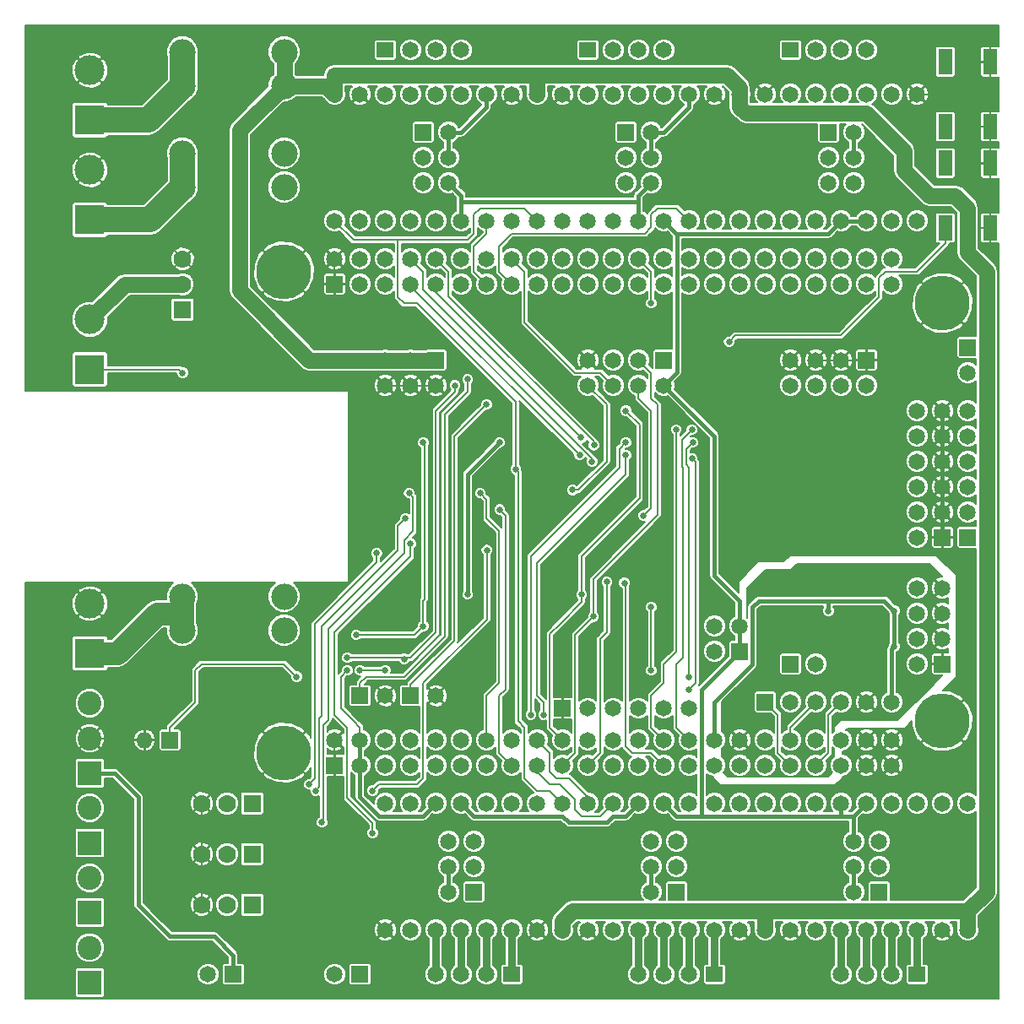
<source format=gbl>
G04 (created by PCBNEW (2013-07-07 BZR 4022)-stable) date 6/5/2014 4:25:55 PM*
%MOIN*%
G04 Gerber Fmt 3.4, Leading zero omitted, Abs format*
%FSLAX34Y34*%
G01*
G70*
G90*
G04 APERTURE LIST*
%ADD10C,0.00590551*%
%ADD11R,0.065X0.065*%
%ADD12O,0.065X0.065*%
%ADD13C,0.104331*%
%ADD14C,0.065*%
%ADD15C,0.07*%
%ADD16R,0.07X0.07*%
%ADD17R,0.065X0.06*%
%ADD18R,0.055X0.0984*%
%ADD19C,0.11811*%
%ADD20R,0.11811X0.11811*%
%ADD21C,0.0944882*%
%ADD22R,0.0944882X0.0944882*%
%ADD23C,0.216535*%
%ADD24C,0.025*%
%ADD25C,0.05*%
%ADD26C,0.063*%
%ADD27C,0.008*%
%ADD28C,0.016*%
%ADD29C,0.1*%
%ADD30C,0.09*%
%ADD31C,0.03*%
G04 APERTURE END LIST*
G54D10*
G54D11*
X11000Y18000D03*
G54D12*
X10000Y18000D03*
G54D13*
X11492Y43830D03*
X11492Y45169D03*
X15507Y43830D03*
X15507Y45169D03*
G54D11*
X18500Y19750D03*
G54D14*
X19500Y19750D03*
G54D11*
X20500Y19750D03*
G54D14*
X21500Y19750D03*
G54D11*
X35500Y21000D03*
G54D14*
X36500Y21000D03*
G54D15*
X11500Y36000D03*
X11500Y37000D03*
G54D16*
X11500Y35000D03*
G54D15*
X13250Y13500D03*
X12250Y13500D03*
G54D16*
X14250Y13500D03*
G54D15*
X13250Y11500D03*
X12250Y11500D03*
G54D16*
X14250Y11500D03*
G54D15*
X13250Y15500D03*
X12250Y15500D03*
G54D16*
X14250Y15500D03*
G54D17*
X19500Y45250D03*
G54D14*
X20500Y45250D03*
X21500Y45250D03*
X22500Y45250D03*
G54D17*
X27500Y45250D03*
G54D14*
X28500Y45250D03*
X29500Y45250D03*
X30500Y45250D03*
G54D17*
X35500Y45250D03*
G54D14*
X36500Y45250D03*
X37500Y45250D03*
X38500Y45250D03*
G54D17*
X40500Y8750D03*
G54D14*
X39500Y8750D03*
X38500Y8750D03*
X37500Y8750D03*
G54D18*
X41614Y40779D03*
X43386Y40779D03*
X41614Y38220D03*
X43386Y38220D03*
G54D17*
X32500Y8750D03*
G54D14*
X31500Y8750D03*
X30500Y8750D03*
X29500Y8750D03*
G54D17*
X24500Y8750D03*
G54D14*
X23500Y8750D03*
X22500Y8750D03*
X21500Y8750D03*
G54D11*
X18500Y8750D03*
G54D14*
X17500Y8750D03*
G54D11*
X13500Y8750D03*
G54D14*
X12500Y8750D03*
G54D11*
X42500Y33500D03*
G54D14*
X42500Y32500D03*
G54D11*
X42500Y26000D03*
G54D14*
X42500Y27000D03*
X42500Y28000D03*
X42500Y29000D03*
X42500Y30000D03*
X42500Y31000D03*
G54D11*
X41500Y26000D03*
G54D14*
X40500Y26000D03*
X41500Y27000D03*
X40500Y27000D03*
X41500Y28000D03*
X40500Y28000D03*
X41500Y29000D03*
X40500Y29000D03*
X41500Y30000D03*
X40500Y30000D03*
X41500Y31000D03*
X40500Y31000D03*
G54D18*
X41614Y44779D03*
X43386Y44779D03*
X41614Y42220D03*
X43386Y42220D03*
G54D11*
X26500Y19250D03*
G54D14*
X27500Y19250D03*
X28500Y19250D03*
X29500Y19250D03*
X30500Y19250D03*
X31500Y19250D03*
G54D11*
X34500Y19500D03*
G54D14*
X35500Y19500D03*
X36500Y19500D03*
X37500Y19500D03*
X38500Y19500D03*
X39500Y19500D03*
G54D11*
X17500Y17000D03*
G54D14*
X17500Y18000D03*
X18500Y17000D03*
X18500Y18000D03*
X19500Y17000D03*
X19500Y18000D03*
X20500Y17000D03*
X20500Y18000D03*
X21500Y17000D03*
X21500Y18000D03*
X22500Y17000D03*
X22500Y18000D03*
X23500Y17000D03*
X23500Y18000D03*
X24500Y17000D03*
X24500Y18000D03*
X25500Y17000D03*
X25500Y18000D03*
X26500Y17000D03*
X26500Y18000D03*
X27500Y17000D03*
X27500Y18000D03*
X28500Y17000D03*
X28500Y18000D03*
X29500Y17000D03*
X29500Y18000D03*
X30500Y17000D03*
X30500Y18000D03*
X31500Y17000D03*
X31500Y18000D03*
X32500Y17000D03*
X32500Y18000D03*
X33500Y17000D03*
X33500Y18000D03*
X34500Y17000D03*
X34500Y18000D03*
X35500Y17000D03*
X35500Y18000D03*
X36500Y17000D03*
X36500Y18000D03*
X37500Y17000D03*
X37500Y18000D03*
X38500Y17000D03*
X38500Y18000D03*
X39500Y17000D03*
X39500Y18000D03*
G54D11*
X17500Y36000D03*
G54D14*
X17500Y37000D03*
X18500Y36000D03*
X18500Y37000D03*
X19500Y36000D03*
X19500Y37000D03*
X20500Y36000D03*
X20500Y37000D03*
X21500Y36000D03*
X21500Y37000D03*
X22500Y36000D03*
X22500Y37000D03*
X23500Y36000D03*
X23500Y37000D03*
X24500Y36000D03*
X24500Y37000D03*
X25500Y36000D03*
X25500Y37000D03*
X26500Y36000D03*
X26500Y37000D03*
X27500Y36000D03*
X27500Y37000D03*
X28500Y36000D03*
X28500Y37000D03*
X29500Y36000D03*
X29500Y37000D03*
X30500Y36000D03*
X30500Y37000D03*
X31500Y36000D03*
X31500Y37000D03*
X32500Y36000D03*
X32500Y37000D03*
X33500Y36000D03*
X33500Y37000D03*
X34500Y36000D03*
X34500Y37000D03*
X35500Y36000D03*
X35500Y37000D03*
X36500Y36000D03*
X36500Y37000D03*
X37500Y36000D03*
X37500Y37000D03*
X38500Y36000D03*
X38500Y37000D03*
X39500Y36000D03*
X39500Y37000D03*
X26500Y15500D03*
X25500Y15500D03*
X24500Y15500D03*
X23500Y15500D03*
X22500Y15500D03*
X21500Y15500D03*
X20500Y15500D03*
X19500Y15500D03*
X19500Y10500D03*
X20500Y10500D03*
X21500Y10500D03*
X22500Y10500D03*
X23500Y10500D03*
X24500Y10500D03*
X25500Y10500D03*
X26500Y10500D03*
X34500Y15500D03*
X33500Y15500D03*
X32500Y15500D03*
X31500Y15500D03*
X30500Y15500D03*
X29500Y15500D03*
X28500Y15500D03*
X27500Y15500D03*
X27500Y10500D03*
X28500Y10500D03*
X29500Y10500D03*
X30500Y10500D03*
X31500Y10500D03*
X32500Y10500D03*
X33500Y10500D03*
X34500Y10500D03*
X42500Y15500D03*
X41500Y15500D03*
X40500Y15500D03*
X39500Y15500D03*
X38500Y15500D03*
X37500Y15500D03*
X36500Y15500D03*
X35500Y15500D03*
X35500Y10500D03*
X36500Y10500D03*
X37500Y10500D03*
X38500Y10500D03*
X39500Y10500D03*
X40500Y10500D03*
X41500Y10500D03*
X42500Y10500D03*
X33500Y38500D03*
X34500Y38500D03*
X35500Y38500D03*
X36500Y38500D03*
X37500Y38500D03*
X38500Y38500D03*
X39500Y38500D03*
X40500Y38500D03*
X40500Y43500D03*
X39500Y43500D03*
X38500Y43500D03*
X37500Y43500D03*
X36500Y43500D03*
X35500Y43500D03*
X34500Y43500D03*
X33500Y43500D03*
X25500Y38500D03*
X26500Y38500D03*
X27500Y38500D03*
X28500Y38500D03*
X29500Y38500D03*
X30500Y38500D03*
X31500Y38500D03*
X32500Y38500D03*
X32500Y43500D03*
X31500Y43500D03*
X30500Y43500D03*
X29500Y43500D03*
X28500Y43500D03*
X27500Y43500D03*
X26500Y43500D03*
X25500Y43500D03*
X17500Y38500D03*
X18500Y38500D03*
X19500Y38500D03*
X20500Y38500D03*
X21500Y38500D03*
X22500Y38500D03*
X23500Y38500D03*
X24500Y38500D03*
X24500Y43500D03*
X23500Y43500D03*
X22500Y43500D03*
X21500Y43500D03*
X20500Y43500D03*
X19500Y43500D03*
X18500Y43500D03*
X17500Y43500D03*
G54D19*
X7834Y34606D03*
G54D20*
X7834Y32637D03*
G54D19*
X7834Y23385D03*
G54D20*
X7834Y21417D03*
G54D19*
X7834Y44448D03*
G54D20*
X7834Y42480D03*
G54D19*
X7834Y40511D03*
G54D20*
X7834Y38543D03*
G54D21*
X7834Y15314D03*
G54D22*
X7834Y13937D03*
G54D21*
X7834Y9803D03*
G54D22*
X7834Y8425D03*
G54D21*
X7834Y12559D03*
G54D22*
X7834Y11181D03*
G54D21*
X7834Y18070D03*
G54D22*
X7834Y16692D03*
G54D21*
X7834Y19448D03*
G54D23*
X41500Y18750D03*
X15500Y17500D03*
X15500Y36500D03*
X41500Y35250D03*
G54D11*
X38500Y33000D03*
G54D14*
X38500Y32000D03*
X37500Y33000D03*
X37500Y32000D03*
X36500Y33000D03*
X36500Y32000D03*
X35500Y33000D03*
X35500Y32000D03*
G54D11*
X30500Y33000D03*
G54D14*
X30500Y32000D03*
X29500Y33000D03*
X29500Y32000D03*
X28500Y33000D03*
X28500Y32000D03*
X27500Y33000D03*
X27500Y32000D03*
G54D11*
X41500Y21000D03*
G54D14*
X40500Y21000D03*
X41500Y22000D03*
X40500Y22000D03*
X41500Y23000D03*
X40500Y23000D03*
X41500Y24000D03*
X40500Y24000D03*
G54D11*
X31000Y12000D03*
G54D14*
X30000Y12000D03*
X31000Y13000D03*
X30000Y13000D03*
X31000Y14000D03*
X30000Y14000D03*
G54D11*
X39000Y12000D03*
G54D14*
X38000Y12000D03*
X39000Y13000D03*
X38000Y13000D03*
X39000Y14000D03*
X38000Y14000D03*
G54D11*
X23000Y12000D03*
G54D14*
X22000Y12000D03*
X23000Y13000D03*
X22000Y13000D03*
X23000Y14000D03*
X22000Y14000D03*
G54D11*
X37000Y42000D03*
G54D14*
X38000Y42000D03*
X37000Y41000D03*
X38000Y41000D03*
X37000Y40000D03*
X38000Y40000D03*
G54D11*
X29000Y42000D03*
G54D14*
X30000Y42000D03*
X29000Y41000D03*
X30000Y41000D03*
X29000Y40000D03*
X30000Y40000D03*
G54D11*
X21000Y42000D03*
G54D14*
X22000Y42000D03*
X21000Y41000D03*
X22000Y41000D03*
X21000Y40000D03*
X22000Y40000D03*
G54D11*
X21500Y33000D03*
G54D14*
X21500Y32000D03*
X20500Y33000D03*
X20500Y32000D03*
X19500Y33000D03*
X19500Y32000D03*
G54D11*
X33500Y21500D03*
G54D14*
X32500Y21500D03*
X33500Y22500D03*
X32500Y22500D03*
G54D13*
X11492Y22330D03*
X11492Y23669D03*
X15507Y22330D03*
X15507Y23669D03*
X11492Y39830D03*
X11492Y41169D03*
X15507Y39830D03*
X15507Y41169D03*
G54D24*
X18350Y22150D03*
X21000Y29750D03*
X21000Y22500D03*
X16000Y20500D03*
X18500Y20750D03*
X19500Y20750D03*
X11500Y32500D03*
X34400Y23900D03*
X34400Y23100D03*
X37800Y23100D03*
X37800Y20300D03*
X37800Y21700D03*
X38400Y21700D03*
X38400Y23100D03*
X38400Y20300D03*
X39600Y23100D03*
X39600Y21700D03*
X37000Y23100D03*
X23250Y27750D03*
X18000Y20750D03*
X33250Y25500D03*
X27500Y21250D03*
X30500Y26000D03*
X26500Y32500D03*
X23000Y21750D03*
G54D25*
X14000Y20000D03*
G54D24*
X33500Y33500D03*
X36000Y31250D03*
X27017Y22608D03*
X24650Y28700D03*
X26896Y27874D03*
X30000Y35250D03*
X24020Y27098D03*
X17000Y14750D03*
X20447Y27750D03*
X28945Y24202D03*
X16750Y16000D03*
X20297Y26750D03*
X28250Y24250D03*
X16500Y16250D03*
X19160Y25371D03*
X30000Y23250D03*
X30000Y20750D03*
X20500Y25750D03*
X19000Y14323D03*
X19000Y16000D03*
X23513Y25494D03*
X31500Y20000D03*
X31624Y29116D03*
X31605Y30250D03*
X22250Y32000D03*
X18000Y21250D03*
X20250Y21200D03*
X22750Y32250D03*
X23500Y31250D03*
X33079Y33722D03*
X31500Y20500D03*
X31639Y29750D03*
X27719Y22875D03*
X29000Y31000D03*
X27250Y23750D03*
X30988Y30256D03*
X29699Y26859D03*
X22750Y23750D03*
X24012Y29750D03*
X27171Y29254D03*
X27668Y28993D03*
X27235Y29939D03*
X27742Y29647D03*
X25250Y19000D03*
X29000Y29750D03*
X25750Y19000D03*
X29000Y29250D03*
G54D26*
X33500Y43000D02*
X33500Y43500D01*
X33750Y42750D02*
X33500Y43000D01*
X38500Y42750D02*
X33750Y42750D01*
X40000Y41250D02*
X38500Y42750D01*
X40000Y40500D02*
X40000Y41250D01*
X41000Y39500D02*
X40000Y40500D01*
X42000Y39500D02*
X41000Y39500D01*
X42500Y39000D02*
X42000Y39500D01*
X42500Y37250D02*
X42500Y39000D01*
X43250Y36500D02*
X42500Y37250D01*
X43250Y12000D02*
X43250Y36500D01*
X42500Y11250D02*
X43250Y12000D01*
X33500Y43750D02*
X33500Y43500D01*
X33000Y44250D02*
X33500Y43750D01*
X25500Y44250D02*
X33000Y44250D01*
X25500Y44250D02*
X25500Y43500D01*
X17500Y44250D02*
X25500Y44250D01*
X17500Y43500D02*
X17500Y44250D01*
X13750Y42072D02*
X15507Y43830D01*
X13750Y35750D02*
X13750Y42072D01*
X16500Y33000D02*
X13750Y35750D01*
X19500Y33000D02*
X16500Y33000D01*
X42500Y10500D02*
X42500Y11250D01*
X34500Y11250D02*
X34450Y11250D01*
X42500Y11250D02*
X34500Y11250D01*
X42500Y10500D02*
X42500Y11250D01*
X34500Y11250D02*
X34500Y10500D01*
X34500Y11250D02*
X34450Y11250D01*
X26500Y10850D02*
X26500Y10500D01*
X26900Y11250D02*
X26500Y10850D01*
X34450Y11250D02*
X26900Y11250D01*
X15507Y45169D02*
X15507Y43830D01*
X17169Y43830D02*
X17500Y43500D01*
X15507Y43830D02*
X17169Y43830D01*
X19500Y33000D02*
X20500Y33000D01*
X20500Y33000D02*
X21500Y33000D01*
G54D27*
X18350Y22150D02*
X20500Y22150D01*
X21056Y27000D02*
X21056Y29693D01*
X21056Y29693D02*
X21000Y29750D01*
X20650Y22150D02*
X21000Y22500D01*
X20500Y22150D02*
X20650Y22150D01*
X21056Y23556D02*
X21056Y27000D01*
X21000Y23500D02*
X21056Y23556D01*
X21000Y22500D02*
X21000Y23500D01*
X13250Y21000D02*
X15500Y21000D01*
X15500Y21000D02*
X16000Y20500D01*
X19500Y20750D02*
X18500Y20750D01*
X11000Y18500D02*
X11000Y18000D01*
X12000Y19500D02*
X11000Y18500D01*
X12000Y20750D02*
X12000Y19500D01*
X12250Y21000D02*
X12000Y20750D01*
X13250Y21000D02*
X12250Y21000D01*
G54D28*
X13500Y9500D02*
X13500Y8750D01*
X12750Y10250D02*
X13500Y9500D01*
X11000Y10250D02*
X12750Y10250D01*
X9750Y11500D02*
X11000Y10250D01*
X9750Y15750D02*
X9750Y11500D01*
X8807Y16692D02*
X9750Y15750D01*
X7834Y16692D02*
X8807Y16692D01*
G54D27*
X7834Y32637D02*
X11362Y32637D01*
X11362Y32637D02*
X11500Y32500D01*
G54D26*
X7834Y34606D02*
X9228Y36000D01*
X9228Y36000D02*
X11500Y36000D01*
G54D29*
X10204Y38543D02*
X11492Y39830D01*
X7834Y38543D02*
X10204Y38543D01*
X11492Y39830D02*
X11492Y41169D01*
G54D30*
X10500Y23000D02*
X11492Y23000D01*
X8917Y21417D02*
X10500Y23000D01*
X7834Y21417D02*
X8917Y21417D01*
X11492Y23000D02*
X11492Y22330D01*
X11492Y23007D02*
X11492Y23669D01*
X11500Y23000D02*
X11492Y23007D01*
X11492Y23000D02*
X11500Y23000D01*
G54D31*
X22500Y10500D02*
X22500Y8750D01*
X21500Y10500D02*
X21500Y8750D01*
X23500Y10500D02*
X23500Y8750D01*
X24500Y10500D02*
X24500Y8750D01*
X30500Y10500D02*
X30500Y8750D01*
X29500Y10500D02*
X29500Y8750D01*
X31500Y10500D02*
X31500Y8750D01*
X32500Y10500D02*
X32500Y8750D01*
X38500Y10500D02*
X38500Y8750D01*
X37500Y10500D02*
X37500Y8750D01*
X39500Y10500D02*
X39500Y8750D01*
X40500Y10500D02*
X40500Y8750D01*
G54D29*
X10141Y42480D02*
X11492Y43830D01*
X7834Y42480D02*
X10141Y42480D01*
X11492Y43830D02*
X11492Y45169D01*
G54D28*
X37800Y23100D02*
X37800Y21700D01*
X37800Y20300D02*
X37800Y21700D01*
X32500Y18000D02*
X32500Y19500D01*
X34000Y23250D02*
X34250Y23500D01*
X34000Y21000D02*
X34000Y23250D01*
X32500Y19500D02*
X34000Y21000D01*
X34250Y23500D02*
X37000Y23500D01*
X37000Y23500D02*
X37000Y23100D01*
X39200Y23500D02*
X37000Y23500D01*
X39600Y23100D02*
X39200Y23500D01*
X39500Y21600D02*
X39600Y21700D01*
X39500Y19500D02*
X39500Y21600D01*
X39600Y21700D02*
X39600Y23100D01*
G54D27*
X37000Y19000D02*
X37500Y19500D01*
X37000Y17500D02*
X37000Y19000D01*
X36500Y17000D02*
X37000Y17500D01*
X35000Y19000D02*
X34500Y19500D01*
X35000Y17500D02*
X35000Y19000D01*
X35500Y17000D02*
X35000Y17500D01*
X35500Y18500D02*
X35500Y18000D01*
X36500Y19500D02*
X35500Y18500D01*
X23500Y27500D02*
X23500Y26750D01*
X23250Y27750D02*
X23500Y27500D01*
X23500Y26750D02*
X24000Y26250D01*
X24000Y20250D02*
X23500Y19750D01*
X24000Y26250D02*
X24000Y20250D01*
X23500Y19750D02*
X23500Y18000D01*
G54D28*
X30000Y41000D02*
X30000Y42000D01*
G54D27*
X18250Y18750D02*
X17750Y19250D01*
X17750Y20500D02*
X18000Y20750D01*
X17750Y19250D02*
X17750Y20500D01*
G54D28*
X31750Y15000D02*
X31000Y15000D01*
X31000Y15000D02*
X30500Y15500D01*
X29000Y15000D02*
X29500Y15500D01*
X24250Y15000D02*
X23000Y15000D01*
X23000Y15000D02*
X22500Y15500D01*
X20000Y15000D02*
X21000Y15000D01*
X21000Y15000D02*
X21500Y15500D01*
X33500Y21500D02*
X33500Y22500D01*
X32500Y26250D02*
X32500Y24500D01*
X32500Y30000D02*
X32500Y26250D01*
X30500Y32000D02*
X32500Y30000D01*
X33500Y23500D02*
X33500Y22500D01*
X32500Y24500D02*
X33500Y23500D01*
X32000Y18500D02*
X32000Y20000D01*
X32000Y15000D02*
X32000Y18500D01*
X32000Y20000D02*
X33500Y21500D01*
X22000Y42000D02*
X22500Y42000D01*
X23500Y43000D02*
X23500Y43500D01*
X22500Y42000D02*
X23500Y43000D01*
X30000Y42000D02*
X30500Y42000D01*
X30500Y42000D02*
X31500Y43000D01*
X31500Y43000D02*
X31500Y43500D01*
X18500Y17000D02*
X18500Y15750D01*
X18500Y15750D02*
X19250Y15000D01*
X19250Y15000D02*
X20000Y15000D01*
G54D27*
X18500Y18500D02*
X18250Y18750D01*
X18500Y18000D02*
X18500Y18500D01*
G54D28*
X29500Y39250D02*
X22500Y39250D01*
X38000Y15000D02*
X38500Y15500D01*
X37500Y15000D02*
X38000Y15000D01*
X28500Y15000D02*
X29000Y15000D01*
X28250Y14750D02*
X28500Y15000D01*
X26750Y14750D02*
X28250Y14750D01*
X26500Y15000D02*
X26750Y14750D01*
X24250Y15000D02*
X26500Y15000D01*
X18500Y17000D02*
X18500Y18000D01*
X22000Y41000D02*
X22000Y42000D01*
X38000Y41000D02*
X38000Y42000D01*
X38000Y13000D02*
X38000Y12000D01*
X30000Y13000D02*
X30000Y12000D01*
X22500Y39500D02*
X22500Y39250D01*
X22000Y40000D02*
X22500Y39500D01*
X22500Y39250D02*
X22500Y38500D01*
X22000Y13000D02*
X22000Y12000D01*
X38000Y15000D02*
X38000Y14000D01*
X29500Y38500D02*
X29500Y39250D01*
X29500Y39500D02*
X30000Y40000D01*
X29500Y39250D02*
X29500Y39500D01*
X37500Y15000D02*
X37500Y15500D01*
X37500Y38500D02*
X38000Y38500D01*
X38000Y38500D02*
X38500Y38500D01*
X37000Y38000D02*
X31014Y38000D01*
X37500Y38500D02*
X37000Y38000D01*
X31000Y38000D02*
X30500Y38500D01*
X31014Y38000D02*
X31000Y38000D01*
X31014Y32514D02*
X30500Y32000D01*
X31014Y38000D02*
X31014Y32514D01*
X34000Y15000D02*
X37500Y15000D01*
X31750Y15000D02*
X32000Y15000D01*
X32000Y15000D02*
X34000Y15000D01*
G54D27*
X10250Y41814D02*
X11064Y41814D01*
X12250Y37750D02*
X11500Y37000D01*
X12250Y41500D02*
X12250Y37750D01*
X11850Y41900D02*
X12250Y41500D01*
X11150Y41900D02*
X11850Y41900D01*
X11064Y41814D02*
X11150Y41900D01*
X7123Y42000D02*
X7123Y41222D01*
X7123Y41222D02*
X7834Y40511D01*
X8786Y41463D02*
X7834Y40511D01*
X21500Y32000D02*
X20500Y32000D01*
X42027Y25027D02*
X42500Y24554D01*
X42500Y19750D02*
X41500Y18750D01*
X42500Y24554D02*
X42500Y19750D01*
X23000Y21250D02*
X21500Y19750D01*
X23000Y21750D02*
X23000Y21250D01*
G54D28*
X14000Y20000D02*
X14000Y19000D01*
G54D27*
X14000Y19000D02*
X15500Y17500D01*
X33500Y33500D02*
X35000Y33500D01*
X35000Y33500D02*
X35500Y33000D01*
X26500Y19250D02*
X26500Y22090D01*
X26500Y22090D02*
X27017Y22608D01*
X7047Y18858D02*
X7834Y18070D01*
X7047Y22598D02*
X7047Y18858D01*
X7834Y23385D02*
X7047Y22598D01*
X9250Y18000D02*
X10000Y18000D01*
X9179Y18070D02*
X9250Y18000D01*
X7834Y18070D02*
X9179Y18070D01*
G54D28*
X41500Y29000D02*
X41500Y30000D01*
X41500Y28000D02*
X41500Y29000D01*
X41500Y27000D02*
X41500Y28000D01*
X41500Y30000D02*
X41500Y31000D01*
G54D27*
X36000Y31250D02*
X36000Y32526D01*
X35973Y32526D02*
X36000Y32526D01*
X35500Y33000D02*
X35973Y32526D01*
X36026Y32526D02*
X36500Y33000D01*
X36000Y32526D02*
X36026Y32526D01*
X10303Y17446D02*
X12250Y15500D01*
X10000Y17446D02*
X10303Y17446D01*
X10000Y18000D02*
X10000Y17446D01*
X17500Y37000D02*
X17500Y36000D01*
X12250Y15500D02*
X12250Y13500D01*
X12250Y11500D02*
X12250Y13500D01*
X39500Y33250D02*
X39500Y33000D01*
X41500Y35250D02*
X39500Y33250D01*
X20500Y32000D02*
X19500Y32000D01*
X38500Y33000D02*
X37500Y33000D01*
G54D28*
X41500Y26000D02*
X41500Y27000D01*
G54D27*
X41777Y25277D02*
X42027Y25027D01*
X41500Y25554D02*
X41777Y25277D01*
X41500Y26000D02*
X41500Y25554D01*
X9137Y41814D02*
X8786Y41463D01*
X10250Y41814D02*
X9137Y41814D01*
X7123Y43738D02*
X7834Y44448D01*
X7123Y42000D02*
X7123Y43738D01*
X36500Y33000D02*
X37500Y33000D01*
X38500Y33000D02*
X39500Y33000D01*
X39500Y33000D02*
X41500Y31000D01*
X42719Y43500D02*
X43385Y44166D01*
X40500Y43500D02*
X42719Y43500D01*
X43385Y44779D02*
X43385Y44166D01*
X17500Y18000D02*
X17500Y17000D01*
X17806Y16248D02*
X17500Y16554D01*
X17806Y12193D02*
X17806Y16248D01*
X19500Y10500D02*
X17806Y12193D01*
X17500Y17000D02*
X17500Y16554D01*
X20000Y36250D02*
X20000Y35500D01*
X24650Y31350D02*
X24650Y31000D01*
X20750Y35250D02*
X24650Y31350D01*
X20250Y35250D02*
X20750Y35250D01*
X20000Y35500D02*
X20250Y35250D01*
X22250Y37750D02*
X22750Y37750D01*
X22750Y37750D02*
X23000Y38000D01*
X23000Y38000D02*
X23000Y38750D01*
X23000Y38750D02*
X23250Y39000D01*
X23250Y39000D02*
X25000Y39000D01*
X25000Y39000D02*
X25500Y38500D01*
X25000Y17250D02*
X25000Y18500D01*
X26000Y16000D02*
X25500Y16000D01*
X25500Y16000D02*
X25000Y16500D01*
X25000Y16500D02*
X25000Y17250D01*
X26500Y15500D02*
X26000Y16000D01*
X25000Y18500D02*
X24750Y18750D01*
X24750Y18750D02*
X24750Y28600D01*
X24750Y28600D02*
X24650Y28700D01*
X22250Y37750D02*
X20000Y37750D01*
X23000Y38000D02*
X22750Y37750D01*
X23000Y38750D02*
X23000Y38000D01*
X17500Y38500D02*
X18250Y37750D01*
X18250Y37750D02*
X20000Y37750D01*
X24650Y30800D02*
X24650Y30800D01*
X24650Y31000D02*
X24650Y30800D01*
X20000Y37750D02*
X20000Y36250D01*
X24650Y28700D02*
X24650Y30800D01*
X26000Y17250D02*
X26000Y16750D01*
X27500Y15750D02*
X27500Y15500D01*
X26750Y16500D02*
X27500Y15750D01*
X26250Y16500D02*
X26750Y16500D01*
X26000Y16750D02*
X26250Y16500D01*
X26000Y17500D02*
X25500Y18000D01*
X26000Y17250D02*
X26000Y17500D01*
X25500Y17000D02*
X25500Y16750D01*
X28000Y15000D02*
X28500Y15500D01*
X27250Y15000D02*
X28000Y15000D01*
X27000Y15250D02*
X27250Y15000D01*
X27000Y15643D02*
X27000Y15250D01*
X26393Y16250D02*
X27000Y15643D01*
X26000Y16250D02*
X26393Y16250D01*
X25500Y16750D02*
X26000Y16250D01*
X27500Y32000D02*
X28250Y31250D01*
X27124Y27874D02*
X26896Y27874D01*
X28250Y29000D02*
X27124Y27874D01*
X28250Y31250D02*
X28250Y29000D01*
X29500Y37000D02*
X30000Y36500D01*
X30000Y35500D02*
X30000Y35250D01*
X30000Y36500D02*
X30000Y35500D01*
X24500Y17000D02*
X24000Y17500D01*
X24250Y26868D02*
X24020Y27098D01*
X24250Y20000D02*
X24250Y26868D01*
X24000Y19750D02*
X24250Y20000D01*
X24000Y17500D02*
X24000Y19750D01*
X17050Y14800D02*
X17000Y14750D01*
X17050Y16000D02*
X17050Y14800D01*
X17050Y16000D02*
X17050Y16500D01*
X17050Y16500D02*
X17050Y16515D01*
X17250Y18800D02*
X17050Y18600D01*
X17250Y18800D02*
X17250Y22400D01*
X17250Y22400D02*
X20250Y25400D01*
X20250Y25400D02*
X20250Y25888D01*
X20250Y25888D02*
X20600Y26238D01*
X20600Y26238D02*
X20600Y27597D01*
X20600Y27597D02*
X20447Y27750D01*
X17050Y18600D02*
X17050Y16515D01*
X17050Y16515D02*
X17050Y16515D01*
X30000Y17500D02*
X30500Y17000D01*
X30000Y17500D02*
X29250Y17500D01*
X30500Y17000D02*
X30000Y17500D01*
X29000Y24147D02*
X28945Y24202D01*
X29000Y17750D02*
X29250Y17500D01*
X29000Y24147D02*
X29000Y17750D01*
X16889Y16750D02*
X16889Y16139D01*
X16889Y16139D02*
X16750Y16000D01*
X17000Y18950D02*
X17000Y19250D01*
X16889Y18839D02*
X17000Y18950D01*
X16889Y17350D02*
X16889Y18839D01*
X16889Y16750D02*
X16889Y17350D01*
X17000Y21050D02*
X17000Y19650D01*
X17000Y19650D02*
X17000Y19250D01*
X20000Y26452D02*
X20297Y26750D01*
X20000Y25500D02*
X20000Y26452D01*
X17000Y22500D02*
X20000Y25500D01*
X17000Y21050D02*
X17000Y22500D01*
X17000Y19250D02*
X17000Y19200D01*
X27984Y20750D02*
X27984Y21984D01*
X28250Y22250D02*
X28250Y24250D01*
X27984Y21984D02*
X28250Y22250D01*
X27984Y17484D02*
X27984Y20750D01*
X27500Y17000D02*
X27984Y17484D01*
X16725Y17250D02*
X16725Y16475D01*
X16725Y16475D02*
X16500Y16250D01*
X16725Y22575D02*
X16725Y17250D01*
X19160Y25010D02*
X16725Y22575D01*
X16725Y22575D02*
X16718Y22568D01*
X19160Y25371D02*
X19160Y25010D01*
X30000Y21000D02*
X30000Y20750D01*
X30000Y23250D02*
X30000Y21000D01*
X19000Y14705D02*
X19000Y14323D01*
X18000Y15705D02*
X19000Y14705D01*
X18000Y18500D02*
X18000Y15705D01*
X17500Y19000D02*
X18000Y18500D01*
X17500Y22250D02*
X17500Y19000D01*
X20500Y25250D02*
X17500Y22250D01*
X20500Y25750D02*
X20500Y25250D01*
X20000Y16250D02*
X20750Y16250D01*
X21000Y20250D02*
X23513Y22763D01*
X21000Y16500D02*
X21000Y20250D01*
X20750Y16250D02*
X21000Y16500D01*
X20000Y16250D02*
X19250Y16250D01*
X19250Y16250D02*
X19000Y16000D01*
X23513Y22763D02*
X23513Y25494D01*
X31750Y22000D02*
X31750Y20250D01*
X31750Y20250D02*
X31500Y20000D01*
X31750Y23500D02*
X31750Y22000D01*
X31624Y29116D02*
X31750Y28990D01*
X31750Y28990D02*
X31750Y23500D01*
X31250Y22250D02*
X31250Y21250D01*
X31000Y21000D02*
X31000Y20250D01*
X31250Y21250D02*
X31000Y21000D01*
X31250Y28750D02*
X31214Y28785D01*
X31250Y22250D02*
X31250Y28750D01*
X31000Y19800D02*
X31000Y20250D01*
X31000Y18500D02*
X31000Y19800D01*
X31500Y18000D02*
X31000Y18500D01*
X31214Y28785D02*
X31214Y29859D01*
X31214Y29859D02*
X31605Y30250D01*
X20250Y21200D02*
X20300Y21250D01*
X21500Y22250D02*
X21500Y22500D01*
X20500Y21250D02*
X21500Y22250D01*
X22250Y31750D02*
X22250Y32000D01*
X21500Y22500D02*
X21500Y31000D01*
X21500Y31000D02*
X22250Y31750D01*
X20500Y21250D02*
X20450Y21250D01*
X20300Y21250D02*
X20450Y21250D01*
X20250Y21200D02*
X20200Y21250D01*
X20200Y21250D02*
X20050Y21250D01*
X19650Y21250D02*
X20050Y21250D01*
X19400Y21250D02*
X18000Y21250D01*
X19400Y21250D02*
X19650Y21250D01*
X21750Y22000D02*
X21850Y22100D01*
X21850Y30850D02*
X22250Y31250D01*
X21850Y22100D02*
X21850Y30850D01*
X19750Y20500D02*
X20250Y20500D01*
X20250Y20500D02*
X21750Y22000D01*
X19500Y20500D02*
X19750Y20500D01*
X18500Y20250D02*
X18500Y19750D01*
X18750Y20500D02*
X18500Y20250D01*
X19500Y20500D02*
X18750Y20500D01*
X22250Y31250D02*
X22500Y31500D01*
X22750Y32250D02*
X22750Y31750D01*
X22750Y31750D02*
X22500Y31500D01*
X22237Y29500D02*
X22237Y29987D01*
X36500Y33975D02*
X37475Y33975D01*
X41250Y37250D02*
X41250Y37243D01*
X40500Y36500D02*
X41250Y37250D01*
X39250Y36500D02*
X40500Y36500D01*
X39000Y36250D02*
X39250Y36500D01*
X39000Y35500D02*
X39000Y36250D01*
X37475Y33975D02*
X39000Y35500D01*
X23500Y31250D02*
X22237Y29987D01*
X41614Y38220D02*
X41614Y37607D01*
X41614Y37607D02*
X41250Y37243D01*
X33331Y33975D02*
X33079Y33722D01*
X36500Y33975D02*
X33331Y33975D01*
X22237Y21932D02*
X22237Y29500D01*
X20500Y20195D02*
X22237Y21932D01*
X20500Y19750D02*
X20500Y20195D01*
X31500Y22250D02*
X31500Y20750D01*
X31500Y20750D02*
X31500Y20500D01*
X31378Y29250D02*
X31378Y28871D01*
X31500Y28750D02*
X31500Y22250D01*
X31378Y28871D02*
X31500Y28750D01*
X31378Y29489D02*
X31378Y29250D01*
X31639Y29750D02*
X31378Y29489D01*
X29682Y26317D02*
X30250Y26884D01*
X30250Y31250D02*
X30000Y31500D01*
X30250Y26884D02*
X30250Y31250D01*
X29500Y33000D02*
X30000Y32500D01*
X30000Y32500D02*
X30000Y31500D01*
X29682Y26317D02*
X27719Y24353D01*
X27000Y22155D02*
X27719Y22875D01*
X27000Y17500D02*
X27000Y22155D01*
X26500Y17000D02*
X27000Y17500D01*
X27719Y24353D02*
X27719Y22875D01*
X29000Y31000D02*
X29539Y30460D01*
X27250Y25250D02*
X27250Y24500D01*
X29539Y27539D02*
X27250Y25250D01*
X29539Y30460D02*
X29539Y27539D01*
X26404Y22595D02*
X27250Y23440D01*
X26000Y18500D02*
X26000Y20250D01*
X26000Y20250D02*
X26000Y22190D01*
X26000Y22190D02*
X26404Y22595D01*
X26500Y18000D02*
X26000Y18500D01*
X27250Y23440D02*
X27250Y23750D01*
X27250Y23750D02*
X27250Y24500D01*
X31000Y23750D02*
X31000Y21500D01*
X31000Y21500D02*
X30500Y21000D01*
X30500Y20250D02*
X30000Y19750D01*
X30500Y21000D02*
X30500Y20250D01*
X30000Y19750D02*
X30000Y18500D01*
X30000Y18500D02*
X30500Y18000D01*
X31000Y30244D02*
X30988Y30256D01*
X31000Y23750D02*
X31000Y30244D01*
X30000Y27159D02*
X29699Y26859D01*
X30000Y31000D02*
X30000Y27159D01*
X29500Y31500D02*
X30000Y31000D01*
X29500Y32000D02*
X29500Y31500D01*
X28500Y32000D02*
X28000Y32500D01*
X28000Y32500D02*
X27000Y32500D01*
X25000Y34500D02*
X25000Y36500D01*
X27000Y32500D02*
X25000Y34500D01*
X25000Y36500D02*
X24500Y37000D01*
X25000Y36500D02*
X24500Y37000D01*
G54D28*
X23250Y29000D02*
X23250Y28987D01*
X22750Y28500D02*
X23250Y29000D01*
X22750Y28487D02*
X22750Y28500D01*
X22750Y23750D02*
X22750Y28487D01*
X23250Y28987D02*
X24012Y29750D01*
G54D27*
X20500Y35926D02*
X27171Y29254D01*
X20500Y36000D02*
X20500Y35926D01*
X21000Y36500D02*
X20500Y37000D01*
X21000Y35772D02*
X21000Y36500D01*
X27668Y29104D02*
X21000Y35772D01*
X27668Y28993D02*
X27668Y29104D01*
X23500Y38500D02*
X23500Y38000D01*
X23000Y36500D02*
X23500Y36000D01*
X23000Y37500D02*
X23000Y36500D01*
X23500Y38000D02*
X23000Y37500D01*
X21500Y35674D02*
X21500Y36000D01*
X27235Y29939D02*
X21500Y35674D01*
X22000Y36500D02*
X21500Y37000D01*
X22000Y35521D02*
X22000Y36500D01*
X27742Y29779D02*
X22000Y35521D01*
X27742Y29647D02*
X27742Y29779D01*
X30250Y39000D02*
X31000Y39000D01*
X24000Y36500D02*
X24000Y37500D01*
X24000Y37500D02*
X24500Y38000D01*
X24500Y38000D02*
X29750Y38000D01*
X29750Y38000D02*
X30000Y38250D01*
X30000Y38250D02*
X30000Y38750D01*
X30000Y38750D02*
X30250Y39000D01*
X24500Y36000D02*
X24000Y36500D01*
X31000Y39000D02*
X31500Y38500D01*
X25250Y19000D02*
X25250Y19250D01*
X25250Y19250D02*
X25250Y19750D01*
X25250Y19750D02*
X25250Y25250D01*
X28750Y28750D02*
X28750Y29500D01*
X28750Y29500D02*
X29000Y29750D01*
X25250Y25250D02*
X28750Y28750D01*
X25750Y19500D02*
X25500Y19750D01*
X25750Y19000D02*
X25750Y19500D01*
X29000Y29000D02*
X29000Y28500D01*
X25500Y19750D02*
X25500Y24250D01*
X29000Y28500D02*
X25500Y25000D01*
X25500Y25000D02*
X25500Y24250D01*
X29000Y28750D02*
X29000Y29000D01*
X29000Y29000D02*
X29000Y29250D01*
X29000Y29250D02*
X29000Y28750D01*
G54D10*
G36*
X41710Y21445D02*
X41540Y21445D01*
X41510Y21415D01*
X41510Y21010D01*
X41517Y21010D01*
X41517Y20990D01*
X41510Y20990D01*
X41510Y20982D01*
X41490Y20982D01*
X41490Y20990D01*
X41490Y21010D01*
X41490Y21415D01*
X41460Y21445D01*
X41198Y21445D01*
X41151Y21444D01*
X41106Y21426D01*
X41073Y21392D01*
X41054Y21348D01*
X41055Y21040D01*
X41085Y21010D01*
X41490Y21010D01*
X41490Y20990D01*
X41085Y20990D01*
X41055Y20960D01*
X41054Y20651D01*
X41073Y20607D01*
X41106Y20573D01*
X41151Y20555D01*
X41198Y20554D01*
X41460Y20555D01*
X41489Y20584D01*
X41489Y20555D01*
X41490Y20555D01*
X41498Y20555D01*
X41490Y20546D01*
X40945Y20001D01*
X40945Y21088D01*
X40945Y22088D01*
X40945Y23088D01*
X40945Y24088D01*
X40877Y24251D01*
X40752Y24377D01*
X40588Y24444D01*
X40411Y24445D01*
X40248Y24377D01*
X40122Y24252D01*
X40055Y24088D01*
X40054Y23911D01*
X40122Y23748D01*
X40247Y23622D01*
X40411Y23555D01*
X40588Y23554D01*
X40751Y23622D01*
X40877Y23747D01*
X40944Y23911D01*
X40945Y24088D01*
X40945Y23088D01*
X40877Y23251D01*
X40752Y23377D01*
X40588Y23444D01*
X40411Y23445D01*
X40248Y23377D01*
X40122Y23252D01*
X40055Y23088D01*
X40054Y22911D01*
X40122Y22748D01*
X40247Y22622D01*
X40411Y22555D01*
X40588Y22554D01*
X40751Y22622D01*
X40877Y22747D01*
X40944Y22911D01*
X40945Y23088D01*
X40945Y22088D01*
X40877Y22251D01*
X40752Y22377D01*
X40588Y22444D01*
X40411Y22445D01*
X40248Y22377D01*
X40122Y22252D01*
X40055Y22088D01*
X40054Y21911D01*
X40122Y21748D01*
X40247Y21622D01*
X40411Y21555D01*
X40588Y21554D01*
X40751Y21622D01*
X40877Y21747D01*
X40944Y21911D01*
X40945Y22088D01*
X40945Y21088D01*
X40877Y21251D01*
X40752Y21377D01*
X40588Y21444D01*
X40411Y21445D01*
X40248Y21377D01*
X40122Y21252D01*
X40055Y21088D01*
X40054Y20911D01*
X40122Y20748D01*
X40247Y20622D01*
X40411Y20555D01*
X40588Y20554D01*
X40751Y20622D01*
X40877Y20747D01*
X40944Y20911D01*
X40945Y21088D01*
X40945Y20001D01*
X39733Y18790D01*
X38946Y18790D01*
X38946Y19580D01*
X38881Y19745D01*
X38872Y19758D01*
X38806Y19792D01*
X38792Y19778D01*
X38792Y19806D01*
X38758Y19872D01*
X38596Y19943D01*
X38419Y19946D01*
X38254Y19881D01*
X38241Y19872D01*
X38207Y19806D01*
X38500Y19514D01*
X38792Y19806D01*
X38792Y19778D01*
X38514Y19500D01*
X38806Y19207D01*
X38872Y19241D01*
X38943Y19403D01*
X38946Y19580D01*
X38946Y18790D01*
X38792Y18790D01*
X38792Y19193D01*
X38500Y19485D01*
X38485Y19471D01*
X38485Y19500D01*
X38193Y19792D01*
X38127Y19758D01*
X38056Y19596D01*
X38053Y19419D01*
X38118Y19254D01*
X38127Y19241D01*
X38193Y19207D01*
X38485Y19500D01*
X38485Y19471D01*
X38207Y19193D01*
X38241Y19127D01*
X38403Y19056D01*
X38580Y19053D01*
X38745Y19118D01*
X38758Y19127D01*
X38792Y19193D01*
X38792Y18790D01*
X37483Y18790D01*
X37210Y18516D01*
X37210Y18339D01*
X37160Y18289D01*
X37160Y18933D01*
X37319Y19093D01*
X37411Y19055D01*
X37588Y19054D01*
X37751Y19122D01*
X37877Y19247D01*
X37944Y19411D01*
X37945Y19588D01*
X37877Y19751D01*
X37752Y19877D01*
X37588Y19944D01*
X37411Y19945D01*
X37248Y19877D01*
X37122Y19752D01*
X37055Y19588D01*
X37054Y19411D01*
X37093Y19319D01*
X36945Y19171D01*
X36945Y19588D01*
X36945Y21088D01*
X36877Y21251D01*
X36752Y21377D01*
X36588Y21444D01*
X36411Y21445D01*
X36248Y21377D01*
X36122Y21252D01*
X36055Y21088D01*
X36054Y20911D01*
X36122Y20748D01*
X36247Y20622D01*
X36411Y20555D01*
X36588Y20554D01*
X36751Y20622D01*
X36877Y20747D01*
X36944Y20911D01*
X36945Y21088D01*
X36945Y19588D01*
X36877Y19751D01*
X36752Y19877D01*
X36588Y19944D01*
X36411Y19945D01*
X36248Y19877D01*
X36122Y19752D01*
X36055Y19588D01*
X36054Y19411D01*
X36093Y19319D01*
X35945Y19171D01*
X35945Y19588D01*
X35945Y19588D01*
X35945Y20698D01*
X35945Y21348D01*
X35926Y21392D01*
X35893Y21426D01*
X35848Y21444D01*
X35801Y21445D01*
X35151Y21445D01*
X35107Y21426D01*
X35073Y21393D01*
X35055Y21348D01*
X35054Y21301D01*
X35054Y20651D01*
X35073Y20607D01*
X35106Y20573D01*
X35151Y20555D01*
X35198Y20554D01*
X35848Y20554D01*
X35892Y20573D01*
X35926Y20606D01*
X35944Y20651D01*
X35945Y20698D01*
X35945Y19588D01*
X35877Y19751D01*
X35752Y19877D01*
X35588Y19944D01*
X35411Y19945D01*
X35248Y19877D01*
X35122Y19752D01*
X35055Y19588D01*
X35054Y19411D01*
X35122Y19248D01*
X35247Y19122D01*
X35411Y19055D01*
X35588Y19054D01*
X35751Y19122D01*
X35877Y19247D01*
X35944Y19411D01*
X35945Y19588D01*
X35945Y19171D01*
X35386Y18613D01*
X35352Y18561D01*
X35340Y18500D01*
X35340Y18415D01*
X35248Y18377D01*
X35160Y18289D01*
X35160Y19000D01*
X35147Y19061D01*
X35113Y19113D01*
X34945Y19281D01*
X34945Y19848D01*
X34926Y19892D01*
X34893Y19926D01*
X34848Y19944D01*
X34801Y19945D01*
X34151Y19945D01*
X34107Y19926D01*
X34073Y19893D01*
X34055Y19848D01*
X34054Y19801D01*
X34054Y19151D01*
X34073Y19107D01*
X34106Y19073D01*
X34151Y19055D01*
X34198Y19054D01*
X34718Y19054D01*
X34840Y18933D01*
X34840Y18289D01*
X34752Y18377D01*
X34588Y18444D01*
X34411Y18445D01*
X34248Y18377D01*
X34122Y18252D01*
X34055Y18088D01*
X34054Y17911D01*
X34122Y17748D01*
X34247Y17622D01*
X34411Y17555D01*
X34588Y17554D01*
X34751Y17622D01*
X34840Y17710D01*
X34840Y17500D01*
X34852Y17438D01*
X34886Y17386D01*
X35093Y17180D01*
X35055Y17088D01*
X35054Y16911D01*
X35122Y16748D01*
X35247Y16622D01*
X35411Y16555D01*
X35588Y16554D01*
X35751Y16622D01*
X35877Y16747D01*
X35944Y16911D01*
X35945Y17088D01*
X35877Y17251D01*
X35752Y17377D01*
X35588Y17444D01*
X35411Y17445D01*
X35319Y17406D01*
X35160Y17566D01*
X35160Y17710D01*
X35247Y17622D01*
X35411Y17555D01*
X35588Y17554D01*
X35751Y17622D01*
X35877Y17747D01*
X35944Y17911D01*
X35945Y18088D01*
X35877Y18251D01*
X35752Y18377D01*
X35660Y18415D01*
X35660Y18433D01*
X36319Y19093D01*
X36411Y19055D01*
X36588Y19054D01*
X36751Y19122D01*
X36877Y19247D01*
X36944Y19411D01*
X36945Y19588D01*
X36945Y19171D01*
X36886Y19113D01*
X36852Y19061D01*
X36840Y19000D01*
X36840Y18289D01*
X36752Y18377D01*
X36588Y18444D01*
X36411Y18445D01*
X36248Y18377D01*
X36122Y18252D01*
X36055Y18088D01*
X36054Y17911D01*
X36122Y17748D01*
X36247Y17622D01*
X36411Y17555D01*
X36588Y17554D01*
X36751Y17622D01*
X36840Y17710D01*
X36840Y17566D01*
X36680Y17406D01*
X36588Y17444D01*
X36411Y17445D01*
X36248Y17377D01*
X36122Y17252D01*
X36055Y17088D01*
X36054Y16911D01*
X36122Y16748D01*
X36247Y16622D01*
X36411Y16555D01*
X36588Y16554D01*
X36751Y16622D01*
X36877Y16747D01*
X36944Y16911D01*
X36945Y17088D01*
X36906Y17180D01*
X37113Y17386D01*
X37147Y17438D01*
X37160Y17500D01*
X37160Y17710D01*
X37210Y17660D01*
X37210Y17339D01*
X37122Y17252D01*
X37055Y17088D01*
X37054Y16911D01*
X37122Y16748D01*
X37157Y16713D01*
X36983Y16540D01*
X34945Y16540D01*
X34945Y17088D01*
X34877Y17251D01*
X34752Y17377D01*
X34588Y17444D01*
X34411Y17445D01*
X34248Y17377D01*
X34122Y17252D01*
X34055Y17088D01*
X34054Y16911D01*
X34122Y16748D01*
X34247Y16622D01*
X34411Y16555D01*
X34588Y16554D01*
X34751Y16622D01*
X34877Y16747D01*
X34944Y16911D01*
X34945Y17088D01*
X34945Y16540D01*
X33946Y16540D01*
X33946Y18080D01*
X33881Y18245D01*
X33872Y18258D01*
X33806Y18292D01*
X33792Y18278D01*
X33792Y18306D01*
X33758Y18372D01*
X33596Y18443D01*
X33419Y18446D01*
X33254Y18381D01*
X33241Y18372D01*
X33207Y18306D01*
X33500Y18014D01*
X33792Y18306D01*
X33792Y18278D01*
X33514Y18000D01*
X33806Y17707D01*
X33872Y17741D01*
X33943Y17903D01*
X33946Y18080D01*
X33946Y16540D01*
X33945Y16540D01*
X33945Y17088D01*
X33877Y17251D01*
X33792Y17336D01*
X33792Y17693D01*
X33500Y17985D01*
X33485Y17971D01*
X33485Y18000D01*
X33193Y18292D01*
X33127Y18258D01*
X33056Y18096D01*
X33053Y17919D01*
X33118Y17754D01*
X33127Y17741D01*
X33193Y17707D01*
X33485Y18000D01*
X33485Y17971D01*
X33207Y17693D01*
X33241Y17627D01*
X33403Y17556D01*
X33580Y17553D01*
X33745Y17618D01*
X33758Y17627D01*
X33792Y17693D01*
X33792Y17336D01*
X33752Y17377D01*
X33588Y17444D01*
X33411Y17445D01*
X33248Y17377D01*
X33122Y17252D01*
X33055Y17088D01*
X33054Y16911D01*
X33122Y16748D01*
X33247Y16622D01*
X33411Y16555D01*
X33588Y16554D01*
X33751Y16622D01*
X33877Y16747D01*
X33944Y16911D01*
X33945Y17088D01*
X33945Y16540D01*
X33016Y16540D01*
X32842Y16713D01*
X32877Y16747D01*
X32944Y16911D01*
X32945Y17088D01*
X32877Y17251D01*
X32790Y17339D01*
X32790Y17660D01*
X32877Y17747D01*
X32944Y17911D01*
X32945Y18088D01*
X32877Y18251D01*
X32790Y18339D01*
X32790Y19507D01*
X34141Y20858D01*
X34141Y20858D01*
X34170Y20901D01*
X34184Y20923D01*
X34184Y20923D01*
X34199Y21000D01*
X34200Y21000D01*
X34200Y23167D01*
X34332Y23300D01*
X36800Y23300D01*
X36800Y23246D01*
X36792Y23238D01*
X36755Y23148D01*
X36754Y23051D01*
X36792Y22961D01*
X36861Y22892D01*
X36951Y22855D01*
X37048Y22854D01*
X37138Y22892D01*
X37207Y22961D01*
X37244Y23051D01*
X37245Y23148D01*
X37207Y23238D01*
X37200Y23246D01*
X37200Y23300D01*
X39117Y23300D01*
X39354Y23062D01*
X39354Y23051D01*
X39392Y22961D01*
X39400Y22953D01*
X39400Y21846D01*
X39392Y21838D01*
X39355Y21748D01*
X39355Y21736D01*
X39315Y21676D01*
X39300Y21600D01*
X39300Y19898D01*
X39248Y19877D01*
X39122Y19752D01*
X39055Y19588D01*
X39054Y19411D01*
X39122Y19248D01*
X39247Y19122D01*
X39411Y19055D01*
X39588Y19054D01*
X39751Y19122D01*
X39877Y19247D01*
X39944Y19411D01*
X39945Y19588D01*
X39877Y19751D01*
X39752Y19877D01*
X39700Y19898D01*
X39700Y21476D01*
X39738Y21492D01*
X39807Y21561D01*
X39844Y21651D01*
X39845Y21748D01*
X39807Y21838D01*
X39800Y21846D01*
X39800Y22953D01*
X39807Y22961D01*
X39844Y23051D01*
X39845Y23148D01*
X39807Y23238D01*
X39738Y23307D01*
X39648Y23344D01*
X39637Y23344D01*
X39341Y23641D01*
X39276Y23684D01*
X39200Y23700D01*
X37000Y23700D01*
X34250Y23700D01*
X34173Y23684D01*
X34151Y23670D01*
X34108Y23641D01*
X33858Y23391D01*
X33815Y23326D01*
X33800Y23250D01*
X33800Y22829D01*
X33790Y22839D01*
X33790Y23983D01*
X34516Y24710D01*
X35516Y24710D01*
X35766Y24960D01*
X40983Y24960D01*
X41498Y24445D01*
X41419Y24446D01*
X41254Y24381D01*
X41241Y24372D01*
X41207Y24306D01*
X41500Y24014D01*
X41505Y24019D01*
X41519Y24005D01*
X41514Y24000D01*
X41519Y23994D01*
X41505Y23980D01*
X41500Y23985D01*
X41485Y23971D01*
X41485Y24000D01*
X41193Y24292D01*
X41127Y24258D01*
X41056Y24096D01*
X41053Y23919D01*
X41118Y23754D01*
X41127Y23741D01*
X41193Y23707D01*
X41485Y24000D01*
X41485Y23971D01*
X41207Y23693D01*
X41241Y23627D01*
X41403Y23556D01*
X41580Y23553D01*
X41710Y23604D01*
X41710Y23393D01*
X41596Y23443D01*
X41419Y23446D01*
X41254Y23381D01*
X41241Y23372D01*
X41207Y23306D01*
X41500Y23014D01*
X41505Y23019D01*
X41519Y23005D01*
X41514Y23000D01*
X41519Y22994D01*
X41505Y22980D01*
X41500Y22985D01*
X41485Y22971D01*
X41485Y23000D01*
X41193Y23292D01*
X41127Y23258D01*
X41056Y23096D01*
X41053Y22919D01*
X41118Y22754D01*
X41127Y22741D01*
X41193Y22707D01*
X41485Y23000D01*
X41485Y22971D01*
X41207Y22693D01*
X41241Y22627D01*
X41403Y22556D01*
X41580Y22553D01*
X41710Y22604D01*
X41710Y22393D01*
X41596Y22443D01*
X41419Y22446D01*
X41254Y22381D01*
X41241Y22372D01*
X41207Y22306D01*
X41500Y22014D01*
X41505Y22019D01*
X41519Y22005D01*
X41514Y22000D01*
X41519Y21994D01*
X41505Y21980D01*
X41500Y21985D01*
X41485Y21971D01*
X41485Y22000D01*
X41193Y22292D01*
X41127Y22258D01*
X41056Y22096D01*
X41053Y21919D01*
X41118Y21754D01*
X41127Y21741D01*
X41193Y21707D01*
X41485Y22000D01*
X41485Y21971D01*
X41207Y21693D01*
X41241Y21627D01*
X41403Y21556D01*
X41580Y21553D01*
X41710Y21604D01*
X41710Y21445D01*
X41710Y21445D01*
G37*
G54D27*
X41710Y21445D02*
X41540Y21445D01*
X41510Y21415D01*
X41510Y21010D01*
X41517Y21010D01*
X41517Y20990D01*
X41510Y20990D01*
X41510Y20982D01*
X41490Y20982D01*
X41490Y20990D01*
X41490Y21010D01*
X41490Y21415D01*
X41460Y21445D01*
X41198Y21445D01*
X41151Y21444D01*
X41106Y21426D01*
X41073Y21392D01*
X41054Y21348D01*
X41055Y21040D01*
X41085Y21010D01*
X41490Y21010D01*
X41490Y20990D01*
X41085Y20990D01*
X41055Y20960D01*
X41054Y20651D01*
X41073Y20607D01*
X41106Y20573D01*
X41151Y20555D01*
X41198Y20554D01*
X41460Y20555D01*
X41489Y20584D01*
X41489Y20555D01*
X41490Y20555D01*
X41498Y20555D01*
X41490Y20546D01*
X40945Y20001D01*
X40945Y21088D01*
X40945Y22088D01*
X40945Y23088D01*
X40945Y24088D01*
X40877Y24251D01*
X40752Y24377D01*
X40588Y24444D01*
X40411Y24445D01*
X40248Y24377D01*
X40122Y24252D01*
X40055Y24088D01*
X40054Y23911D01*
X40122Y23748D01*
X40247Y23622D01*
X40411Y23555D01*
X40588Y23554D01*
X40751Y23622D01*
X40877Y23747D01*
X40944Y23911D01*
X40945Y24088D01*
X40945Y23088D01*
X40877Y23251D01*
X40752Y23377D01*
X40588Y23444D01*
X40411Y23445D01*
X40248Y23377D01*
X40122Y23252D01*
X40055Y23088D01*
X40054Y22911D01*
X40122Y22748D01*
X40247Y22622D01*
X40411Y22555D01*
X40588Y22554D01*
X40751Y22622D01*
X40877Y22747D01*
X40944Y22911D01*
X40945Y23088D01*
X40945Y22088D01*
X40877Y22251D01*
X40752Y22377D01*
X40588Y22444D01*
X40411Y22445D01*
X40248Y22377D01*
X40122Y22252D01*
X40055Y22088D01*
X40054Y21911D01*
X40122Y21748D01*
X40247Y21622D01*
X40411Y21555D01*
X40588Y21554D01*
X40751Y21622D01*
X40877Y21747D01*
X40944Y21911D01*
X40945Y22088D01*
X40945Y21088D01*
X40877Y21251D01*
X40752Y21377D01*
X40588Y21444D01*
X40411Y21445D01*
X40248Y21377D01*
X40122Y21252D01*
X40055Y21088D01*
X40054Y20911D01*
X40122Y20748D01*
X40247Y20622D01*
X40411Y20555D01*
X40588Y20554D01*
X40751Y20622D01*
X40877Y20747D01*
X40944Y20911D01*
X40945Y21088D01*
X40945Y20001D01*
X39733Y18790D01*
X38946Y18790D01*
X38946Y19580D01*
X38881Y19745D01*
X38872Y19758D01*
X38806Y19792D01*
X38792Y19778D01*
X38792Y19806D01*
X38758Y19872D01*
X38596Y19943D01*
X38419Y19946D01*
X38254Y19881D01*
X38241Y19872D01*
X38207Y19806D01*
X38500Y19514D01*
X38792Y19806D01*
X38792Y19778D01*
X38514Y19500D01*
X38806Y19207D01*
X38872Y19241D01*
X38943Y19403D01*
X38946Y19580D01*
X38946Y18790D01*
X38792Y18790D01*
X38792Y19193D01*
X38500Y19485D01*
X38485Y19471D01*
X38485Y19500D01*
X38193Y19792D01*
X38127Y19758D01*
X38056Y19596D01*
X38053Y19419D01*
X38118Y19254D01*
X38127Y19241D01*
X38193Y19207D01*
X38485Y19500D01*
X38485Y19471D01*
X38207Y19193D01*
X38241Y19127D01*
X38403Y19056D01*
X38580Y19053D01*
X38745Y19118D01*
X38758Y19127D01*
X38792Y19193D01*
X38792Y18790D01*
X37483Y18790D01*
X37210Y18516D01*
X37210Y18339D01*
X37160Y18289D01*
X37160Y18933D01*
X37319Y19093D01*
X37411Y19055D01*
X37588Y19054D01*
X37751Y19122D01*
X37877Y19247D01*
X37944Y19411D01*
X37945Y19588D01*
X37877Y19751D01*
X37752Y19877D01*
X37588Y19944D01*
X37411Y19945D01*
X37248Y19877D01*
X37122Y19752D01*
X37055Y19588D01*
X37054Y19411D01*
X37093Y19319D01*
X36945Y19171D01*
X36945Y19588D01*
X36945Y21088D01*
X36877Y21251D01*
X36752Y21377D01*
X36588Y21444D01*
X36411Y21445D01*
X36248Y21377D01*
X36122Y21252D01*
X36055Y21088D01*
X36054Y20911D01*
X36122Y20748D01*
X36247Y20622D01*
X36411Y20555D01*
X36588Y20554D01*
X36751Y20622D01*
X36877Y20747D01*
X36944Y20911D01*
X36945Y21088D01*
X36945Y19588D01*
X36877Y19751D01*
X36752Y19877D01*
X36588Y19944D01*
X36411Y19945D01*
X36248Y19877D01*
X36122Y19752D01*
X36055Y19588D01*
X36054Y19411D01*
X36093Y19319D01*
X35945Y19171D01*
X35945Y19588D01*
X35945Y19588D01*
X35945Y20698D01*
X35945Y21348D01*
X35926Y21392D01*
X35893Y21426D01*
X35848Y21444D01*
X35801Y21445D01*
X35151Y21445D01*
X35107Y21426D01*
X35073Y21393D01*
X35055Y21348D01*
X35054Y21301D01*
X35054Y20651D01*
X35073Y20607D01*
X35106Y20573D01*
X35151Y20555D01*
X35198Y20554D01*
X35848Y20554D01*
X35892Y20573D01*
X35926Y20606D01*
X35944Y20651D01*
X35945Y20698D01*
X35945Y19588D01*
X35877Y19751D01*
X35752Y19877D01*
X35588Y19944D01*
X35411Y19945D01*
X35248Y19877D01*
X35122Y19752D01*
X35055Y19588D01*
X35054Y19411D01*
X35122Y19248D01*
X35247Y19122D01*
X35411Y19055D01*
X35588Y19054D01*
X35751Y19122D01*
X35877Y19247D01*
X35944Y19411D01*
X35945Y19588D01*
X35945Y19171D01*
X35386Y18613D01*
X35352Y18561D01*
X35340Y18500D01*
X35340Y18415D01*
X35248Y18377D01*
X35160Y18289D01*
X35160Y19000D01*
X35147Y19061D01*
X35113Y19113D01*
X34945Y19281D01*
X34945Y19848D01*
X34926Y19892D01*
X34893Y19926D01*
X34848Y19944D01*
X34801Y19945D01*
X34151Y19945D01*
X34107Y19926D01*
X34073Y19893D01*
X34055Y19848D01*
X34054Y19801D01*
X34054Y19151D01*
X34073Y19107D01*
X34106Y19073D01*
X34151Y19055D01*
X34198Y19054D01*
X34718Y19054D01*
X34840Y18933D01*
X34840Y18289D01*
X34752Y18377D01*
X34588Y18444D01*
X34411Y18445D01*
X34248Y18377D01*
X34122Y18252D01*
X34055Y18088D01*
X34054Y17911D01*
X34122Y17748D01*
X34247Y17622D01*
X34411Y17555D01*
X34588Y17554D01*
X34751Y17622D01*
X34840Y17710D01*
X34840Y17500D01*
X34852Y17438D01*
X34886Y17386D01*
X35093Y17180D01*
X35055Y17088D01*
X35054Y16911D01*
X35122Y16748D01*
X35247Y16622D01*
X35411Y16555D01*
X35588Y16554D01*
X35751Y16622D01*
X35877Y16747D01*
X35944Y16911D01*
X35945Y17088D01*
X35877Y17251D01*
X35752Y17377D01*
X35588Y17444D01*
X35411Y17445D01*
X35319Y17406D01*
X35160Y17566D01*
X35160Y17710D01*
X35247Y17622D01*
X35411Y17555D01*
X35588Y17554D01*
X35751Y17622D01*
X35877Y17747D01*
X35944Y17911D01*
X35945Y18088D01*
X35877Y18251D01*
X35752Y18377D01*
X35660Y18415D01*
X35660Y18433D01*
X36319Y19093D01*
X36411Y19055D01*
X36588Y19054D01*
X36751Y19122D01*
X36877Y19247D01*
X36944Y19411D01*
X36945Y19588D01*
X36945Y19171D01*
X36886Y19113D01*
X36852Y19061D01*
X36840Y19000D01*
X36840Y18289D01*
X36752Y18377D01*
X36588Y18444D01*
X36411Y18445D01*
X36248Y18377D01*
X36122Y18252D01*
X36055Y18088D01*
X36054Y17911D01*
X36122Y17748D01*
X36247Y17622D01*
X36411Y17555D01*
X36588Y17554D01*
X36751Y17622D01*
X36840Y17710D01*
X36840Y17566D01*
X36680Y17406D01*
X36588Y17444D01*
X36411Y17445D01*
X36248Y17377D01*
X36122Y17252D01*
X36055Y17088D01*
X36054Y16911D01*
X36122Y16748D01*
X36247Y16622D01*
X36411Y16555D01*
X36588Y16554D01*
X36751Y16622D01*
X36877Y16747D01*
X36944Y16911D01*
X36945Y17088D01*
X36906Y17180D01*
X37113Y17386D01*
X37147Y17438D01*
X37160Y17500D01*
X37160Y17710D01*
X37210Y17660D01*
X37210Y17339D01*
X37122Y17252D01*
X37055Y17088D01*
X37054Y16911D01*
X37122Y16748D01*
X37157Y16713D01*
X36983Y16540D01*
X34945Y16540D01*
X34945Y17088D01*
X34877Y17251D01*
X34752Y17377D01*
X34588Y17444D01*
X34411Y17445D01*
X34248Y17377D01*
X34122Y17252D01*
X34055Y17088D01*
X34054Y16911D01*
X34122Y16748D01*
X34247Y16622D01*
X34411Y16555D01*
X34588Y16554D01*
X34751Y16622D01*
X34877Y16747D01*
X34944Y16911D01*
X34945Y17088D01*
X34945Y16540D01*
X33946Y16540D01*
X33946Y18080D01*
X33881Y18245D01*
X33872Y18258D01*
X33806Y18292D01*
X33792Y18278D01*
X33792Y18306D01*
X33758Y18372D01*
X33596Y18443D01*
X33419Y18446D01*
X33254Y18381D01*
X33241Y18372D01*
X33207Y18306D01*
X33500Y18014D01*
X33792Y18306D01*
X33792Y18278D01*
X33514Y18000D01*
X33806Y17707D01*
X33872Y17741D01*
X33943Y17903D01*
X33946Y18080D01*
X33946Y16540D01*
X33945Y16540D01*
X33945Y17088D01*
X33877Y17251D01*
X33792Y17336D01*
X33792Y17693D01*
X33500Y17985D01*
X33485Y17971D01*
X33485Y18000D01*
X33193Y18292D01*
X33127Y18258D01*
X33056Y18096D01*
X33053Y17919D01*
X33118Y17754D01*
X33127Y17741D01*
X33193Y17707D01*
X33485Y18000D01*
X33485Y17971D01*
X33207Y17693D01*
X33241Y17627D01*
X33403Y17556D01*
X33580Y17553D01*
X33745Y17618D01*
X33758Y17627D01*
X33792Y17693D01*
X33792Y17336D01*
X33752Y17377D01*
X33588Y17444D01*
X33411Y17445D01*
X33248Y17377D01*
X33122Y17252D01*
X33055Y17088D01*
X33054Y16911D01*
X33122Y16748D01*
X33247Y16622D01*
X33411Y16555D01*
X33588Y16554D01*
X33751Y16622D01*
X33877Y16747D01*
X33944Y16911D01*
X33945Y17088D01*
X33945Y16540D01*
X33016Y16540D01*
X32842Y16713D01*
X32877Y16747D01*
X32944Y16911D01*
X32945Y17088D01*
X32877Y17251D01*
X32790Y17339D01*
X32790Y17660D01*
X32877Y17747D01*
X32944Y17911D01*
X32945Y18088D01*
X32877Y18251D01*
X32790Y18339D01*
X32790Y19507D01*
X34141Y20858D01*
X34141Y20858D01*
X34170Y20901D01*
X34184Y20923D01*
X34184Y20923D01*
X34199Y21000D01*
X34200Y21000D01*
X34200Y23167D01*
X34332Y23300D01*
X36800Y23300D01*
X36800Y23246D01*
X36792Y23238D01*
X36755Y23148D01*
X36754Y23051D01*
X36792Y22961D01*
X36861Y22892D01*
X36951Y22855D01*
X37048Y22854D01*
X37138Y22892D01*
X37207Y22961D01*
X37244Y23051D01*
X37245Y23148D01*
X37207Y23238D01*
X37200Y23246D01*
X37200Y23300D01*
X39117Y23300D01*
X39354Y23062D01*
X39354Y23051D01*
X39392Y22961D01*
X39400Y22953D01*
X39400Y21846D01*
X39392Y21838D01*
X39355Y21748D01*
X39355Y21736D01*
X39315Y21676D01*
X39300Y21600D01*
X39300Y19898D01*
X39248Y19877D01*
X39122Y19752D01*
X39055Y19588D01*
X39054Y19411D01*
X39122Y19248D01*
X39247Y19122D01*
X39411Y19055D01*
X39588Y19054D01*
X39751Y19122D01*
X39877Y19247D01*
X39944Y19411D01*
X39945Y19588D01*
X39877Y19751D01*
X39752Y19877D01*
X39700Y19898D01*
X39700Y21476D01*
X39738Y21492D01*
X39807Y21561D01*
X39844Y21651D01*
X39845Y21748D01*
X39807Y21838D01*
X39800Y21846D01*
X39800Y22953D01*
X39807Y22961D01*
X39844Y23051D01*
X39845Y23148D01*
X39807Y23238D01*
X39738Y23307D01*
X39648Y23344D01*
X39637Y23344D01*
X39341Y23641D01*
X39276Y23684D01*
X39200Y23700D01*
X37000Y23700D01*
X34250Y23700D01*
X34173Y23684D01*
X34151Y23670D01*
X34108Y23641D01*
X33858Y23391D01*
X33815Y23326D01*
X33800Y23250D01*
X33800Y22829D01*
X33790Y22839D01*
X33790Y23983D01*
X34516Y24710D01*
X35516Y24710D01*
X35766Y24960D01*
X40983Y24960D01*
X41498Y24445D01*
X41419Y24446D01*
X41254Y24381D01*
X41241Y24372D01*
X41207Y24306D01*
X41500Y24014D01*
X41505Y24019D01*
X41519Y24005D01*
X41514Y24000D01*
X41519Y23994D01*
X41505Y23980D01*
X41500Y23985D01*
X41485Y23971D01*
X41485Y24000D01*
X41193Y24292D01*
X41127Y24258D01*
X41056Y24096D01*
X41053Y23919D01*
X41118Y23754D01*
X41127Y23741D01*
X41193Y23707D01*
X41485Y24000D01*
X41485Y23971D01*
X41207Y23693D01*
X41241Y23627D01*
X41403Y23556D01*
X41580Y23553D01*
X41710Y23604D01*
X41710Y23393D01*
X41596Y23443D01*
X41419Y23446D01*
X41254Y23381D01*
X41241Y23372D01*
X41207Y23306D01*
X41500Y23014D01*
X41505Y23019D01*
X41519Y23005D01*
X41514Y23000D01*
X41519Y22994D01*
X41505Y22980D01*
X41500Y22985D01*
X41485Y22971D01*
X41485Y23000D01*
X41193Y23292D01*
X41127Y23258D01*
X41056Y23096D01*
X41053Y22919D01*
X41118Y22754D01*
X41127Y22741D01*
X41193Y22707D01*
X41485Y23000D01*
X41485Y22971D01*
X41207Y22693D01*
X41241Y22627D01*
X41403Y22556D01*
X41580Y22553D01*
X41710Y22604D01*
X41710Y22393D01*
X41596Y22443D01*
X41419Y22446D01*
X41254Y22381D01*
X41241Y22372D01*
X41207Y22306D01*
X41500Y22014D01*
X41505Y22019D01*
X41519Y22005D01*
X41514Y22000D01*
X41519Y21994D01*
X41505Y21980D01*
X41500Y21985D01*
X41485Y21971D01*
X41485Y22000D01*
X41193Y22292D01*
X41127Y22258D01*
X41056Y22096D01*
X41053Y21919D01*
X41118Y21754D01*
X41127Y21741D01*
X41193Y21707D01*
X41485Y22000D01*
X41485Y21971D01*
X41207Y21693D01*
X41241Y21627D01*
X41403Y21556D01*
X41580Y21553D01*
X41710Y21604D01*
X41710Y21445D01*
G54D10*
G36*
X30814Y33445D02*
X30801Y33445D01*
X30151Y33445D01*
X30107Y33426D01*
X30073Y33393D01*
X30055Y33348D01*
X30054Y33301D01*
X30054Y32671D01*
X29906Y32819D01*
X29944Y32911D01*
X29945Y33088D01*
X29877Y33251D01*
X29752Y33377D01*
X29588Y33444D01*
X29411Y33445D01*
X29248Y33377D01*
X29122Y33252D01*
X29055Y33088D01*
X29054Y32911D01*
X29122Y32748D01*
X29247Y32622D01*
X29411Y32555D01*
X29588Y32554D01*
X29680Y32593D01*
X29840Y32433D01*
X29840Y32289D01*
X29752Y32377D01*
X29588Y32444D01*
X29411Y32445D01*
X29248Y32377D01*
X29122Y32252D01*
X29055Y32088D01*
X29054Y31911D01*
X29122Y31748D01*
X29247Y31622D01*
X29340Y31584D01*
X29340Y31500D01*
X29352Y31438D01*
X29386Y31386D01*
X29840Y30933D01*
X29840Y27226D01*
X29718Y27104D01*
X29650Y27104D01*
X29560Y27067D01*
X29491Y26998D01*
X29454Y26908D01*
X29454Y26810D01*
X29491Y26720D01*
X29560Y26651D01*
X29650Y26614D01*
X29747Y26614D01*
X29758Y26618D01*
X29569Y26430D01*
X27606Y24466D01*
X27571Y24414D01*
X27559Y24353D01*
X27559Y23061D01*
X27511Y23013D01*
X27474Y22923D01*
X27474Y22856D01*
X26886Y22268D01*
X26852Y22216D01*
X26840Y22155D01*
X26840Y19695D01*
X26540Y19695D01*
X26510Y19665D01*
X26510Y19260D01*
X26517Y19260D01*
X26517Y19240D01*
X26510Y19240D01*
X26510Y18835D01*
X26540Y18805D01*
X26840Y18804D01*
X26840Y18289D01*
X26752Y18377D01*
X26588Y18444D01*
X26411Y18445D01*
X26319Y18406D01*
X26160Y18566D01*
X26160Y18804D01*
X26460Y18805D01*
X26490Y18835D01*
X26490Y19240D01*
X26482Y19240D01*
X26482Y19260D01*
X26490Y19260D01*
X26490Y19665D01*
X26460Y19695D01*
X26160Y19695D01*
X26160Y20250D01*
X26160Y22123D01*
X26518Y22481D01*
X26518Y22481D01*
X26518Y22481D01*
X27363Y23326D01*
X27397Y23378D01*
X27410Y23440D01*
X27410Y23563D01*
X27457Y23611D01*
X27494Y23701D01*
X27495Y23798D01*
X27457Y23888D01*
X27410Y23936D01*
X27410Y24500D01*
X27410Y25183D01*
X29652Y27426D01*
X29652Y27426D01*
X29687Y27478D01*
X29699Y27539D01*
X29699Y27539D01*
X29699Y30460D01*
X29687Y30521D01*
X29652Y30573D01*
X29244Y30981D01*
X29245Y31048D01*
X29207Y31138D01*
X29138Y31207D01*
X29048Y31244D01*
X28951Y31245D01*
X28861Y31207D01*
X28792Y31138D01*
X28755Y31048D01*
X28754Y30951D01*
X28792Y30861D01*
X28861Y30792D01*
X28951Y30755D01*
X29018Y30754D01*
X29379Y30394D01*
X29379Y27605D01*
X27136Y25363D01*
X27102Y25311D01*
X27090Y25250D01*
X27090Y24500D01*
X27090Y23936D01*
X27042Y23888D01*
X27005Y23798D01*
X27004Y23701D01*
X27042Y23611D01*
X27090Y23563D01*
X27090Y23506D01*
X26291Y22708D01*
X26291Y22708D01*
X25886Y22303D01*
X25852Y22251D01*
X25840Y22190D01*
X25840Y20250D01*
X25840Y19636D01*
X25660Y19816D01*
X25660Y24250D01*
X25660Y24933D01*
X29113Y28386D01*
X29113Y28386D01*
X29147Y28438D01*
X29159Y28500D01*
X29160Y28500D01*
X29160Y28750D01*
X29160Y29000D01*
X29160Y29063D01*
X29207Y29111D01*
X29244Y29201D01*
X29245Y29298D01*
X29207Y29388D01*
X29138Y29457D01*
X29048Y29494D01*
X28971Y29495D01*
X28981Y29505D01*
X29048Y29504D01*
X29138Y29542D01*
X29207Y29611D01*
X29244Y29701D01*
X29245Y29798D01*
X29207Y29888D01*
X29138Y29957D01*
X29048Y29994D01*
X28951Y29995D01*
X28861Y29957D01*
X28792Y29888D01*
X28755Y29798D01*
X28754Y29731D01*
X28636Y29613D01*
X28602Y29561D01*
X28590Y29500D01*
X28590Y28816D01*
X25136Y25363D01*
X25102Y25311D01*
X25090Y25250D01*
X25090Y19750D01*
X25090Y19250D01*
X25090Y19186D01*
X25042Y19138D01*
X25005Y19048D01*
X25004Y18951D01*
X25042Y18861D01*
X25111Y18792D01*
X25201Y18755D01*
X25298Y18754D01*
X25388Y18792D01*
X25457Y18861D01*
X25494Y18951D01*
X25495Y19048D01*
X25457Y19138D01*
X25410Y19186D01*
X25410Y19250D01*
X25410Y19613D01*
X25590Y19433D01*
X25590Y19186D01*
X25542Y19138D01*
X25505Y19048D01*
X25504Y18951D01*
X25542Y18861D01*
X25611Y18792D01*
X25701Y18755D01*
X25798Y18754D01*
X25840Y18772D01*
X25840Y18500D01*
X25852Y18438D01*
X25886Y18386D01*
X26093Y18180D01*
X26055Y18088D01*
X26054Y17911D01*
X26122Y17748D01*
X26247Y17622D01*
X26411Y17555D01*
X26588Y17554D01*
X26751Y17622D01*
X26840Y17710D01*
X26840Y17566D01*
X26680Y17406D01*
X26588Y17444D01*
X26411Y17445D01*
X26248Y17377D01*
X26160Y17289D01*
X26160Y17500D01*
X26147Y17561D01*
X26113Y17613D01*
X25906Y17819D01*
X25944Y17911D01*
X25945Y18088D01*
X25877Y18251D01*
X25752Y18377D01*
X25588Y18444D01*
X25411Y18445D01*
X25248Y18377D01*
X25160Y18289D01*
X25160Y18500D01*
X25147Y18561D01*
X25113Y18613D01*
X25113Y18613D01*
X24910Y18816D01*
X24910Y28600D01*
X24909Y28600D01*
X24897Y28662D01*
X24895Y28666D01*
X24895Y28749D01*
X24858Y28839D01*
X24810Y28887D01*
X24810Y30800D01*
X24810Y30801D01*
X24810Y31000D01*
X24810Y31350D01*
X24800Y31399D01*
X26926Y29273D01*
X26926Y29206D01*
X26963Y29115D01*
X27032Y29046D01*
X27122Y29009D01*
X27220Y29009D01*
X27310Y29046D01*
X27379Y29115D01*
X27394Y29152D01*
X27446Y29099D01*
X27423Y29042D01*
X27422Y28945D01*
X27460Y28855D01*
X27529Y28786D01*
X27619Y28748D01*
X27716Y28748D01*
X27806Y28785D01*
X27875Y28854D01*
X27912Y28944D01*
X27913Y29042D01*
X27875Y29132D01*
X27806Y29201D01*
X27786Y29209D01*
X27781Y29217D01*
X27298Y29700D01*
X27374Y29731D01*
X27443Y29800D01*
X27458Y29836D01*
X27527Y29768D01*
X27497Y29696D01*
X27497Y29598D01*
X27534Y29508D01*
X27603Y29439D01*
X27693Y29402D01*
X27790Y29402D01*
X27880Y29439D01*
X27949Y29508D01*
X27987Y29598D01*
X27987Y29695D01*
X27949Y29785D01*
X27881Y29854D01*
X27880Y29855D01*
X27855Y29892D01*
X22160Y35587D01*
X22160Y35710D01*
X22247Y35622D01*
X22411Y35555D01*
X22588Y35554D01*
X22751Y35622D01*
X22877Y35747D01*
X22944Y35911D01*
X22945Y36088D01*
X22877Y36251D01*
X22752Y36377D01*
X22588Y36444D01*
X22411Y36445D01*
X22248Y36377D01*
X22160Y36289D01*
X22160Y36500D01*
X22147Y36561D01*
X22113Y36613D01*
X21906Y36819D01*
X21944Y36911D01*
X21945Y37088D01*
X21877Y37251D01*
X21752Y37377D01*
X21588Y37444D01*
X21411Y37445D01*
X21248Y37377D01*
X21122Y37252D01*
X21055Y37088D01*
X21054Y36911D01*
X21122Y36748D01*
X21247Y36622D01*
X21411Y36555D01*
X21588Y36554D01*
X21680Y36593D01*
X21840Y36433D01*
X21840Y36289D01*
X21752Y36377D01*
X21588Y36444D01*
X21411Y36445D01*
X21248Y36377D01*
X21160Y36289D01*
X21160Y36500D01*
X21147Y36561D01*
X21113Y36613D01*
X20906Y36819D01*
X20944Y36911D01*
X20945Y37088D01*
X20877Y37251D01*
X20752Y37377D01*
X20588Y37444D01*
X20411Y37445D01*
X20248Y37377D01*
X20160Y37289D01*
X20160Y37590D01*
X22250Y37590D01*
X22750Y37590D01*
X22811Y37602D01*
X22811Y37602D01*
X22863Y37636D01*
X23113Y37886D01*
X23113Y37886D01*
X23147Y37938D01*
X23159Y38000D01*
X23160Y38000D01*
X23160Y38210D01*
X23247Y38122D01*
X23340Y38084D01*
X23340Y38066D01*
X22886Y37613D01*
X22852Y37561D01*
X22840Y37500D01*
X22840Y37289D01*
X22752Y37377D01*
X22588Y37444D01*
X22411Y37445D01*
X22248Y37377D01*
X22122Y37252D01*
X22055Y37088D01*
X22054Y36911D01*
X22122Y36748D01*
X22247Y36622D01*
X22411Y36555D01*
X22588Y36554D01*
X22751Y36622D01*
X22840Y36710D01*
X22840Y36500D01*
X22852Y36438D01*
X22886Y36386D01*
X23093Y36180D01*
X23055Y36088D01*
X23054Y35911D01*
X23122Y35748D01*
X23247Y35622D01*
X23411Y35555D01*
X23588Y35554D01*
X23751Y35622D01*
X23877Y35747D01*
X23944Y35911D01*
X23945Y36088D01*
X23877Y36251D01*
X23752Y36377D01*
X23588Y36444D01*
X23411Y36445D01*
X23319Y36406D01*
X23160Y36566D01*
X23160Y36710D01*
X23247Y36622D01*
X23411Y36555D01*
X23588Y36554D01*
X23751Y36622D01*
X23840Y36710D01*
X23840Y36500D01*
X23852Y36438D01*
X23886Y36386D01*
X24093Y36180D01*
X24055Y36088D01*
X24054Y35911D01*
X24122Y35748D01*
X24247Y35622D01*
X24411Y35555D01*
X24588Y35554D01*
X24751Y35622D01*
X24840Y35710D01*
X24840Y34500D01*
X24852Y34438D01*
X24886Y34386D01*
X26886Y32386D01*
X26886Y32386D01*
X26938Y32352D01*
X26999Y32340D01*
X27000Y32340D01*
X27210Y32340D01*
X27122Y32252D01*
X27055Y32088D01*
X27054Y31911D01*
X27122Y31748D01*
X27247Y31622D01*
X27411Y31555D01*
X27588Y31554D01*
X27680Y31593D01*
X28090Y31183D01*
X28090Y29066D01*
X27070Y28047D01*
X27035Y28082D01*
X26945Y28119D01*
X26848Y28119D01*
X26757Y28082D01*
X26688Y28013D01*
X26651Y27923D01*
X26651Y27826D01*
X26688Y27736D01*
X26757Y27667D01*
X26847Y27629D01*
X26945Y27629D01*
X27035Y27667D01*
X27083Y27714D01*
X27124Y27714D01*
X27186Y27727D01*
X27186Y27727D01*
X27237Y27761D01*
X28363Y28886D01*
X28363Y28886D01*
X28397Y28938D01*
X28409Y28999D01*
X28410Y29000D01*
X28410Y31250D01*
X28409Y31250D01*
X28397Y31311D01*
X28363Y31363D01*
X28363Y31363D01*
X27906Y31819D01*
X27944Y31911D01*
X27945Y32088D01*
X27877Y32251D01*
X27789Y32340D01*
X27933Y32340D01*
X28093Y32180D01*
X28055Y32088D01*
X28054Y31911D01*
X28122Y31748D01*
X28247Y31622D01*
X28411Y31555D01*
X28588Y31554D01*
X28751Y31622D01*
X28877Y31747D01*
X28944Y31911D01*
X28945Y32088D01*
X28945Y33088D01*
X28945Y36088D01*
X28945Y37088D01*
X28877Y37251D01*
X28752Y37377D01*
X28588Y37444D01*
X28411Y37445D01*
X28248Y37377D01*
X28122Y37252D01*
X28055Y37088D01*
X28054Y36911D01*
X28122Y36748D01*
X28247Y36622D01*
X28411Y36555D01*
X28588Y36554D01*
X28751Y36622D01*
X28877Y36747D01*
X28944Y36911D01*
X28945Y37088D01*
X28945Y36088D01*
X28877Y36251D01*
X28752Y36377D01*
X28588Y36444D01*
X28411Y36445D01*
X28248Y36377D01*
X28122Y36252D01*
X28055Y36088D01*
X28054Y35911D01*
X28122Y35748D01*
X28247Y35622D01*
X28411Y35555D01*
X28588Y35554D01*
X28751Y35622D01*
X28877Y35747D01*
X28944Y35911D01*
X28945Y36088D01*
X28945Y33088D01*
X28877Y33251D01*
X28752Y33377D01*
X28588Y33444D01*
X28411Y33445D01*
X28248Y33377D01*
X28122Y33252D01*
X28055Y33088D01*
X28054Y32911D01*
X28122Y32748D01*
X28247Y32622D01*
X28411Y32555D01*
X28588Y32554D01*
X28751Y32622D01*
X28877Y32747D01*
X28944Y32911D01*
X28945Y33088D01*
X28945Y32088D01*
X28877Y32251D01*
X28752Y32377D01*
X28588Y32444D01*
X28411Y32445D01*
X28319Y32406D01*
X28113Y32613D01*
X28061Y32647D01*
X28000Y32660D01*
X27946Y32660D01*
X27946Y33080D01*
X27945Y33084D01*
X27945Y36088D01*
X27945Y37088D01*
X27877Y37251D01*
X27752Y37377D01*
X27588Y37444D01*
X27411Y37445D01*
X27248Y37377D01*
X27122Y37252D01*
X27055Y37088D01*
X27054Y36911D01*
X27122Y36748D01*
X27247Y36622D01*
X27411Y36555D01*
X27588Y36554D01*
X27751Y36622D01*
X27877Y36747D01*
X27944Y36911D01*
X27945Y37088D01*
X27945Y36088D01*
X27877Y36251D01*
X27752Y36377D01*
X27588Y36444D01*
X27411Y36445D01*
X27248Y36377D01*
X27122Y36252D01*
X27055Y36088D01*
X27054Y35911D01*
X27122Y35748D01*
X27247Y35622D01*
X27411Y35555D01*
X27588Y35554D01*
X27751Y35622D01*
X27877Y35747D01*
X27944Y35911D01*
X27945Y36088D01*
X27945Y33084D01*
X27881Y33245D01*
X27872Y33258D01*
X27806Y33292D01*
X27792Y33278D01*
X27792Y33306D01*
X27758Y33372D01*
X27596Y33443D01*
X27419Y33446D01*
X27254Y33381D01*
X27241Y33372D01*
X27207Y33306D01*
X27500Y33014D01*
X27792Y33306D01*
X27792Y33278D01*
X27514Y33000D01*
X27806Y32707D01*
X27872Y32741D01*
X27943Y32903D01*
X27946Y33080D01*
X27946Y32660D01*
X27775Y32660D01*
X27792Y32693D01*
X27500Y32985D01*
X27485Y32971D01*
X27485Y33000D01*
X27193Y33292D01*
X27127Y33258D01*
X27056Y33096D01*
X27053Y32919D01*
X27118Y32754D01*
X27127Y32741D01*
X27193Y32707D01*
X27485Y33000D01*
X27485Y32971D01*
X27207Y32693D01*
X27224Y32660D01*
X27066Y32660D01*
X26945Y32781D01*
X26945Y36088D01*
X26945Y37088D01*
X26877Y37251D01*
X26752Y37377D01*
X26588Y37444D01*
X26411Y37445D01*
X26248Y37377D01*
X26122Y37252D01*
X26055Y37088D01*
X26054Y36911D01*
X26122Y36748D01*
X26247Y36622D01*
X26411Y36555D01*
X26588Y36554D01*
X26751Y36622D01*
X26877Y36747D01*
X26944Y36911D01*
X26945Y37088D01*
X26945Y36088D01*
X26877Y36251D01*
X26752Y36377D01*
X26588Y36444D01*
X26411Y36445D01*
X26248Y36377D01*
X26122Y36252D01*
X26055Y36088D01*
X26054Y35911D01*
X26122Y35748D01*
X26247Y35622D01*
X26411Y35555D01*
X26588Y35554D01*
X26751Y35622D01*
X26877Y35747D01*
X26944Y35911D01*
X26945Y36088D01*
X26945Y32781D01*
X25160Y34566D01*
X25160Y35710D01*
X25247Y35622D01*
X25411Y35555D01*
X25588Y35554D01*
X25751Y35622D01*
X25877Y35747D01*
X25944Y35911D01*
X25945Y36088D01*
X25945Y37088D01*
X25877Y37251D01*
X25752Y37377D01*
X25588Y37444D01*
X25411Y37445D01*
X25248Y37377D01*
X25122Y37252D01*
X25055Y37088D01*
X25054Y36911D01*
X25122Y36748D01*
X25247Y36622D01*
X25411Y36555D01*
X25588Y36554D01*
X25751Y36622D01*
X25877Y36747D01*
X25944Y36911D01*
X25945Y37088D01*
X25945Y36088D01*
X25877Y36251D01*
X25752Y36377D01*
X25588Y36444D01*
X25411Y36445D01*
X25248Y36377D01*
X25160Y36289D01*
X25160Y36500D01*
X25147Y36561D01*
X25113Y36613D01*
X24906Y36819D01*
X24944Y36911D01*
X24945Y37088D01*
X24877Y37251D01*
X24752Y37377D01*
X24588Y37444D01*
X24411Y37445D01*
X24248Y37377D01*
X24160Y37289D01*
X24160Y37433D01*
X24566Y37840D01*
X29750Y37840D01*
X29811Y37852D01*
X29811Y37852D01*
X29863Y37886D01*
X30113Y38136D01*
X30113Y38136D01*
X30147Y38188D01*
X30153Y38217D01*
X30247Y38122D01*
X30411Y38055D01*
X30588Y38054D01*
X30640Y38076D01*
X30814Y37902D01*
X30814Y37314D01*
X30752Y37377D01*
X30588Y37444D01*
X30411Y37445D01*
X30248Y37377D01*
X30122Y37252D01*
X30055Y37088D01*
X30054Y36911D01*
X30122Y36748D01*
X30247Y36622D01*
X30411Y36555D01*
X30588Y36554D01*
X30751Y36622D01*
X30814Y36685D01*
X30814Y36314D01*
X30752Y36377D01*
X30588Y36444D01*
X30411Y36445D01*
X30248Y36377D01*
X30160Y36289D01*
X30160Y36500D01*
X30147Y36561D01*
X30113Y36613D01*
X29906Y36819D01*
X29944Y36911D01*
X29945Y37088D01*
X29877Y37251D01*
X29752Y37377D01*
X29588Y37444D01*
X29411Y37445D01*
X29248Y37377D01*
X29122Y37252D01*
X29055Y37088D01*
X29054Y36911D01*
X29122Y36748D01*
X29247Y36622D01*
X29411Y36555D01*
X29588Y36554D01*
X29680Y36593D01*
X29840Y36433D01*
X29840Y36289D01*
X29752Y36377D01*
X29588Y36444D01*
X29411Y36445D01*
X29248Y36377D01*
X29122Y36252D01*
X29055Y36088D01*
X29054Y35911D01*
X29122Y35748D01*
X29247Y35622D01*
X29411Y35555D01*
X29588Y35554D01*
X29751Y35622D01*
X29840Y35710D01*
X29840Y35500D01*
X29840Y35436D01*
X29792Y35388D01*
X29755Y35298D01*
X29754Y35201D01*
X29792Y35111D01*
X29861Y35042D01*
X29951Y35005D01*
X30048Y35004D01*
X30138Y35042D01*
X30207Y35111D01*
X30244Y35201D01*
X30245Y35298D01*
X30207Y35388D01*
X30160Y35436D01*
X30160Y35500D01*
X30160Y35710D01*
X30247Y35622D01*
X30411Y35555D01*
X30588Y35554D01*
X30751Y35622D01*
X30814Y35685D01*
X30814Y33445D01*
X30814Y33445D01*
G37*
G54D27*
X30814Y33445D02*
X30801Y33445D01*
X30151Y33445D01*
X30107Y33426D01*
X30073Y33393D01*
X30055Y33348D01*
X30054Y33301D01*
X30054Y32671D01*
X29906Y32819D01*
X29944Y32911D01*
X29945Y33088D01*
X29877Y33251D01*
X29752Y33377D01*
X29588Y33444D01*
X29411Y33445D01*
X29248Y33377D01*
X29122Y33252D01*
X29055Y33088D01*
X29054Y32911D01*
X29122Y32748D01*
X29247Y32622D01*
X29411Y32555D01*
X29588Y32554D01*
X29680Y32593D01*
X29840Y32433D01*
X29840Y32289D01*
X29752Y32377D01*
X29588Y32444D01*
X29411Y32445D01*
X29248Y32377D01*
X29122Y32252D01*
X29055Y32088D01*
X29054Y31911D01*
X29122Y31748D01*
X29247Y31622D01*
X29340Y31584D01*
X29340Y31500D01*
X29352Y31438D01*
X29386Y31386D01*
X29840Y30933D01*
X29840Y27226D01*
X29718Y27104D01*
X29650Y27104D01*
X29560Y27067D01*
X29491Y26998D01*
X29454Y26908D01*
X29454Y26810D01*
X29491Y26720D01*
X29560Y26651D01*
X29650Y26614D01*
X29747Y26614D01*
X29758Y26618D01*
X29569Y26430D01*
X27606Y24466D01*
X27571Y24414D01*
X27559Y24353D01*
X27559Y23061D01*
X27511Y23013D01*
X27474Y22923D01*
X27474Y22856D01*
X26886Y22268D01*
X26852Y22216D01*
X26840Y22155D01*
X26840Y19695D01*
X26540Y19695D01*
X26510Y19665D01*
X26510Y19260D01*
X26517Y19260D01*
X26517Y19240D01*
X26510Y19240D01*
X26510Y18835D01*
X26540Y18805D01*
X26840Y18804D01*
X26840Y18289D01*
X26752Y18377D01*
X26588Y18444D01*
X26411Y18445D01*
X26319Y18406D01*
X26160Y18566D01*
X26160Y18804D01*
X26460Y18805D01*
X26490Y18835D01*
X26490Y19240D01*
X26482Y19240D01*
X26482Y19260D01*
X26490Y19260D01*
X26490Y19665D01*
X26460Y19695D01*
X26160Y19695D01*
X26160Y20250D01*
X26160Y22123D01*
X26518Y22481D01*
X26518Y22481D01*
X26518Y22481D01*
X27363Y23326D01*
X27397Y23378D01*
X27410Y23440D01*
X27410Y23563D01*
X27457Y23611D01*
X27494Y23701D01*
X27495Y23798D01*
X27457Y23888D01*
X27410Y23936D01*
X27410Y24500D01*
X27410Y25183D01*
X29652Y27426D01*
X29652Y27426D01*
X29687Y27478D01*
X29699Y27539D01*
X29699Y27539D01*
X29699Y30460D01*
X29687Y30521D01*
X29652Y30573D01*
X29244Y30981D01*
X29245Y31048D01*
X29207Y31138D01*
X29138Y31207D01*
X29048Y31244D01*
X28951Y31245D01*
X28861Y31207D01*
X28792Y31138D01*
X28755Y31048D01*
X28754Y30951D01*
X28792Y30861D01*
X28861Y30792D01*
X28951Y30755D01*
X29018Y30754D01*
X29379Y30394D01*
X29379Y27605D01*
X27136Y25363D01*
X27102Y25311D01*
X27090Y25250D01*
X27090Y24500D01*
X27090Y23936D01*
X27042Y23888D01*
X27005Y23798D01*
X27004Y23701D01*
X27042Y23611D01*
X27090Y23563D01*
X27090Y23506D01*
X26291Y22708D01*
X26291Y22708D01*
X25886Y22303D01*
X25852Y22251D01*
X25840Y22190D01*
X25840Y20250D01*
X25840Y19636D01*
X25660Y19816D01*
X25660Y24250D01*
X25660Y24933D01*
X29113Y28386D01*
X29113Y28386D01*
X29147Y28438D01*
X29159Y28500D01*
X29160Y28500D01*
X29160Y28750D01*
X29160Y29000D01*
X29160Y29063D01*
X29207Y29111D01*
X29244Y29201D01*
X29245Y29298D01*
X29207Y29388D01*
X29138Y29457D01*
X29048Y29494D01*
X28971Y29495D01*
X28981Y29505D01*
X29048Y29504D01*
X29138Y29542D01*
X29207Y29611D01*
X29244Y29701D01*
X29245Y29798D01*
X29207Y29888D01*
X29138Y29957D01*
X29048Y29994D01*
X28951Y29995D01*
X28861Y29957D01*
X28792Y29888D01*
X28755Y29798D01*
X28754Y29731D01*
X28636Y29613D01*
X28602Y29561D01*
X28590Y29500D01*
X28590Y28816D01*
X25136Y25363D01*
X25102Y25311D01*
X25090Y25250D01*
X25090Y19750D01*
X25090Y19250D01*
X25090Y19186D01*
X25042Y19138D01*
X25005Y19048D01*
X25004Y18951D01*
X25042Y18861D01*
X25111Y18792D01*
X25201Y18755D01*
X25298Y18754D01*
X25388Y18792D01*
X25457Y18861D01*
X25494Y18951D01*
X25495Y19048D01*
X25457Y19138D01*
X25410Y19186D01*
X25410Y19250D01*
X25410Y19613D01*
X25590Y19433D01*
X25590Y19186D01*
X25542Y19138D01*
X25505Y19048D01*
X25504Y18951D01*
X25542Y18861D01*
X25611Y18792D01*
X25701Y18755D01*
X25798Y18754D01*
X25840Y18772D01*
X25840Y18500D01*
X25852Y18438D01*
X25886Y18386D01*
X26093Y18180D01*
X26055Y18088D01*
X26054Y17911D01*
X26122Y17748D01*
X26247Y17622D01*
X26411Y17555D01*
X26588Y17554D01*
X26751Y17622D01*
X26840Y17710D01*
X26840Y17566D01*
X26680Y17406D01*
X26588Y17444D01*
X26411Y17445D01*
X26248Y17377D01*
X26160Y17289D01*
X26160Y17500D01*
X26147Y17561D01*
X26113Y17613D01*
X25906Y17819D01*
X25944Y17911D01*
X25945Y18088D01*
X25877Y18251D01*
X25752Y18377D01*
X25588Y18444D01*
X25411Y18445D01*
X25248Y18377D01*
X25160Y18289D01*
X25160Y18500D01*
X25147Y18561D01*
X25113Y18613D01*
X25113Y18613D01*
X24910Y18816D01*
X24910Y28600D01*
X24909Y28600D01*
X24897Y28662D01*
X24895Y28666D01*
X24895Y28749D01*
X24858Y28839D01*
X24810Y28887D01*
X24810Y30800D01*
X24810Y30801D01*
X24810Y31000D01*
X24810Y31350D01*
X24800Y31399D01*
X26926Y29273D01*
X26926Y29206D01*
X26963Y29115D01*
X27032Y29046D01*
X27122Y29009D01*
X27220Y29009D01*
X27310Y29046D01*
X27379Y29115D01*
X27394Y29152D01*
X27446Y29099D01*
X27423Y29042D01*
X27422Y28945D01*
X27460Y28855D01*
X27529Y28786D01*
X27619Y28748D01*
X27716Y28748D01*
X27806Y28785D01*
X27875Y28854D01*
X27912Y28944D01*
X27913Y29042D01*
X27875Y29132D01*
X27806Y29201D01*
X27786Y29209D01*
X27781Y29217D01*
X27298Y29700D01*
X27374Y29731D01*
X27443Y29800D01*
X27458Y29836D01*
X27527Y29768D01*
X27497Y29696D01*
X27497Y29598D01*
X27534Y29508D01*
X27603Y29439D01*
X27693Y29402D01*
X27790Y29402D01*
X27880Y29439D01*
X27949Y29508D01*
X27987Y29598D01*
X27987Y29695D01*
X27949Y29785D01*
X27881Y29854D01*
X27880Y29855D01*
X27855Y29892D01*
X22160Y35587D01*
X22160Y35710D01*
X22247Y35622D01*
X22411Y35555D01*
X22588Y35554D01*
X22751Y35622D01*
X22877Y35747D01*
X22944Y35911D01*
X22945Y36088D01*
X22877Y36251D01*
X22752Y36377D01*
X22588Y36444D01*
X22411Y36445D01*
X22248Y36377D01*
X22160Y36289D01*
X22160Y36500D01*
X22147Y36561D01*
X22113Y36613D01*
X21906Y36819D01*
X21944Y36911D01*
X21945Y37088D01*
X21877Y37251D01*
X21752Y37377D01*
X21588Y37444D01*
X21411Y37445D01*
X21248Y37377D01*
X21122Y37252D01*
X21055Y37088D01*
X21054Y36911D01*
X21122Y36748D01*
X21247Y36622D01*
X21411Y36555D01*
X21588Y36554D01*
X21680Y36593D01*
X21840Y36433D01*
X21840Y36289D01*
X21752Y36377D01*
X21588Y36444D01*
X21411Y36445D01*
X21248Y36377D01*
X21160Y36289D01*
X21160Y36500D01*
X21147Y36561D01*
X21113Y36613D01*
X20906Y36819D01*
X20944Y36911D01*
X20945Y37088D01*
X20877Y37251D01*
X20752Y37377D01*
X20588Y37444D01*
X20411Y37445D01*
X20248Y37377D01*
X20160Y37289D01*
X20160Y37590D01*
X22250Y37590D01*
X22750Y37590D01*
X22811Y37602D01*
X22811Y37602D01*
X22863Y37636D01*
X23113Y37886D01*
X23113Y37886D01*
X23147Y37938D01*
X23159Y38000D01*
X23160Y38000D01*
X23160Y38210D01*
X23247Y38122D01*
X23340Y38084D01*
X23340Y38066D01*
X22886Y37613D01*
X22852Y37561D01*
X22840Y37500D01*
X22840Y37289D01*
X22752Y37377D01*
X22588Y37444D01*
X22411Y37445D01*
X22248Y37377D01*
X22122Y37252D01*
X22055Y37088D01*
X22054Y36911D01*
X22122Y36748D01*
X22247Y36622D01*
X22411Y36555D01*
X22588Y36554D01*
X22751Y36622D01*
X22840Y36710D01*
X22840Y36500D01*
X22852Y36438D01*
X22886Y36386D01*
X23093Y36180D01*
X23055Y36088D01*
X23054Y35911D01*
X23122Y35748D01*
X23247Y35622D01*
X23411Y35555D01*
X23588Y35554D01*
X23751Y35622D01*
X23877Y35747D01*
X23944Y35911D01*
X23945Y36088D01*
X23877Y36251D01*
X23752Y36377D01*
X23588Y36444D01*
X23411Y36445D01*
X23319Y36406D01*
X23160Y36566D01*
X23160Y36710D01*
X23247Y36622D01*
X23411Y36555D01*
X23588Y36554D01*
X23751Y36622D01*
X23840Y36710D01*
X23840Y36500D01*
X23852Y36438D01*
X23886Y36386D01*
X24093Y36180D01*
X24055Y36088D01*
X24054Y35911D01*
X24122Y35748D01*
X24247Y35622D01*
X24411Y35555D01*
X24588Y35554D01*
X24751Y35622D01*
X24840Y35710D01*
X24840Y34500D01*
X24852Y34438D01*
X24886Y34386D01*
X26886Y32386D01*
X26886Y32386D01*
X26938Y32352D01*
X26999Y32340D01*
X27000Y32340D01*
X27210Y32340D01*
X27122Y32252D01*
X27055Y32088D01*
X27054Y31911D01*
X27122Y31748D01*
X27247Y31622D01*
X27411Y31555D01*
X27588Y31554D01*
X27680Y31593D01*
X28090Y31183D01*
X28090Y29066D01*
X27070Y28047D01*
X27035Y28082D01*
X26945Y28119D01*
X26848Y28119D01*
X26757Y28082D01*
X26688Y28013D01*
X26651Y27923D01*
X26651Y27826D01*
X26688Y27736D01*
X26757Y27667D01*
X26847Y27629D01*
X26945Y27629D01*
X27035Y27667D01*
X27083Y27714D01*
X27124Y27714D01*
X27186Y27727D01*
X27186Y27727D01*
X27237Y27761D01*
X28363Y28886D01*
X28363Y28886D01*
X28397Y28938D01*
X28409Y28999D01*
X28410Y29000D01*
X28410Y31250D01*
X28409Y31250D01*
X28397Y31311D01*
X28363Y31363D01*
X28363Y31363D01*
X27906Y31819D01*
X27944Y31911D01*
X27945Y32088D01*
X27877Y32251D01*
X27789Y32340D01*
X27933Y32340D01*
X28093Y32180D01*
X28055Y32088D01*
X28054Y31911D01*
X28122Y31748D01*
X28247Y31622D01*
X28411Y31555D01*
X28588Y31554D01*
X28751Y31622D01*
X28877Y31747D01*
X28944Y31911D01*
X28945Y32088D01*
X28945Y33088D01*
X28945Y36088D01*
X28945Y37088D01*
X28877Y37251D01*
X28752Y37377D01*
X28588Y37444D01*
X28411Y37445D01*
X28248Y37377D01*
X28122Y37252D01*
X28055Y37088D01*
X28054Y36911D01*
X28122Y36748D01*
X28247Y36622D01*
X28411Y36555D01*
X28588Y36554D01*
X28751Y36622D01*
X28877Y36747D01*
X28944Y36911D01*
X28945Y37088D01*
X28945Y36088D01*
X28877Y36251D01*
X28752Y36377D01*
X28588Y36444D01*
X28411Y36445D01*
X28248Y36377D01*
X28122Y36252D01*
X28055Y36088D01*
X28054Y35911D01*
X28122Y35748D01*
X28247Y35622D01*
X28411Y35555D01*
X28588Y35554D01*
X28751Y35622D01*
X28877Y35747D01*
X28944Y35911D01*
X28945Y36088D01*
X28945Y33088D01*
X28877Y33251D01*
X28752Y33377D01*
X28588Y33444D01*
X28411Y33445D01*
X28248Y33377D01*
X28122Y33252D01*
X28055Y33088D01*
X28054Y32911D01*
X28122Y32748D01*
X28247Y32622D01*
X28411Y32555D01*
X28588Y32554D01*
X28751Y32622D01*
X28877Y32747D01*
X28944Y32911D01*
X28945Y33088D01*
X28945Y32088D01*
X28877Y32251D01*
X28752Y32377D01*
X28588Y32444D01*
X28411Y32445D01*
X28319Y32406D01*
X28113Y32613D01*
X28061Y32647D01*
X28000Y32660D01*
X27946Y32660D01*
X27946Y33080D01*
X27945Y33084D01*
X27945Y36088D01*
X27945Y37088D01*
X27877Y37251D01*
X27752Y37377D01*
X27588Y37444D01*
X27411Y37445D01*
X27248Y37377D01*
X27122Y37252D01*
X27055Y37088D01*
X27054Y36911D01*
X27122Y36748D01*
X27247Y36622D01*
X27411Y36555D01*
X27588Y36554D01*
X27751Y36622D01*
X27877Y36747D01*
X27944Y36911D01*
X27945Y37088D01*
X27945Y36088D01*
X27877Y36251D01*
X27752Y36377D01*
X27588Y36444D01*
X27411Y36445D01*
X27248Y36377D01*
X27122Y36252D01*
X27055Y36088D01*
X27054Y35911D01*
X27122Y35748D01*
X27247Y35622D01*
X27411Y35555D01*
X27588Y35554D01*
X27751Y35622D01*
X27877Y35747D01*
X27944Y35911D01*
X27945Y36088D01*
X27945Y33084D01*
X27881Y33245D01*
X27872Y33258D01*
X27806Y33292D01*
X27792Y33278D01*
X27792Y33306D01*
X27758Y33372D01*
X27596Y33443D01*
X27419Y33446D01*
X27254Y33381D01*
X27241Y33372D01*
X27207Y33306D01*
X27500Y33014D01*
X27792Y33306D01*
X27792Y33278D01*
X27514Y33000D01*
X27806Y32707D01*
X27872Y32741D01*
X27943Y32903D01*
X27946Y33080D01*
X27946Y32660D01*
X27775Y32660D01*
X27792Y32693D01*
X27500Y32985D01*
X27485Y32971D01*
X27485Y33000D01*
X27193Y33292D01*
X27127Y33258D01*
X27056Y33096D01*
X27053Y32919D01*
X27118Y32754D01*
X27127Y32741D01*
X27193Y32707D01*
X27485Y33000D01*
X27485Y32971D01*
X27207Y32693D01*
X27224Y32660D01*
X27066Y32660D01*
X26945Y32781D01*
X26945Y36088D01*
X26945Y37088D01*
X26877Y37251D01*
X26752Y37377D01*
X26588Y37444D01*
X26411Y37445D01*
X26248Y37377D01*
X26122Y37252D01*
X26055Y37088D01*
X26054Y36911D01*
X26122Y36748D01*
X26247Y36622D01*
X26411Y36555D01*
X26588Y36554D01*
X26751Y36622D01*
X26877Y36747D01*
X26944Y36911D01*
X26945Y37088D01*
X26945Y36088D01*
X26877Y36251D01*
X26752Y36377D01*
X26588Y36444D01*
X26411Y36445D01*
X26248Y36377D01*
X26122Y36252D01*
X26055Y36088D01*
X26054Y35911D01*
X26122Y35748D01*
X26247Y35622D01*
X26411Y35555D01*
X26588Y35554D01*
X26751Y35622D01*
X26877Y35747D01*
X26944Y35911D01*
X26945Y36088D01*
X26945Y32781D01*
X25160Y34566D01*
X25160Y35710D01*
X25247Y35622D01*
X25411Y35555D01*
X25588Y35554D01*
X25751Y35622D01*
X25877Y35747D01*
X25944Y35911D01*
X25945Y36088D01*
X25945Y37088D01*
X25877Y37251D01*
X25752Y37377D01*
X25588Y37444D01*
X25411Y37445D01*
X25248Y37377D01*
X25122Y37252D01*
X25055Y37088D01*
X25054Y36911D01*
X25122Y36748D01*
X25247Y36622D01*
X25411Y36555D01*
X25588Y36554D01*
X25751Y36622D01*
X25877Y36747D01*
X25944Y36911D01*
X25945Y37088D01*
X25945Y36088D01*
X25877Y36251D01*
X25752Y36377D01*
X25588Y36444D01*
X25411Y36445D01*
X25248Y36377D01*
X25160Y36289D01*
X25160Y36500D01*
X25147Y36561D01*
X25113Y36613D01*
X24906Y36819D01*
X24944Y36911D01*
X24945Y37088D01*
X24877Y37251D01*
X24752Y37377D01*
X24588Y37444D01*
X24411Y37445D01*
X24248Y37377D01*
X24160Y37289D01*
X24160Y37433D01*
X24566Y37840D01*
X29750Y37840D01*
X29811Y37852D01*
X29811Y37852D01*
X29863Y37886D01*
X30113Y38136D01*
X30113Y38136D01*
X30147Y38188D01*
X30153Y38217D01*
X30247Y38122D01*
X30411Y38055D01*
X30588Y38054D01*
X30640Y38076D01*
X30814Y37902D01*
X30814Y37314D01*
X30752Y37377D01*
X30588Y37444D01*
X30411Y37445D01*
X30248Y37377D01*
X30122Y37252D01*
X30055Y37088D01*
X30054Y36911D01*
X30122Y36748D01*
X30247Y36622D01*
X30411Y36555D01*
X30588Y36554D01*
X30751Y36622D01*
X30814Y36685D01*
X30814Y36314D01*
X30752Y36377D01*
X30588Y36444D01*
X30411Y36445D01*
X30248Y36377D01*
X30160Y36289D01*
X30160Y36500D01*
X30147Y36561D01*
X30113Y36613D01*
X29906Y36819D01*
X29944Y36911D01*
X29945Y37088D01*
X29877Y37251D01*
X29752Y37377D01*
X29588Y37444D01*
X29411Y37445D01*
X29248Y37377D01*
X29122Y37252D01*
X29055Y37088D01*
X29054Y36911D01*
X29122Y36748D01*
X29247Y36622D01*
X29411Y36555D01*
X29588Y36554D01*
X29680Y36593D01*
X29840Y36433D01*
X29840Y36289D01*
X29752Y36377D01*
X29588Y36444D01*
X29411Y36445D01*
X29248Y36377D01*
X29122Y36252D01*
X29055Y36088D01*
X29054Y35911D01*
X29122Y35748D01*
X29247Y35622D01*
X29411Y35555D01*
X29588Y35554D01*
X29751Y35622D01*
X29840Y35710D01*
X29840Y35500D01*
X29840Y35436D01*
X29792Y35388D01*
X29755Y35298D01*
X29754Y35201D01*
X29792Y35111D01*
X29861Y35042D01*
X29951Y35005D01*
X30048Y35004D01*
X30138Y35042D01*
X30207Y35111D01*
X30244Y35201D01*
X30245Y35298D01*
X30207Y35388D01*
X30160Y35436D01*
X30160Y35500D01*
X30160Y35710D01*
X30247Y35622D01*
X30411Y35555D01*
X30588Y35554D01*
X30751Y35622D01*
X30814Y35685D01*
X30814Y33445D01*
G54D10*
G36*
X33300Y21945D02*
X33151Y21945D01*
X33107Y21926D01*
X33073Y21893D01*
X33055Y21848D01*
X33054Y21801D01*
X33054Y21337D01*
X32945Y21227D01*
X32945Y21588D01*
X32945Y22588D01*
X32877Y22751D01*
X32752Y22877D01*
X32588Y22944D01*
X32411Y22945D01*
X32248Y22877D01*
X32122Y22752D01*
X32055Y22588D01*
X32054Y22411D01*
X32122Y22248D01*
X32247Y22122D01*
X32411Y22055D01*
X32588Y22054D01*
X32751Y22122D01*
X32877Y22247D01*
X32944Y22411D01*
X32945Y22588D01*
X32945Y21588D01*
X32877Y21751D01*
X32752Y21877D01*
X32588Y21944D01*
X32411Y21945D01*
X32248Y21877D01*
X32122Y21752D01*
X32055Y21588D01*
X32054Y21411D01*
X32122Y21248D01*
X32247Y21122D01*
X32411Y21055D01*
X32588Y21054D01*
X32751Y21122D01*
X32877Y21247D01*
X32944Y21411D01*
X32945Y21588D01*
X32945Y21227D01*
X31881Y20164D01*
X31897Y20188D01*
X31909Y20250D01*
X31910Y20250D01*
X31910Y22000D01*
X31910Y23500D01*
X31910Y28990D01*
X31897Y29051D01*
X31868Y29094D01*
X31869Y29164D01*
X31831Y29254D01*
X31762Y29323D01*
X31672Y29361D01*
X31575Y29361D01*
X31538Y29346D01*
X31538Y29422D01*
X31621Y29505D01*
X31688Y29504D01*
X31778Y29542D01*
X31847Y29611D01*
X31884Y29701D01*
X31884Y29798D01*
X31847Y29888D01*
X31778Y29957D01*
X31688Y29994D01*
X31591Y29995D01*
X31566Y29984D01*
X31586Y30005D01*
X31654Y30004D01*
X31744Y30042D01*
X31813Y30111D01*
X31850Y30201D01*
X31850Y30298D01*
X31813Y30388D01*
X31744Y30457D01*
X31654Y30494D01*
X31557Y30495D01*
X31467Y30457D01*
X31398Y30388D01*
X31360Y30298D01*
X31360Y30231D01*
X31160Y30030D01*
X31160Y30082D01*
X31195Y30117D01*
X31233Y30207D01*
X31233Y30305D01*
X31195Y30395D01*
X31127Y30464D01*
X31037Y30501D01*
X30939Y30501D01*
X30849Y30464D01*
X30780Y30395D01*
X30743Y30305D01*
X30743Y30208D01*
X30780Y30118D01*
X30840Y30058D01*
X30840Y23750D01*
X30840Y21566D01*
X30386Y21113D01*
X30352Y21061D01*
X30340Y21000D01*
X30340Y20316D01*
X30245Y20221D01*
X30245Y20798D01*
X30207Y20888D01*
X30160Y20936D01*
X30160Y21000D01*
X30160Y23063D01*
X30207Y23111D01*
X30244Y23201D01*
X30245Y23298D01*
X30207Y23388D01*
X30138Y23457D01*
X30048Y23494D01*
X29951Y23495D01*
X29861Y23457D01*
X29792Y23388D01*
X29755Y23298D01*
X29754Y23201D01*
X29792Y23111D01*
X29840Y23063D01*
X29840Y21000D01*
X29840Y20936D01*
X29792Y20888D01*
X29755Y20798D01*
X29754Y20701D01*
X29792Y20611D01*
X29861Y20542D01*
X29951Y20505D01*
X30048Y20504D01*
X30138Y20542D01*
X30207Y20611D01*
X30244Y20701D01*
X30245Y20798D01*
X30245Y20221D01*
X29886Y19863D01*
X29852Y19811D01*
X29840Y19750D01*
X29840Y19539D01*
X29752Y19627D01*
X29588Y19694D01*
X29411Y19695D01*
X29248Y19627D01*
X29160Y19539D01*
X29160Y24081D01*
X29190Y24153D01*
X29190Y24251D01*
X29152Y24341D01*
X29084Y24410D01*
X28994Y24447D01*
X28896Y24447D01*
X28806Y24410D01*
X28737Y24341D01*
X28700Y24251D01*
X28700Y24154D01*
X28737Y24063D01*
X28806Y23994D01*
X28840Y23980D01*
X28840Y19539D01*
X28752Y19627D01*
X28588Y19694D01*
X28411Y19695D01*
X28248Y19627D01*
X28144Y19524D01*
X28144Y20750D01*
X28144Y21918D01*
X28363Y22136D01*
X28363Y22136D01*
X28397Y22188D01*
X28409Y22249D01*
X28410Y22250D01*
X28410Y24063D01*
X28457Y24111D01*
X28494Y24201D01*
X28495Y24298D01*
X28457Y24388D01*
X28388Y24457D01*
X28298Y24494D01*
X28201Y24495D01*
X28111Y24457D01*
X28042Y24388D01*
X28005Y24298D01*
X28004Y24201D01*
X28042Y24111D01*
X28090Y24063D01*
X28090Y22316D01*
X27871Y22097D01*
X27837Y22046D01*
X27824Y21984D01*
X27824Y20750D01*
X27824Y19554D01*
X27752Y19627D01*
X27588Y19694D01*
X27411Y19695D01*
X27248Y19627D01*
X27160Y19539D01*
X27160Y22089D01*
X27700Y22630D01*
X27767Y22629D01*
X27857Y22667D01*
X27926Y22736D01*
X27964Y22826D01*
X27964Y22923D01*
X27927Y23013D01*
X27879Y23061D01*
X27879Y24287D01*
X29796Y26203D01*
X30363Y26771D01*
X30397Y26822D01*
X30410Y26884D01*
X30410Y31250D01*
X30397Y31311D01*
X30363Y31363D01*
X30363Y31363D01*
X30160Y31566D01*
X30160Y31710D01*
X30247Y31622D01*
X30411Y31555D01*
X30588Y31554D01*
X30640Y31576D01*
X32300Y29917D01*
X32300Y26250D01*
X32300Y24500D01*
X32315Y24423D01*
X32358Y24358D01*
X33300Y23417D01*
X33300Y22898D01*
X33248Y22877D01*
X33122Y22752D01*
X33055Y22588D01*
X33054Y22411D01*
X33122Y22248D01*
X33247Y22122D01*
X33300Y22101D01*
X33300Y21945D01*
X33300Y21945D01*
G37*
G54D27*
X33300Y21945D02*
X33151Y21945D01*
X33107Y21926D01*
X33073Y21893D01*
X33055Y21848D01*
X33054Y21801D01*
X33054Y21337D01*
X32945Y21227D01*
X32945Y21588D01*
X32945Y22588D01*
X32877Y22751D01*
X32752Y22877D01*
X32588Y22944D01*
X32411Y22945D01*
X32248Y22877D01*
X32122Y22752D01*
X32055Y22588D01*
X32054Y22411D01*
X32122Y22248D01*
X32247Y22122D01*
X32411Y22055D01*
X32588Y22054D01*
X32751Y22122D01*
X32877Y22247D01*
X32944Y22411D01*
X32945Y22588D01*
X32945Y21588D01*
X32877Y21751D01*
X32752Y21877D01*
X32588Y21944D01*
X32411Y21945D01*
X32248Y21877D01*
X32122Y21752D01*
X32055Y21588D01*
X32054Y21411D01*
X32122Y21248D01*
X32247Y21122D01*
X32411Y21055D01*
X32588Y21054D01*
X32751Y21122D01*
X32877Y21247D01*
X32944Y21411D01*
X32945Y21588D01*
X32945Y21227D01*
X31881Y20164D01*
X31897Y20188D01*
X31909Y20250D01*
X31910Y20250D01*
X31910Y22000D01*
X31910Y23500D01*
X31910Y28990D01*
X31897Y29051D01*
X31868Y29094D01*
X31869Y29164D01*
X31831Y29254D01*
X31762Y29323D01*
X31672Y29361D01*
X31575Y29361D01*
X31538Y29346D01*
X31538Y29422D01*
X31621Y29505D01*
X31688Y29504D01*
X31778Y29542D01*
X31847Y29611D01*
X31884Y29701D01*
X31884Y29798D01*
X31847Y29888D01*
X31778Y29957D01*
X31688Y29994D01*
X31591Y29995D01*
X31566Y29984D01*
X31586Y30005D01*
X31654Y30004D01*
X31744Y30042D01*
X31813Y30111D01*
X31850Y30201D01*
X31850Y30298D01*
X31813Y30388D01*
X31744Y30457D01*
X31654Y30494D01*
X31557Y30495D01*
X31467Y30457D01*
X31398Y30388D01*
X31360Y30298D01*
X31360Y30231D01*
X31160Y30030D01*
X31160Y30082D01*
X31195Y30117D01*
X31233Y30207D01*
X31233Y30305D01*
X31195Y30395D01*
X31127Y30464D01*
X31037Y30501D01*
X30939Y30501D01*
X30849Y30464D01*
X30780Y30395D01*
X30743Y30305D01*
X30743Y30208D01*
X30780Y30118D01*
X30840Y30058D01*
X30840Y23750D01*
X30840Y21566D01*
X30386Y21113D01*
X30352Y21061D01*
X30340Y21000D01*
X30340Y20316D01*
X30245Y20221D01*
X30245Y20798D01*
X30207Y20888D01*
X30160Y20936D01*
X30160Y21000D01*
X30160Y23063D01*
X30207Y23111D01*
X30244Y23201D01*
X30245Y23298D01*
X30207Y23388D01*
X30138Y23457D01*
X30048Y23494D01*
X29951Y23495D01*
X29861Y23457D01*
X29792Y23388D01*
X29755Y23298D01*
X29754Y23201D01*
X29792Y23111D01*
X29840Y23063D01*
X29840Y21000D01*
X29840Y20936D01*
X29792Y20888D01*
X29755Y20798D01*
X29754Y20701D01*
X29792Y20611D01*
X29861Y20542D01*
X29951Y20505D01*
X30048Y20504D01*
X30138Y20542D01*
X30207Y20611D01*
X30244Y20701D01*
X30245Y20798D01*
X30245Y20221D01*
X29886Y19863D01*
X29852Y19811D01*
X29840Y19750D01*
X29840Y19539D01*
X29752Y19627D01*
X29588Y19694D01*
X29411Y19695D01*
X29248Y19627D01*
X29160Y19539D01*
X29160Y24081D01*
X29190Y24153D01*
X29190Y24251D01*
X29152Y24341D01*
X29084Y24410D01*
X28994Y24447D01*
X28896Y24447D01*
X28806Y24410D01*
X28737Y24341D01*
X28700Y24251D01*
X28700Y24154D01*
X28737Y24063D01*
X28806Y23994D01*
X28840Y23980D01*
X28840Y19539D01*
X28752Y19627D01*
X28588Y19694D01*
X28411Y19695D01*
X28248Y19627D01*
X28144Y19524D01*
X28144Y20750D01*
X28144Y21918D01*
X28363Y22136D01*
X28363Y22136D01*
X28397Y22188D01*
X28409Y22249D01*
X28410Y22250D01*
X28410Y24063D01*
X28457Y24111D01*
X28494Y24201D01*
X28495Y24298D01*
X28457Y24388D01*
X28388Y24457D01*
X28298Y24494D01*
X28201Y24495D01*
X28111Y24457D01*
X28042Y24388D01*
X28005Y24298D01*
X28004Y24201D01*
X28042Y24111D01*
X28090Y24063D01*
X28090Y22316D01*
X27871Y22097D01*
X27837Y22046D01*
X27824Y21984D01*
X27824Y20750D01*
X27824Y19554D01*
X27752Y19627D01*
X27588Y19694D01*
X27411Y19695D01*
X27248Y19627D01*
X27160Y19539D01*
X27160Y22089D01*
X27700Y22630D01*
X27767Y22629D01*
X27857Y22667D01*
X27926Y22736D01*
X27964Y22826D01*
X27964Y22923D01*
X27927Y23013D01*
X27879Y23061D01*
X27879Y24287D01*
X29796Y26203D01*
X30363Y26771D01*
X30397Y26822D01*
X30410Y26884D01*
X30410Y31250D01*
X30397Y31311D01*
X30363Y31363D01*
X30363Y31363D01*
X30160Y31566D01*
X30160Y31710D01*
X30247Y31622D01*
X30411Y31555D01*
X30588Y31554D01*
X30640Y31576D01*
X32300Y29917D01*
X32300Y26250D01*
X32300Y24500D01*
X32315Y24423D01*
X32358Y24358D01*
X33300Y23417D01*
X33300Y22898D01*
X33248Y22877D01*
X33122Y22752D01*
X33055Y22588D01*
X33054Y22411D01*
X33122Y22248D01*
X33247Y22122D01*
X33300Y22101D01*
X33300Y21945D01*
G54D10*
G36*
X43710Y7790D02*
X43685Y7790D01*
X43685Y12000D01*
X43685Y36500D01*
X43684Y36500D01*
X43651Y36666D01*
X43557Y36807D01*
X43557Y36807D01*
X43376Y36989D01*
X43376Y37638D01*
X43376Y38210D01*
X43376Y38230D01*
X43376Y38802D01*
X43376Y40197D01*
X43376Y40769D01*
X43376Y40789D01*
X43376Y41361D01*
X43376Y41638D01*
X43376Y42210D01*
X43376Y42230D01*
X43376Y42802D01*
X43376Y44197D01*
X43376Y44769D01*
X43376Y44789D01*
X43376Y45361D01*
X43346Y45391D01*
X43134Y45391D01*
X43087Y45390D01*
X43042Y45372D01*
X43009Y45338D01*
X42990Y45294D01*
X42991Y44819D01*
X43021Y44789D01*
X43376Y44789D01*
X43376Y44769D01*
X43021Y44769D01*
X42991Y44739D01*
X42990Y44263D01*
X43009Y44219D01*
X43042Y44185D01*
X43087Y44167D01*
X43134Y44166D01*
X43346Y44167D01*
X43376Y44197D01*
X43376Y42802D01*
X43346Y42832D01*
X43134Y42832D01*
X43087Y42831D01*
X43042Y42813D01*
X43009Y42779D01*
X42990Y42735D01*
X42991Y42260D01*
X43021Y42230D01*
X43376Y42230D01*
X43376Y42210D01*
X43021Y42210D01*
X42991Y42180D01*
X42990Y41704D01*
X43009Y41660D01*
X43042Y41626D01*
X43087Y41608D01*
X43134Y41607D01*
X43346Y41608D01*
X43376Y41638D01*
X43376Y41361D01*
X43346Y41391D01*
X43134Y41391D01*
X43087Y41390D01*
X43042Y41372D01*
X43009Y41338D01*
X42990Y41294D01*
X42991Y40819D01*
X43021Y40789D01*
X43376Y40789D01*
X43376Y40769D01*
X43021Y40769D01*
X42991Y40739D01*
X42990Y40263D01*
X43009Y40219D01*
X43042Y40185D01*
X43087Y40167D01*
X43134Y40166D01*
X43346Y40167D01*
X43376Y40197D01*
X43376Y38802D01*
X43346Y38832D01*
X43134Y38832D01*
X43087Y38831D01*
X43042Y38813D01*
X43009Y38779D01*
X42990Y38735D01*
X42991Y38260D01*
X43021Y38230D01*
X43376Y38230D01*
X43376Y38210D01*
X43021Y38210D01*
X42991Y38180D01*
X42990Y37704D01*
X43009Y37660D01*
X43042Y37626D01*
X43087Y37608D01*
X43134Y37607D01*
X43346Y37608D01*
X43376Y37638D01*
X43376Y36989D01*
X42935Y37430D01*
X42935Y39000D01*
X42901Y39166D01*
X42807Y39307D01*
X42307Y39807D01*
X42166Y39901D01*
X42009Y39933D01*
X42009Y40310D01*
X42009Y41294D01*
X42009Y41751D01*
X42009Y42735D01*
X42009Y44310D01*
X42009Y45294D01*
X41990Y45338D01*
X41957Y45372D01*
X41912Y45390D01*
X41865Y45391D01*
X41315Y45391D01*
X41271Y45372D01*
X41237Y45339D01*
X41219Y45294D01*
X41218Y45247D01*
X41218Y44263D01*
X41237Y44219D01*
X41270Y44185D01*
X41315Y44167D01*
X41362Y44166D01*
X41912Y44166D01*
X41956Y44185D01*
X41990Y44218D01*
X42008Y44263D01*
X42009Y44310D01*
X42009Y42735D01*
X41990Y42779D01*
X41957Y42813D01*
X41912Y42831D01*
X41865Y42832D01*
X41315Y42832D01*
X41271Y42813D01*
X41237Y42780D01*
X41219Y42735D01*
X41218Y42688D01*
X41218Y41704D01*
X41237Y41660D01*
X41270Y41626D01*
X41315Y41608D01*
X41362Y41607D01*
X41912Y41607D01*
X41956Y41626D01*
X41990Y41659D01*
X42008Y41704D01*
X42009Y41751D01*
X42009Y41294D01*
X41990Y41338D01*
X41957Y41372D01*
X41912Y41390D01*
X41865Y41391D01*
X41315Y41391D01*
X41271Y41372D01*
X41237Y41339D01*
X41219Y41294D01*
X41218Y41247D01*
X41218Y40263D01*
X41237Y40219D01*
X41270Y40185D01*
X41315Y40167D01*
X41362Y40166D01*
X41912Y40166D01*
X41956Y40185D01*
X41990Y40218D01*
X42008Y40263D01*
X42009Y40310D01*
X42009Y39933D01*
X42000Y39935D01*
X41180Y39935D01*
X40946Y40168D01*
X40946Y43580D01*
X40881Y43745D01*
X40872Y43758D01*
X40806Y43792D01*
X40792Y43778D01*
X40792Y43806D01*
X40758Y43872D01*
X40596Y43943D01*
X40419Y43946D01*
X40254Y43881D01*
X40241Y43872D01*
X40207Y43806D01*
X40500Y43514D01*
X40792Y43806D01*
X40792Y43778D01*
X40514Y43500D01*
X40806Y43207D01*
X40872Y43241D01*
X40943Y43403D01*
X40946Y43580D01*
X40946Y40168D01*
X40792Y40322D01*
X40792Y43193D01*
X40500Y43485D01*
X40485Y43471D01*
X40485Y43500D01*
X40193Y43792D01*
X40127Y43758D01*
X40056Y43596D01*
X40053Y43419D01*
X40118Y43254D01*
X40127Y43241D01*
X40193Y43207D01*
X40485Y43500D01*
X40485Y43471D01*
X40207Y43193D01*
X40241Y43127D01*
X40403Y43056D01*
X40580Y43053D01*
X40745Y43118D01*
X40758Y43127D01*
X40792Y43193D01*
X40792Y40322D01*
X40435Y40680D01*
X40435Y41250D01*
X40401Y41416D01*
X40307Y41557D01*
X40307Y41557D01*
X39945Y41920D01*
X39945Y43588D01*
X39877Y43751D01*
X39752Y43877D01*
X39588Y43944D01*
X39411Y43945D01*
X39248Y43877D01*
X39122Y43752D01*
X39055Y43588D01*
X39054Y43411D01*
X39122Y43248D01*
X39247Y43122D01*
X39411Y43055D01*
X39588Y43054D01*
X39751Y43122D01*
X39877Y43247D01*
X39944Y43411D01*
X39945Y43588D01*
X39945Y41920D01*
X38807Y43057D01*
X38726Y43111D01*
X38751Y43122D01*
X38877Y43247D01*
X38944Y43411D01*
X38945Y43588D01*
X38945Y45338D01*
X38877Y45501D01*
X38752Y45627D01*
X38588Y45694D01*
X38411Y45695D01*
X38248Y45627D01*
X38122Y45502D01*
X38055Y45338D01*
X38054Y45161D01*
X38122Y44998D01*
X38247Y44872D01*
X38411Y44805D01*
X38588Y44804D01*
X38751Y44872D01*
X38877Y44997D01*
X38944Y45161D01*
X38945Y45338D01*
X38945Y43588D01*
X38877Y43751D01*
X38752Y43877D01*
X38588Y43944D01*
X38411Y43945D01*
X38248Y43877D01*
X38122Y43752D01*
X38055Y43588D01*
X38054Y43411D01*
X38122Y43248D01*
X38185Y43185D01*
X37814Y43185D01*
X37877Y43247D01*
X37944Y43411D01*
X37945Y43588D01*
X37945Y45338D01*
X37877Y45501D01*
X37752Y45627D01*
X37588Y45694D01*
X37411Y45695D01*
X37248Y45627D01*
X37122Y45502D01*
X37055Y45338D01*
X37054Y45161D01*
X37122Y44998D01*
X37247Y44872D01*
X37411Y44805D01*
X37588Y44804D01*
X37751Y44872D01*
X37877Y44997D01*
X37944Y45161D01*
X37945Y45338D01*
X37945Y43588D01*
X37877Y43751D01*
X37752Y43877D01*
X37588Y43944D01*
X37411Y43945D01*
X37248Y43877D01*
X37122Y43752D01*
X37055Y43588D01*
X37054Y43411D01*
X37122Y43248D01*
X37185Y43185D01*
X36814Y43185D01*
X36877Y43247D01*
X36944Y43411D01*
X36945Y43588D01*
X36945Y45338D01*
X36877Y45501D01*
X36752Y45627D01*
X36588Y45694D01*
X36411Y45695D01*
X36248Y45627D01*
X36122Y45502D01*
X36055Y45338D01*
X36054Y45161D01*
X36122Y44998D01*
X36247Y44872D01*
X36411Y44805D01*
X36588Y44804D01*
X36751Y44872D01*
X36877Y44997D01*
X36944Y45161D01*
X36945Y45338D01*
X36945Y43588D01*
X36877Y43751D01*
X36752Y43877D01*
X36588Y43944D01*
X36411Y43945D01*
X36248Y43877D01*
X36122Y43752D01*
X36055Y43588D01*
X36054Y43411D01*
X36122Y43248D01*
X36185Y43185D01*
X35814Y43185D01*
X35877Y43247D01*
X35944Y43411D01*
X35945Y43588D01*
X35945Y43588D01*
X35945Y44973D01*
X35945Y45573D01*
X35926Y45617D01*
X35893Y45651D01*
X35848Y45669D01*
X35801Y45670D01*
X35151Y45670D01*
X35107Y45651D01*
X35073Y45618D01*
X35055Y45573D01*
X35054Y45526D01*
X35054Y44926D01*
X35073Y44882D01*
X35106Y44848D01*
X35151Y44830D01*
X35198Y44829D01*
X35848Y44829D01*
X35892Y44848D01*
X35926Y44881D01*
X35944Y44926D01*
X35945Y44973D01*
X35945Y43588D01*
X35877Y43751D01*
X35752Y43877D01*
X35588Y43944D01*
X35411Y43945D01*
X35248Y43877D01*
X35122Y43752D01*
X35055Y43588D01*
X35054Y43411D01*
X35122Y43248D01*
X35185Y43185D01*
X34946Y43185D01*
X34825Y43185D01*
X34827Y43186D01*
X34806Y43207D01*
X34872Y43241D01*
X34943Y43403D01*
X34946Y43580D01*
X34881Y43745D01*
X34872Y43758D01*
X34806Y43792D01*
X34792Y43778D01*
X34792Y43806D01*
X34758Y43872D01*
X34596Y43943D01*
X34419Y43946D01*
X34254Y43881D01*
X34241Y43872D01*
X34207Y43806D01*
X34500Y43514D01*
X34792Y43806D01*
X34792Y43778D01*
X34514Y43500D01*
X34519Y43494D01*
X34505Y43480D01*
X34500Y43485D01*
X34494Y43480D01*
X34485Y43488D01*
X34480Y43494D01*
X34485Y43500D01*
X34193Y43792D01*
X34127Y43758D01*
X34056Y43596D01*
X34053Y43419D01*
X34118Y43254D01*
X34127Y43241D01*
X34193Y43207D01*
X34172Y43186D01*
X34174Y43185D01*
X33935Y43185D01*
X33935Y43387D01*
X33944Y43411D01*
X33945Y43588D01*
X33935Y43612D01*
X33935Y43750D01*
X33901Y43916D01*
X33807Y44057D01*
X33307Y44557D01*
X33166Y44651D01*
X33000Y44685D01*
X30945Y44685D01*
X30945Y45338D01*
X30877Y45501D01*
X30752Y45627D01*
X30588Y45694D01*
X30411Y45695D01*
X30248Y45627D01*
X30122Y45502D01*
X30055Y45338D01*
X30054Y45161D01*
X30122Y44998D01*
X30247Y44872D01*
X30411Y44805D01*
X30588Y44804D01*
X30751Y44872D01*
X30877Y44997D01*
X30944Y45161D01*
X30945Y45338D01*
X30945Y44685D01*
X29945Y44685D01*
X29945Y45338D01*
X29877Y45501D01*
X29752Y45627D01*
X29588Y45694D01*
X29411Y45695D01*
X29248Y45627D01*
X29122Y45502D01*
X29055Y45338D01*
X29054Y45161D01*
X29122Y44998D01*
X29247Y44872D01*
X29411Y44805D01*
X29588Y44804D01*
X29751Y44872D01*
X29877Y44997D01*
X29944Y45161D01*
X29945Y45338D01*
X29945Y44685D01*
X28945Y44685D01*
X28945Y45338D01*
X28877Y45501D01*
X28752Y45627D01*
X28588Y45694D01*
X28411Y45695D01*
X28248Y45627D01*
X28122Y45502D01*
X28055Y45338D01*
X28054Y45161D01*
X28122Y44998D01*
X28247Y44872D01*
X28411Y44805D01*
X28588Y44804D01*
X28751Y44872D01*
X28877Y44997D01*
X28944Y45161D01*
X28945Y45338D01*
X28945Y44685D01*
X27945Y44685D01*
X27945Y44973D01*
X27945Y45573D01*
X27926Y45617D01*
X27893Y45651D01*
X27848Y45669D01*
X27801Y45670D01*
X27151Y45670D01*
X27107Y45651D01*
X27073Y45618D01*
X27055Y45573D01*
X27054Y45526D01*
X27054Y44926D01*
X27073Y44882D01*
X27106Y44848D01*
X27151Y44830D01*
X27198Y44829D01*
X27848Y44829D01*
X27892Y44848D01*
X27926Y44881D01*
X27944Y44926D01*
X27945Y44973D01*
X27945Y44685D01*
X25500Y44685D01*
X22945Y44685D01*
X22945Y45338D01*
X22877Y45501D01*
X22752Y45627D01*
X22588Y45694D01*
X22411Y45695D01*
X22248Y45627D01*
X22122Y45502D01*
X22055Y45338D01*
X22054Y45161D01*
X22122Y44998D01*
X22247Y44872D01*
X22411Y44805D01*
X22588Y44804D01*
X22751Y44872D01*
X22877Y44997D01*
X22944Y45161D01*
X22945Y45338D01*
X22945Y44685D01*
X21945Y44685D01*
X21945Y45338D01*
X21877Y45501D01*
X21752Y45627D01*
X21588Y45694D01*
X21411Y45695D01*
X21248Y45627D01*
X21122Y45502D01*
X21055Y45338D01*
X21054Y45161D01*
X21122Y44998D01*
X21247Y44872D01*
X21411Y44805D01*
X21588Y44804D01*
X21751Y44872D01*
X21877Y44997D01*
X21944Y45161D01*
X21945Y45338D01*
X21945Y44685D01*
X20945Y44685D01*
X20945Y45338D01*
X20877Y45501D01*
X20752Y45627D01*
X20588Y45694D01*
X20411Y45695D01*
X20248Y45627D01*
X20122Y45502D01*
X20055Y45338D01*
X20054Y45161D01*
X20122Y44998D01*
X20247Y44872D01*
X20411Y44805D01*
X20588Y44804D01*
X20751Y44872D01*
X20877Y44997D01*
X20944Y45161D01*
X20945Y45338D01*
X20945Y44685D01*
X19945Y44685D01*
X19945Y44973D01*
X19945Y45573D01*
X19926Y45617D01*
X19893Y45651D01*
X19848Y45669D01*
X19801Y45670D01*
X19151Y45670D01*
X19107Y45651D01*
X19073Y45618D01*
X19055Y45573D01*
X19054Y45526D01*
X19054Y44926D01*
X19073Y44882D01*
X19106Y44848D01*
X19151Y44830D01*
X19198Y44829D01*
X19848Y44829D01*
X19892Y44848D01*
X19926Y44881D01*
X19944Y44926D01*
X19945Y44973D01*
X19945Y44685D01*
X17500Y44685D01*
X17333Y44651D01*
X17192Y44557D01*
X17098Y44416D01*
X17068Y44265D01*
X15980Y44265D01*
X15942Y44303D01*
X15942Y44696D01*
X16051Y44805D01*
X16149Y45041D01*
X16149Y45296D01*
X16052Y45532D01*
X15871Y45712D01*
X15636Y45810D01*
X15380Y45811D01*
X15144Y45713D01*
X14964Y45533D01*
X14866Y45297D01*
X14866Y45042D01*
X14963Y44806D01*
X15072Y44696D01*
X15072Y44303D01*
X14964Y44194D01*
X14866Y43958D01*
X14866Y43804D01*
X13442Y42380D01*
X13348Y42239D01*
X13315Y42072D01*
X13315Y35750D01*
X13348Y35583D01*
X13442Y35442D01*
X16192Y32692D01*
X16192Y32692D01*
X16333Y32598D01*
X16499Y32565D01*
X16500Y32565D01*
X19387Y32565D01*
X19411Y32555D01*
X19588Y32554D01*
X19612Y32565D01*
X20387Y32565D01*
X20411Y32555D01*
X20588Y32554D01*
X20612Y32565D01*
X21126Y32565D01*
X21151Y32555D01*
X21198Y32554D01*
X21848Y32554D01*
X21892Y32573D01*
X21926Y32606D01*
X21944Y32651D01*
X21945Y32698D01*
X21945Y33348D01*
X21926Y33392D01*
X21893Y33426D01*
X21848Y33444D01*
X21801Y33445D01*
X21151Y33445D01*
X21126Y33435D01*
X20612Y33435D01*
X20588Y33444D01*
X20411Y33445D01*
X20387Y33435D01*
X19612Y33435D01*
X19588Y33444D01*
X19411Y33445D01*
X19387Y33435D01*
X18945Y33435D01*
X18945Y36088D01*
X18945Y37088D01*
X18877Y37251D01*
X18752Y37377D01*
X18588Y37444D01*
X18411Y37445D01*
X18248Y37377D01*
X18122Y37252D01*
X18055Y37088D01*
X18054Y36911D01*
X18122Y36748D01*
X18247Y36622D01*
X18411Y36555D01*
X18588Y36554D01*
X18751Y36622D01*
X18877Y36747D01*
X18944Y36911D01*
X18945Y37088D01*
X18945Y36088D01*
X18877Y36251D01*
X18752Y36377D01*
X18588Y36444D01*
X18411Y36445D01*
X18248Y36377D01*
X18122Y36252D01*
X18055Y36088D01*
X18054Y35911D01*
X18122Y35748D01*
X18247Y35622D01*
X18411Y35555D01*
X18588Y35554D01*
X18751Y35622D01*
X18877Y35747D01*
X18944Y35911D01*
X18945Y36088D01*
X18945Y33435D01*
X17946Y33435D01*
X17946Y37080D01*
X17881Y37245D01*
X17872Y37258D01*
X17806Y37292D01*
X17792Y37278D01*
X17792Y37306D01*
X17758Y37372D01*
X17596Y37443D01*
X17419Y37446D01*
X17254Y37381D01*
X17241Y37372D01*
X17207Y37306D01*
X17500Y37014D01*
X17792Y37306D01*
X17792Y37278D01*
X17514Y37000D01*
X17806Y36707D01*
X17872Y36741D01*
X17943Y36903D01*
X17946Y37080D01*
X17946Y33435D01*
X17945Y33435D01*
X17945Y35698D01*
X17945Y36301D01*
X17944Y36348D01*
X17926Y36393D01*
X17892Y36426D01*
X17848Y36445D01*
X17792Y36445D01*
X17792Y36693D01*
X17500Y36985D01*
X17485Y36971D01*
X17485Y37000D01*
X17193Y37292D01*
X17127Y37258D01*
X17056Y37096D01*
X17053Y36919D01*
X17118Y36754D01*
X17127Y36741D01*
X17193Y36707D01*
X17485Y37000D01*
X17485Y36971D01*
X17207Y36693D01*
X17241Y36627D01*
X17403Y36556D01*
X17580Y36553D01*
X17745Y36618D01*
X17758Y36627D01*
X17792Y36693D01*
X17792Y36445D01*
X17540Y36445D01*
X17510Y36415D01*
X17510Y36010D01*
X17915Y36010D01*
X17945Y36040D01*
X17945Y36301D01*
X17945Y35698D01*
X17945Y35960D01*
X17915Y35990D01*
X17510Y35990D01*
X17510Y35585D01*
X17540Y35555D01*
X17848Y35554D01*
X17892Y35573D01*
X17926Y35606D01*
X17944Y35651D01*
X17945Y35698D01*
X17945Y33435D01*
X17490Y33435D01*
X17490Y35585D01*
X17490Y35990D01*
X17490Y36010D01*
X17490Y36415D01*
X17460Y36445D01*
X17151Y36445D01*
X17107Y36426D01*
X17073Y36393D01*
X17055Y36348D01*
X17054Y36301D01*
X17055Y36040D01*
X17085Y36010D01*
X17490Y36010D01*
X17490Y35990D01*
X17085Y35990D01*
X17055Y35960D01*
X17054Y35698D01*
X17055Y35651D01*
X17073Y35606D01*
X17107Y35573D01*
X17151Y35554D01*
X17460Y35555D01*
X17490Y35585D01*
X17490Y33435D01*
X16709Y33435D01*
X16709Y36701D01*
X16540Y37149D01*
X16497Y37212D01*
X16352Y37338D01*
X16338Y37324D01*
X16338Y37352D01*
X16212Y37497D01*
X16149Y37526D01*
X16149Y39957D01*
X16149Y41296D01*
X16052Y41532D01*
X15871Y41712D01*
X15636Y41810D01*
X15380Y41811D01*
X15144Y41713D01*
X14964Y41533D01*
X14866Y41297D01*
X14866Y41042D01*
X14963Y40806D01*
X15143Y40625D01*
X15379Y40527D01*
X15634Y40527D01*
X15870Y40625D01*
X16051Y40805D01*
X16149Y41041D01*
X16149Y41296D01*
X16149Y39957D01*
X16052Y40193D01*
X15871Y40374D01*
X15636Y40472D01*
X15380Y40472D01*
X15144Y40374D01*
X14964Y40194D01*
X14866Y39958D01*
X14866Y39703D01*
X14963Y39467D01*
X15143Y39287D01*
X15379Y39189D01*
X15634Y39188D01*
X15870Y39286D01*
X16051Y39466D01*
X16149Y39702D01*
X16149Y39957D01*
X16149Y37526D01*
X15776Y37694D01*
X15298Y37709D01*
X14850Y37540D01*
X14787Y37497D01*
X14661Y37352D01*
X15500Y36514D01*
X16338Y37352D01*
X16338Y37324D01*
X15514Y36500D01*
X16352Y35661D01*
X16497Y35787D01*
X16694Y36223D01*
X16709Y36701D01*
X16709Y33435D01*
X16680Y33435D01*
X16338Y33776D01*
X16338Y35647D01*
X15500Y36485D01*
X15485Y36471D01*
X15485Y36500D01*
X14647Y37338D01*
X14502Y37212D01*
X14305Y36776D01*
X14290Y36298D01*
X14459Y35850D01*
X14502Y35787D01*
X14647Y35661D01*
X15485Y36500D01*
X15485Y36471D01*
X14661Y35647D01*
X14787Y35502D01*
X15223Y35305D01*
X15701Y35290D01*
X16149Y35459D01*
X16212Y35502D01*
X16338Y35647D01*
X16338Y33776D01*
X14185Y35930D01*
X14185Y41892D01*
X15481Y43189D01*
X15634Y43188D01*
X15870Y43286D01*
X15980Y43395D01*
X16989Y43395D01*
X17112Y43272D01*
X17122Y43248D01*
X17247Y43122D01*
X17411Y43055D01*
X17588Y43054D01*
X17751Y43122D01*
X17877Y43247D01*
X17944Y43411D01*
X17945Y43588D01*
X17935Y43612D01*
X17935Y43815D01*
X18174Y43815D01*
X18172Y43813D01*
X18193Y43792D01*
X18127Y43758D01*
X18056Y43596D01*
X18053Y43419D01*
X18118Y43254D01*
X18127Y43241D01*
X18193Y43207D01*
X18485Y43500D01*
X18480Y43505D01*
X18494Y43519D01*
X18500Y43514D01*
X18505Y43519D01*
X18519Y43505D01*
X18514Y43500D01*
X18806Y43207D01*
X18872Y43241D01*
X18943Y43403D01*
X18946Y43580D01*
X18881Y43745D01*
X18872Y43758D01*
X18806Y43792D01*
X18827Y43813D01*
X18825Y43815D01*
X19185Y43815D01*
X19122Y43752D01*
X19055Y43588D01*
X19054Y43411D01*
X19122Y43248D01*
X19247Y43122D01*
X19411Y43055D01*
X19588Y43054D01*
X19751Y43122D01*
X19877Y43247D01*
X19944Y43411D01*
X19945Y43588D01*
X19877Y43751D01*
X19814Y43815D01*
X20185Y43815D01*
X20122Y43752D01*
X20055Y43588D01*
X20054Y43411D01*
X20122Y43248D01*
X20247Y43122D01*
X20411Y43055D01*
X20588Y43054D01*
X20751Y43122D01*
X20877Y43247D01*
X20944Y43411D01*
X20945Y43588D01*
X20877Y43751D01*
X20814Y43815D01*
X21185Y43815D01*
X21122Y43752D01*
X21055Y43588D01*
X21054Y43411D01*
X21122Y43248D01*
X21247Y43122D01*
X21411Y43055D01*
X21588Y43054D01*
X21751Y43122D01*
X21877Y43247D01*
X21944Y43411D01*
X21945Y43588D01*
X21877Y43751D01*
X21814Y43815D01*
X22185Y43815D01*
X22122Y43752D01*
X22055Y43588D01*
X22054Y43411D01*
X22122Y43248D01*
X22247Y43122D01*
X22411Y43055D01*
X22588Y43054D01*
X22751Y43122D01*
X22877Y43247D01*
X22944Y43411D01*
X22945Y43588D01*
X22877Y43751D01*
X22814Y43815D01*
X23185Y43815D01*
X23122Y43752D01*
X23055Y43588D01*
X23054Y43411D01*
X23122Y43248D01*
X23247Y43122D01*
X23300Y43101D01*
X23300Y43082D01*
X22417Y42200D01*
X22398Y42200D01*
X22377Y42251D01*
X22252Y42377D01*
X22088Y42444D01*
X21911Y42445D01*
X21748Y42377D01*
X21622Y42252D01*
X21555Y42088D01*
X21554Y41911D01*
X21622Y41748D01*
X21747Y41622D01*
X21800Y41601D01*
X21800Y41398D01*
X21748Y41377D01*
X21622Y41252D01*
X21555Y41088D01*
X21554Y40911D01*
X21622Y40748D01*
X21747Y40622D01*
X21911Y40555D01*
X22088Y40554D01*
X22251Y40622D01*
X22377Y40747D01*
X22444Y40911D01*
X22445Y41088D01*
X22377Y41251D01*
X22252Y41377D01*
X22200Y41398D01*
X22200Y41601D01*
X22251Y41622D01*
X22377Y41747D01*
X22398Y41800D01*
X22500Y41800D01*
X22576Y41815D01*
X22641Y41858D01*
X23641Y42858D01*
X23641Y42858D01*
X23670Y42901D01*
X23684Y42923D01*
X23684Y42923D01*
X23699Y43000D01*
X23700Y43000D01*
X23700Y43101D01*
X23751Y43122D01*
X23877Y43247D01*
X23944Y43411D01*
X23945Y43588D01*
X23877Y43751D01*
X23814Y43815D01*
X24174Y43815D01*
X24172Y43813D01*
X24193Y43792D01*
X24127Y43758D01*
X24056Y43596D01*
X24053Y43419D01*
X24118Y43254D01*
X24127Y43241D01*
X24193Y43207D01*
X24485Y43500D01*
X24480Y43505D01*
X24494Y43519D01*
X24500Y43514D01*
X24505Y43519D01*
X24519Y43505D01*
X24514Y43500D01*
X24806Y43207D01*
X24872Y43241D01*
X24943Y43403D01*
X24946Y43580D01*
X24881Y43745D01*
X24872Y43758D01*
X24806Y43792D01*
X24827Y43813D01*
X24825Y43815D01*
X25065Y43815D01*
X25065Y43612D01*
X25055Y43588D01*
X25054Y43411D01*
X25122Y43248D01*
X25247Y43122D01*
X25411Y43055D01*
X25588Y43054D01*
X25751Y43122D01*
X25877Y43247D01*
X25944Y43411D01*
X25945Y43588D01*
X25935Y43612D01*
X25935Y43815D01*
X26174Y43815D01*
X26172Y43813D01*
X26193Y43792D01*
X26127Y43758D01*
X26056Y43596D01*
X26053Y43419D01*
X26118Y43254D01*
X26127Y43241D01*
X26193Y43207D01*
X26485Y43500D01*
X26480Y43505D01*
X26494Y43519D01*
X26500Y43514D01*
X26505Y43519D01*
X26519Y43505D01*
X26514Y43500D01*
X26806Y43207D01*
X26872Y43241D01*
X26943Y43403D01*
X26946Y43580D01*
X26881Y43745D01*
X26872Y43758D01*
X26806Y43792D01*
X26827Y43813D01*
X26825Y43815D01*
X27185Y43815D01*
X27122Y43752D01*
X27055Y43588D01*
X27054Y43411D01*
X27122Y43248D01*
X27247Y43122D01*
X27411Y43055D01*
X27588Y43054D01*
X27751Y43122D01*
X27877Y43247D01*
X27944Y43411D01*
X27945Y43588D01*
X27877Y43751D01*
X27814Y43815D01*
X28185Y43815D01*
X28122Y43752D01*
X28055Y43588D01*
X28054Y43411D01*
X28122Y43248D01*
X28247Y43122D01*
X28411Y43055D01*
X28588Y43054D01*
X28751Y43122D01*
X28877Y43247D01*
X28944Y43411D01*
X28945Y43588D01*
X28877Y43751D01*
X28814Y43815D01*
X29185Y43815D01*
X29122Y43752D01*
X29055Y43588D01*
X29054Y43411D01*
X29122Y43248D01*
X29247Y43122D01*
X29411Y43055D01*
X29588Y43054D01*
X29751Y43122D01*
X29877Y43247D01*
X29944Y43411D01*
X29945Y43588D01*
X29877Y43751D01*
X29814Y43815D01*
X30185Y43815D01*
X30122Y43752D01*
X30055Y43588D01*
X30054Y43411D01*
X30122Y43248D01*
X30247Y43122D01*
X30411Y43055D01*
X30588Y43054D01*
X30751Y43122D01*
X30877Y43247D01*
X30944Y43411D01*
X30945Y43588D01*
X30877Y43751D01*
X30814Y43815D01*
X31185Y43815D01*
X31122Y43752D01*
X31055Y43588D01*
X31054Y43411D01*
X31122Y43248D01*
X31247Y43122D01*
X31300Y43101D01*
X31300Y43082D01*
X30417Y42200D01*
X30398Y42200D01*
X30377Y42251D01*
X30252Y42377D01*
X30088Y42444D01*
X29911Y42445D01*
X29748Y42377D01*
X29622Y42252D01*
X29555Y42088D01*
X29554Y41911D01*
X29622Y41748D01*
X29747Y41622D01*
X29800Y41601D01*
X29800Y41398D01*
X29748Y41377D01*
X29622Y41252D01*
X29555Y41088D01*
X29554Y40911D01*
X29622Y40748D01*
X29747Y40622D01*
X29911Y40555D01*
X30088Y40554D01*
X30251Y40622D01*
X30377Y40747D01*
X30444Y40911D01*
X30445Y41088D01*
X30377Y41251D01*
X30252Y41377D01*
X30200Y41398D01*
X30200Y41601D01*
X30251Y41622D01*
X30377Y41747D01*
X30398Y41800D01*
X30500Y41800D01*
X30576Y41815D01*
X30641Y41858D01*
X31641Y42858D01*
X31641Y42858D01*
X31670Y42901D01*
X31684Y42923D01*
X31684Y42923D01*
X31699Y43000D01*
X31700Y43000D01*
X31700Y43101D01*
X31751Y43122D01*
X31877Y43247D01*
X31944Y43411D01*
X31945Y43588D01*
X31877Y43751D01*
X31814Y43815D01*
X32174Y43815D01*
X32172Y43813D01*
X32193Y43792D01*
X32127Y43758D01*
X32056Y43596D01*
X32053Y43419D01*
X32118Y43254D01*
X32127Y43241D01*
X32193Y43207D01*
X32485Y43500D01*
X32480Y43505D01*
X32494Y43519D01*
X32500Y43514D01*
X32505Y43519D01*
X32519Y43505D01*
X32514Y43500D01*
X32806Y43207D01*
X32872Y43241D01*
X32943Y43403D01*
X32946Y43580D01*
X32881Y43745D01*
X32872Y43758D01*
X32806Y43792D01*
X32824Y43810D01*
X33055Y43579D01*
X33054Y43411D01*
X33065Y43387D01*
X33065Y43000D01*
X33098Y42833D01*
X33192Y42692D01*
X33442Y42442D01*
X33442Y42442D01*
X33583Y42348D01*
X33750Y42315D01*
X36554Y42315D01*
X36554Y42301D01*
X36554Y41651D01*
X36573Y41607D01*
X36606Y41573D01*
X36651Y41555D01*
X36698Y41554D01*
X37348Y41554D01*
X37392Y41573D01*
X37426Y41606D01*
X37444Y41651D01*
X37445Y41698D01*
X37445Y42315D01*
X37685Y42315D01*
X37622Y42252D01*
X37555Y42088D01*
X37554Y41911D01*
X37622Y41748D01*
X37747Y41622D01*
X37800Y41601D01*
X37800Y41398D01*
X37748Y41377D01*
X37622Y41252D01*
X37555Y41088D01*
X37554Y40911D01*
X37622Y40748D01*
X37747Y40622D01*
X37911Y40555D01*
X38088Y40554D01*
X38251Y40622D01*
X38377Y40747D01*
X38444Y40911D01*
X38445Y41088D01*
X38377Y41251D01*
X38252Y41377D01*
X38200Y41398D01*
X38200Y41601D01*
X38251Y41622D01*
X38377Y41747D01*
X38444Y41911D01*
X38445Y42088D01*
X38377Y42251D01*
X38314Y42315D01*
X38319Y42315D01*
X39565Y41069D01*
X39565Y40500D01*
X39598Y40333D01*
X39692Y40192D01*
X40692Y39192D01*
X40692Y39192D01*
X40833Y39098D01*
X41000Y39065D01*
X41819Y39065D01*
X42065Y38819D01*
X42065Y37250D01*
X42098Y37083D01*
X42192Y36942D01*
X42815Y36319D01*
X42815Y33945D01*
X42801Y33945D01*
X42709Y33945D01*
X42709Y35451D01*
X42540Y35899D01*
X42497Y35962D01*
X42352Y36088D01*
X42338Y36074D01*
X42338Y36102D01*
X42212Y36247D01*
X42009Y36339D01*
X42009Y37751D01*
X42009Y38735D01*
X41990Y38779D01*
X41957Y38813D01*
X41912Y38831D01*
X41865Y38832D01*
X41315Y38832D01*
X41271Y38813D01*
X41237Y38780D01*
X41219Y38735D01*
X41218Y38688D01*
X41218Y37704D01*
X41237Y37660D01*
X41270Y37626D01*
X41315Y37608D01*
X41362Y37607D01*
X41387Y37607D01*
X41155Y37375D01*
X41155Y37375D01*
X41136Y37363D01*
X40945Y37171D01*
X40945Y38588D01*
X40877Y38751D01*
X40752Y38877D01*
X40588Y38944D01*
X40411Y38945D01*
X40248Y38877D01*
X40122Y38752D01*
X40055Y38588D01*
X40054Y38411D01*
X40122Y38248D01*
X40247Y38122D01*
X40411Y38055D01*
X40588Y38054D01*
X40751Y38122D01*
X40877Y38247D01*
X40944Y38411D01*
X40945Y38588D01*
X40945Y37171D01*
X40433Y36660D01*
X39789Y36660D01*
X39877Y36747D01*
X39944Y36911D01*
X39945Y37088D01*
X39945Y38588D01*
X39877Y38751D01*
X39752Y38877D01*
X39588Y38944D01*
X39411Y38945D01*
X39248Y38877D01*
X39122Y38752D01*
X39055Y38588D01*
X39054Y38411D01*
X39122Y38248D01*
X39247Y38122D01*
X39411Y38055D01*
X39588Y38054D01*
X39751Y38122D01*
X39877Y38247D01*
X39944Y38411D01*
X39945Y38588D01*
X39945Y37088D01*
X39877Y37251D01*
X39752Y37377D01*
X39588Y37444D01*
X39411Y37445D01*
X39248Y37377D01*
X39122Y37252D01*
X39055Y37088D01*
X39054Y36911D01*
X39122Y36748D01*
X39217Y36653D01*
X39188Y36647D01*
X39136Y36613D01*
X38945Y36421D01*
X38945Y37088D01*
X38877Y37251D01*
X38752Y37377D01*
X38588Y37444D01*
X38411Y37445D01*
X38248Y37377D01*
X38122Y37252D01*
X38055Y37088D01*
X38054Y36911D01*
X38122Y36748D01*
X38247Y36622D01*
X38411Y36555D01*
X38588Y36554D01*
X38751Y36622D01*
X38877Y36747D01*
X38944Y36911D01*
X38945Y37088D01*
X38945Y36421D01*
X38886Y36363D01*
X38852Y36311D01*
X38846Y36282D01*
X38752Y36377D01*
X38588Y36444D01*
X38411Y36445D01*
X38248Y36377D01*
X38122Y36252D01*
X38055Y36088D01*
X38054Y35911D01*
X38122Y35748D01*
X38247Y35622D01*
X38411Y35555D01*
X38588Y35554D01*
X38751Y35622D01*
X38840Y35710D01*
X38840Y35566D01*
X37945Y34671D01*
X37945Y36088D01*
X37945Y37088D01*
X37877Y37251D01*
X37752Y37377D01*
X37588Y37444D01*
X37411Y37445D01*
X37248Y37377D01*
X37122Y37252D01*
X37055Y37088D01*
X37054Y36911D01*
X37122Y36748D01*
X37247Y36622D01*
X37411Y36555D01*
X37588Y36554D01*
X37751Y36622D01*
X37877Y36747D01*
X37944Y36911D01*
X37945Y37088D01*
X37945Y36088D01*
X37877Y36251D01*
X37752Y36377D01*
X37588Y36444D01*
X37411Y36445D01*
X37248Y36377D01*
X37122Y36252D01*
X37055Y36088D01*
X37054Y35911D01*
X37122Y35748D01*
X37247Y35622D01*
X37411Y35555D01*
X37588Y35554D01*
X37751Y35622D01*
X37877Y35747D01*
X37944Y35911D01*
X37945Y36088D01*
X37945Y34671D01*
X37408Y34135D01*
X36945Y34135D01*
X36945Y36088D01*
X36945Y37088D01*
X36877Y37251D01*
X36752Y37377D01*
X36588Y37444D01*
X36411Y37445D01*
X36248Y37377D01*
X36122Y37252D01*
X36055Y37088D01*
X36054Y36911D01*
X36122Y36748D01*
X36247Y36622D01*
X36411Y36555D01*
X36588Y36554D01*
X36751Y36622D01*
X36877Y36747D01*
X36944Y36911D01*
X36945Y37088D01*
X36945Y36088D01*
X36877Y36251D01*
X36752Y36377D01*
X36588Y36444D01*
X36411Y36445D01*
X36248Y36377D01*
X36122Y36252D01*
X36055Y36088D01*
X36054Y35911D01*
X36122Y35748D01*
X36247Y35622D01*
X36411Y35555D01*
X36588Y35554D01*
X36751Y35622D01*
X36877Y35747D01*
X36944Y35911D01*
X36945Y36088D01*
X36945Y34135D01*
X36500Y34135D01*
X35945Y34135D01*
X35945Y36088D01*
X35945Y37088D01*
X35877Y37251D01*
X35752Y37377D01*
X35588Y37444D01*
X35411Y37445D01*
X35248Y37377D01*
X35122Y37252D01*
X35055Y37088D01*
X35054Y36911D01*
X35122Y36748D01*
X35247Y36622D01*
X35411Y36555D01*
X35588Y36554D01*
X35751Y36622D01*
X35877Y36747D01*
X35944Y36911D01*
X35945Y37088D01*
X35945Y36088D01*
X35877Y36251D01*
X35752Y36377D01*
X35588Y36444D01*
X35411Y36445D01*
X35248Y36377D01*
X35122Y36252D01*
X35055Y36088D01*
X35054Y35911D01*
X35122Y35748D01*
X35247Y35622D01*
X35411Y35555D01*
X35588Y35554D01*
X35751Y35622D01*
X35877Y35747D01*
X35944Y35911D01*
X35945Y36088D01*
X35945Y34135D01*
X34945Y34135D01*
X34945Y36088D01*
X34945Y37088D01*
X34877Y37251D01*
X34752Y37377D01*
X34588Y37444D01*
X34411Y37445D01*
X34248Y37377D01*
X34122Y37252D01*
X34055Y37088D01*
X34054Y36911D01*
X34122Y36748D01*
X34247Y36622D01*
X34411Y36555D01*
X34588Y36554D01*
X34751Y36622D01*
X34877Y36747D01*
X34944Y36911D01*
X34945Y37088D01*
X34945Y36088D01*
X34877Y36251D01*
X34752Y36377D01*
X34588Y36444D01*
X34411Y36445D01*
X34248Y36377D01*
X34122Y36252D01*
X34055Y36088D01*
X34054Y35911D01*
X34122Y35748D01*
X34247Y35622D01*
X34411Y35555D01*
X34588Y35554D01*
X34751Y35622D01*
X34877Y35747D01*
X34944Y35911D01*
X34945Y36088D01*
X34945Y34135D01*
X33945Y34135D01*
X33945Y36088D01*
X33945Y37088D01*
X33877Y37251D01*
X33752Y37377D01*
X33588Y37444D01*
X33411Y37445D01*
X33248Y37377D01*
X33122Y37252D01*
X33055Y37088D01*
X33054Y36911D01*
X33122Y36748D01*
X33247Y36622D01*
X33411Y36555D01*
X33588Y36554D01*
X33751Y36622D01*
X33877Y36747D01*
X33944Y36911D01*
X33945Y37088D01*
X33945Y36088D01*
X33877Y36251D01*
X33752Y36377D01*
X33588Y36444D01*
X33411Y36445D01*
X33248Y36377D01*
X33122Y36252D01*
X33055Y36088D01*
X33054Y35911D01*
X33122Y35748D01*
X33247Y35622D01*
X33411Y35555D01*
X33588Y35554D01*
X33751Y35622D01*
X33877Y35747D01*
X33944Y35911D01*
X33945Y36088D01*
X33945Y34135D01*
X33331Y34135D01*
X33270Y34122D01*
X33218Y34088D01*
X33098Y33967D01*
X33030Y33967D01*
X32945Y33932D01*
X32945Y36088D01*
X32945Y37088D01*
X32877Y37251D01*
X32752Y37377D01*
X32588Y37444D01*
X32411Y37445D01*
X32248Y37377D01*
X32122Y37252D01*
X32055Y37088D01*
X32054Y36911D01*
X32122Y36748D01*
X32247Y36622D01*
X32411Y36555D01*
X32588Y36554D01*
X32751Y36622D01*
X32877Y36747D01*
X32944Y36911D01*
X32945Y37088D01*
X32945Y36088D01*
X32877Y36251D01*
X32752Y36377D01*
X32588Y36444D01*
X32411Y36445D01*
X32248Y36377D01*
X32122Y36252D01*
X32055Y36088D01*
X32054Y35911D01*
X32122Y35748D01*
X32247Y35622D01*
X32411Y35555D01*
X32588Y35554D01*
X32751Y35622D01*
X32877Y35747D01*
X32944Y35911D01*
X32945Y36088D01*
X32945Y33932D01*
X32940Y33930D01*
X32871Y33861D01*
X32834Y33771D01*
X32834Y33674D01*
X32871Y33583D01*
X32940Y33515D01*
X33030Y33477D01*
X33127Y33477D01*
X33218Y33514D01*
X33286Y33583D01*
X33324Y33673D01*
X33324Y33741D01*
X33398Y33815D01*
X36500Y33815D01*
X37475Y33815D01*
X37536Y33827D01*
X37536Y33827D01*
X37588Y33861D01*
X39113Y35386D01*
X39147Y35438D01*
X39160Y35500D01*
X39160Y35710D01*
X39247Y35622D01*
X39411Y35555D01*
X39588Y35554D01*
X39751Y35622D01*
X39877Y35747D01*
X39944Y35911D01*
X39945Y36088D01*
X39877Y36251D01*
X39789Y36340D01*
X40500Y36340D01*
X40561Y36352D01*
X40561Y36352D01*
X40613Y36386D01*
X41344Y37118D01*
X41344Y37118D01*
X41363Y37130D01*
X41727Y37494D01*
X41727Y37494D01*
X41761Y37546D01*
X41774Y37607D01*
X41774Y37607D01*
X41774Y37607D01*
X41912Y37607D01*
X41956Y37626D01*
X41990Y37659D01*
X42008Y37704D01*
X42009Y37751D01*
X42009Y36339D01*
X41776Y36444D01*
X41298Y36459D01*
X40850Y36290D01*
X40787Y36247D01*
X40661Y36102D01*
X41500Y35264D01*
X42338Y36102D01*
X42338Y36074D01*
X41514Y35250D01*
X42352Y34411D01*
X42497Y34537D01*
X42694Y34973D01*
X42709Y35451D01*
X42709Y33945D01*
X42338Y33945D01*
X42338Y34397D01*
X41500Y35235D01*
X41485Y35221D01*
X41485Y35250D01*
X40647Y36088D01*
X40502Y35962D01*
X40305Y35526D01*
X40290Y35048D01*
X40459Y34600D01*
X40502Y34537D01*
X40647Y34411D01*
X41485Y35250D01*
X41485Y35221D01*
X40661Y34397D01*
X40787Y34252D01*
X41223Y34055D01*
X41701Y34040D01*
X42149Y34209D01*
X42212Y34252D01*
X42338Y34397D01*
X42338Y33945D01*
X42151Y33945D01*
X42107Y33926D01*
X42073Y33893D01*
X42055Y33848D01*
X42054Y33801D01*
X42054Y33151D01*
X42073Y33107D01*
X42106Y33073D01*
X42151Y33055D01*
X42198Y33054D01*
X42815Y33054D01*
X42815Y32814D01*
X42752Y32877D01*
X42588Y32944D01*
X42411Y32945D01*
X42248Y32877D01*
X42122Y32752D01*
X42055Y32588D01*
X42054Y32411D01*
X42122Y32248D01*
X42247Y32122D01*
X42411Y32055D01*
X42588Y32054D01*
X42751Y32122D01*
X42815Y32185D01*
X42815Y31314D01*
X42752Y31377D01*
X42588Y31444D01*
X42411Y31445D01*
X42248Y31377D01*
X42122Y31252D01*
X42055Y31088D01*
X42054Y30911D01*
X42122Y30748D01*
X42247Y30622D01*
X42411Y30555D01*
X42588Y30554D01*
X42751Y30622D01*
X42815Y30685D01*
X42815Y30314D01*
X42752Y30377D01*
X42588Y30444D01*
X42411Y30445D01*
X42248Y30377D01*
X42122Y30252D01*
X42055Y30088D01*
X42054Y29911D01*
X42122Y29748D01*
X42247Y29622D01*
X42411Y29555D01*
X42588Y29554D01*
X42751Y29622D01*
X42815Y29685D01*
X42815Y29314D01*
X42752Y29377D01*
X42588Y29444D01*
X42411Y29445D01*
X42248Y29377D01*
X42122Y29252D01*
X42055Y29088D01*
X42054Y28911D01*
X42122Y28748D01*
X42247Y28622D01*
X42411Y28555D01*
X42588Y28554D01*
X42751Y28622D01*
X42815Y28685D01*
X42815Y28314D01*
X42752Y28377D01*
X42588Y28444D01*
X42411Y28445D01*
X42248Y28377D01*
X42122Y28252D01*
X42055Y28088D01*
X42054Y27911D01*
X42122Y27748D01*
X42247Y27622D01*
X42411Y27555D01*
X42588Y27554D01*
X42751Y27622D01*
X42815Y27685D01*
X42815Y27314D01*
X42752Y27377D01*
X42588Y27444D01*
X42411Y27445D01*
X42248Y27377D01*
X42122Y27252D01*
X42055Y27088D01*
X42054Y26911D01*
X42122Y26748D01*
X42247Y26622D01*
X42411Y26555D01*
X42588Y26554D01*
X42751Y26622D01*
X42815Y26685D01*
X42815Y26445D01*
X42801Y26445D01*
X42151Y26445D01*
X42107Y26426D01*
X42073Y26393D01*
X42055Y26348D01*
X42054Y26301D01*
X42054Y25651D01*
X42073Y25607D01*
X42106Y25573D01*
X42151Y25555D01*
X42198Y25554D01*
X42815Y25554D01*
X42815Y15814D01*
X42752Y15877D01*
X42709Y15894D01*
X42709Y18951D01*
X42540Y19399D01*
X42497Y19462D01*
X42352Y19588D01*
X42338Y19574D01*
X42338Y19602D01*
X42212Y19747D01*
X42040Y19825D01*
X41776Y19944D01*
X41509Y19952D01*
X42040Y20483D01*
X42040Y24516D01*
X41946Y24610D01*
X41946Y27080D01*
X41946Y28080D01*
X41946Y29080D01*
X41946Y30080D01*
X41946Y31080D01*
X41881Y31245D01*
X41872Y31258D01*
X41806Y31292D01*
X41792Y31278D01*
X41792Y31306D01*
X41758Y31372D01*
X41596Y31443D01*
X41419Y31446D01*
X41254Y31381D01*
X41241Y31372D01*
X41207Y31306D01*
X41500Y31014D01*
X41792Y31306D01*
X41792Y31278D01*
X41514Y31000D01*
X41806Y30707D01*
X41872Y30741D01*
X41943Y30903D01*
X41946Y31080D01*
X41946Y30080D01*
X41881Y30245D01*
X41872Y30258D01*
X41806Y30292D01*
X41792Y30278D01*
X41792Y30306D01*
X41792Y30693D01*
X41500Y30985D01*
X41485Y30971D01*
X41485Y31000D01*
X41193Y31292D01*
X41127Y31258D01*
X41056Y31096D01*
X41053Y30919D01*
X41118Y30754D01*
X41127Y30741D01*
X41193Y30707D01*
X41485Y31000D01*
X41485Y30971D01*
X41207Y30693D01*
X41241Y30627D01*
X41403Y30556D01*
X41580Y30553D01*
X41745Y30618D01*
X41758Y30627D01*
X41792Y30693D01*
X41792Y30306D01*
X41758Y30372D01*
X41596Y30443D01*
X41419Y30446D01*
X41254Y30381D01*
X41241Y30372D01*
X41207Y30306D01*
X41500Y30014D01*
X41792Y30306D01*
X41792Y30278D01*
X41514Y30000D01*
X41806Y29707D01*
X41872Y29741D01*
X41943Y29903D01*
X41946Y30080D01*
X41946Y29080D01*
X41881Y29245D01*
X41872Y29258D01*
X41806Y29292D01*
X41792Y29278D01*
X41792Y29306D01*
X41792Y29693D01*
X41500Y29985D01*
X41485Y29971D01*
X41485Y30000D01*
X41193Y30292D01*
X41127Y30258D01*
X41056Y30096D01*
X41053Y29919D01*
X41118Y29754D01*
X41127Y29741D01*
X41193Y29707D01*
X41485Y30000D01*
X41485Y29971D01*
X41207Y29693D01*
X41241Y29627D01*
X41403Y29556D01*
X41580Y29553D01*
X41745Y29618D01*
X41758Y29627D01*
X41792Y29693D01*
X41792Y29306D01*
X41758Y29372D01*
X41596Y29443D01*
X41419Y29446D01*
X41254Y29381D01*
X41241Y29372D01*
X41207Y29306D01*
X41500Y29014D01*
X41792Y29306D01*
X41792Y29278D01*
X41514Y29000D01*
X41806Y28707D01*
X41872Y28741D01*
X41943Y28903D01*
X41946Y29080D01*
X41946Y28080D01*
X41881Y28245D01*
X41872Y28258D01*
X41806Y28292D01*
X41792Y28278D01*
X41792Y28306D01*
X41792Y28693D01*
X41500Y28985D01*
X41485Y28971D01*
X41485Y29000D01*
X41193Y29292D01*
X41127Y29258D01*
X41056Y29096D01*
X41053Y28919D01*
X41118Y28754D01*
X41127Y28741D01*
X41193Y28707D01*
X41485Y29000D01*
X41485Y28971D01*
X41207Y28693D01*
X41241Y28627D01*
X41403Y28556D01*
X41580Y28553D01*
X41745Y28618D01*
X41758Y28627D01*
X41792Y28693D01*
X41792Y28306D01*
X41758Y28372D01*
X41596Y28443D01*
X41419Y28446D01*
X41254Y28381D01*
X41241Y28372D01*
X41207Y28306D01*
X41500Y28014D01*
X41792Y28306D01*
X41792Y28278D01*
X41514Y28000D01*
X41806Y27707D01*
X41872Y27741D01*
X41943Y27903D01*
X41946Y28080D01*
X41946Y27080D01*
X41881Y27245D01*
X41872Y27258D01*
X41806Y27292D01*
X41792Y27278D01*
X41792Y27306D01*
X41792Y27693D01*
X41500Y27985D01*
X41485Y27971D01*
X41485Y28000D01*
X41193Y28292D01*
X41127Y28258D01*
X41056Y28096D01*
X41053Y27919D01*
X41118Y27754D01*
X41127Y27741D01*
X41193Y27707D01*
X41485Y28000D01*
X41485Y27971D01*
X41207Y27693D01*
X41241Y27627D01*
X41403Y27556D01*
X41580Y27553D01*
X41745Y27618D01*
X41758Y27627D01*
X41792Y27693D01*
X41792Y27306D01*
X41758Y27372D01*
X41596Y27443D01*
X41419Y27446D01*
X41254Y27381D01*
X41241Y27372D01*
X41207Y27306D01*
X41500Y27014D01*
X41792Y27306D01*
X41792Y27278D01*
X41514Y27000D01*
X41806Y26707D01*
X41872Y26741D01*
X41943Y26903D01*
X41946Y27080D01*
X41946Y24610D01*
X41945Y24611D01*
X41945Y25651D01*
X41945Y26348D01*
X41926Y26392D01*
X41893Y26426D01*
X41848Y26444D01*
X41801Y26445D01*
X41792Y26445D01*
X41792Y26693D01*
X41500Y26985D01*
X41485Y26971D01*
X41485Y27000D01*
X41193Y27292D01*
X41127Y27258D01*
X41056Y27096D01*
X41053Y26919D01*
X41118Y26754D01*
X41127Y26741D01*
X41193Y26707D01*
X41485Y27000D01*
X41485Y26971D01*
X41207Y26693D01*
X41241Y26627D01*
X41403Y26556D01*
X41580Y26553D01*
X41745Y26618D01*
X41758Y26627D01*
X41792Y26693D01*
X41792Y26445D01*
X41540Y26445D01*
X41510Y26415D01*
X41510Y26010D01*
X41915Y26010D01*
X41945Y26040D01*
X41945Y26348D01*
X41945Y25651D01*
X41945Y25960D01*
X41915Y25990D01*
X41510Y25990D01*
X41510Y25585D01*
X41540Y25555D01*
X41801Y25554D01*
X41848Y25555D01*
X41893Y25573D01*
X41926Y25607D01*
X41945Y25651D01*
X41945Y24611D01*
X41490Y25066D01*
X41490Y25585D01*
X41490Y25990D01*
X41490Y26010D01*
X41490Y26415D01*
X41460Y26445D01*
X41198Y26445D01*
X41151Y26444D01*
X41106Y26426D01*
X41073Y26392D01*
X41054Y26348D01*
X41055Y26040D01*
X41085Y26010D01*
X41490Y26010D01*
X41490Y25990D01*
X41085Y25990D01*
X41055Y25960D01*
X41054Y25651D01*
X41073Y25607D01*
X41106Y25573D01*
X41151Y25555D01*
X41198Y25554D01*
X41460Y25555D01*
X41490Y25585D01*
X41490Y25066D01*
X41266Y25290D01*
X40945Y25290D01*
X40945Y26088D01*
X40945Y27088D01*
X40945Y28088D01*
X40945Y29088D01*
X40945Y30088D01*
X40945Y31088D01*
X40877Y31251D01*
X40752Y31377D01*
X40588Y31444D01*
X40411Y31445D01*
X40248Y31377D01*
X40122Y31252D01*
X40055Y31088D01*
X40054Y30911D01*
X40122Y30748D01*
X40247Y30622D01*
X40411Y30555D01*
X40588Y30554D01*
X40751Y30622D01*
X40877Y30747D01*
X40944Y30911D01*
X40945Y31088D01*
X40945Y30088D01*
X40877Y30251D01*
X40752Y30377D01*
X40588Y30444D01*
X40411Y30445D01*
X40248Y30377D01*
X40122Y30252D01*
X40055Y30088D01*
X40054Y29911D01*
X40122Y29748D01*
X40247Y29622D01*
X40411Y29555D01*
X40588Y29554D01*
X40751Y29622D01*
X40877Y29747D01*
X40944Y29911D01*
X40945Y30088D01*
X40945Y29088D01*
X40877Y29251D01*
X40752Y29377D01*
X40588Y29444D01*
X40411Y29445D01*
X40248Y29377D01*
X40122Y29252D01*
X40055Y29088D01*
X40054Y28911D01*
X40122Y28748D01*
X40247Y28622D01*
X40411Y28555D01*
X40588Y28554D01*
X40751Y28622D01*
X40877Y28747D01*
X40944Y28911D01*
X40945Y29088D01*
X40945Y28088D01*
X40877Y28251D01*
X40752Y28377D01*
X40588Y28444D01*
X40411Y28445D01*
X40248Y28377D01*
X40122Y28252D01*
X40055Y28088D01*
X40054Y27911D01*
X40122Y27748D01*
X40247Y27622D01*
X40411Y27555D01*
X40588Y27554D01*
X40751Y27622D01*
X40877Y27747D01*
X40944Y27911D01*
X40945Y28088D01*
X40945Y27088D01*
X40877Y27251D01*
X40752Y27377D01*
X40588Y27444D01*
X40411Y27445D01*
X40248Y27377D01*
X40122Y27252D01*
X40055Y27088D01*
X40054Y26911D01*
X40122Y26748D01*
X40247Y26622D01*
X40411Y26555D01*
X40588Y26554D01*
X40751Y26622D01*
X40877Y26747D01*
X40944Y26911D01*
X40945Y27088D01*
X40945Y26088D01*
X40877Y26251D01*
X40752Y26377D01*
X40588Y26444D01*
X40411Y26445D01*
X40248Y26377D01*
X40122Y26252D01*
X40055Y26088D01*
X40054Y25911D01*
X40122Y25748D01*
X40247Y25622D01*
X40411Y25555D01*
X40588Y25554D01*
X40751Y25622D01*
X40877Y25747D01*
X40944Y25911D01*
X40945Y26088D01*
X40945Y25290D01*
X38945Y25290D01*
X38945Y32088D01*
X38945Y32088D01*
X38945Y32698D01*
X38945Y33301D01*
X38944Y33348D01*
X38926Y33393D01*
X38892Y33426D01*
X38848Y33445D01*
X38540Y33445D01*
X38510Y33415D01*
X38510Y33010D01*
X38915Y33010D01*
X38945Y33040D01*
X38945Y33301D01*
X38945Y32698D01*
X38945Y32960D01*
X38915Y32990D01*
X38510Y32990D01*
X38510Y32585D01*
X38540Y32555D01*
X38848Y32554D01*
X38892Y32573D01*
X38926Y32606D01*
X38944Y32651D01*
X38945Y32698D01*
X38945Y32088D01*
X38877Y32251D01*
X38752Y32377D01*
X38588Y32444D01*
X38490Y32445D01*
X38490Y32585D01*
X38490Y32990D01*
X38490Y33010D01*
X38490Y33415D01*
X38460Y33445D01*
X38151Y33445D01*
X38107Y33426D01*
X38073Y33393D01*
X38055Y33348D01*
X38054Y33301D01*
X38055Y33040D01*
X38085Y33010D01*
X38490Y33010D01*
X38490Y32990D01*
X38085Y32990D01*
X38055Y32960D01*
X38054Y32698D01*
X38055Y32651D01*
X38073Y32606D01*
X38107Y32573D01*
X38151Y32554D01*
X38460Y32555D01*
X38490Y32585D01*
X38490Y32445D01*
X38411Y32445D01*
X38248Y32377D01*
X38122Y32252D01*
X38055Y32088D01*
X38054Y31911D01*
X38122Y31748D01*
X38247Y31622D01*
X38411Y31555D01*
X38588Y31554D01*
X38751Y31622D01*
X38877Y31747D01*
X38944Y31911D01*
X38945Y32088D01*
X38945Y25290D01*
X37946Y25290D01*
X37946Y33080D01*
X37881Y33245D01*
X37872Y33258D01*
X37806Y33292D01*
X37792Y33278D01*
X37792Y33306D01*
X37758Y33372D01*
X37596Y33443D01*
X37419Y33446D01*
X37254Y33381D01*
X37241Y33372D01*
X37207Y33306D01*
X37500Y33014D01*
X37792Y33306D01*
X37792Y33278D01*
X37514Y33000D01*
X37806Y32707D01*
X37872Y32741D01*
X37943Y32903D01*
X37946Y33080D01*
X37946Y25290D01*
X37945Y25290D01*
X37945Y32088D01*
X37877Y32251D01*
X37792Y32336D01*
X37792Y32693D01*
X37500Y32985D01*
X37485Y32971D01*
X37485Y33000D01*
X37193Y33292D01*
X37127Y33258D01*
X37056Y33096D01*
X37053Y32919D01*
X37118Y32754D01*
X37127Y32741D01*
X37193Y32707D01*
X37485Y33000D01*
X37485Y32971D01*
X37207Y32693D01*
X37241Y32627D01*
X37403Y32556D01*
X37580Y32553D01*
X37745Y32618D01*
X37758Y32627D01*
X37792Y32693D01*
X37792Y32336D01*
X37752Y32377D01*
X37588Y32444D01*
X37411Y32445D01*
X37248Y32377D01*
X37122Y32252D01*
X37055Y32088D01*
X37054Y31911D01*
X37122Y31748D01*
X37247Y31622D01*
X37411Y31555D01*
X37588Y31554D01*
X37751Y31622D01*
X37877Y31747D01*
X37944Y31911D01*
X37945Y32088D01*
X37945Y25290D01*
X36946Y25290D01*
X36946Y33080D01*
X36881Y33245D01*
X36872Y33258D01*
X36806Y33292D01*
X36792Y33278D01*
X36792Y33306D01*
X36758Y33372D01*
X36596Y33443D01*
X36419Y33446D01*
X36254Y33381D01*
X36241Y33372D01*
X36207Y33306D01*
X36500Y33014D01*
X36792Y33306D01*
X36792Y33278D01*
X36514Y33000D01*
X36806Y32707D01*
X36872Y32741D01*
X36943Y32903D01*
X36946Y33080D01*
X36946Y25290D01*
X36945Y25290D01*
X36945Y32088D01*
X36877Y32251D01*
X36792Y32336D01*
X36792Y32693D01*
X36500Y32985D01*
X36485Y32971D01*
X36485Y33000D01*
X36193Y33292D01*
X36127Y33258D01*
X36056Y33096D01*
X36053Y32919D01*
X36118Y32754D01*
X36127Y32741D01*
X36193Y32707D01*
X36485Y33000D01*
X36485Y32971D01*
X36207Y32693D01*
X36241Y32627D01*
X36403Y32556D01*
X36580Y32553D01*
X36745Y32618D01*
X36758Y32627D01*
X36792Y32693D01*
X36792Y32336D01*
X36752Y32377D01*
X36588Y32444D01*
X36411Y32445D01*
X36248Y32377D01*
X36122Y32252D01*
X36055Y32088D01*
X36054Y31911D01*
X36122Y31748D01*
X36247Y31622D01*
X36411Y31555D01*
X36588Y31554D01*
X36751Y31622D01*
X36877Y31747D01*
X36944Y31911D01*
X36945Y32088D01*
X36945Y25290D01*
X35946Y25290D01*
X35946Y33080D01*
X35881Y33245D01*
X35872Y33258D01*
X35806Y33292D01*
X35792Y33278D01*
X35792Y33306D01*
X35758Y33372D01*
X35596Y33443D01*
X35419Y33446D01*
X35254Y33381D01*
X35241Y33372D01*
X35207Y33306D01*
X35500Y33014D01*
X35792Y33306D01*
X35792Y33278D01*
X35514Y33000D01*
X35806Y32707D01*
X35872Y32741D01*
X35943Y32903D01*
X35946Y33080D01*
X35946Y25290D01*
X35945Y25290D01*
X35945Y32088D01*
X35877Y32251D01*
X35792Y32336D01*
X35792Y32693D01*
X35500Y32985D01*
X35485Y32971D01*
X35485Y33000D01*
X35193Y33292D01*
X35127Y33258D01*
X35056Y33096D01*
X35053Y32919D01*
X35118Y32754D01*
X35127Y32741D01*
X35193Y32707D01*
X35485Y33000D01*
X35485Y32971D01*
X35207Y32693D01*
X35241Y32627D01*
X35403Y32556D01*
X35580Y32553D01*
X35745Y32618D01*
X35758Y32627D01*
X35792Y32693D01*
X35792Y32336D01*
X35752Y32377D01*
X35588Y32444D01*
X35411Y32445D01*
X35248Y32377D01*
X35122Y32252D01*
X35055Y32088D01*
X35054Y31911D01*
X35122Y31748D01*
X35247Y31622D01*
X35411Y31555D01*
X35588Y31554D01*
X35751Y31622D01*
X35877Y31747D01*
X35944Y31911D01*
X35945Y32088D01*
X35945Y25290D01*
X35483Y25290D01*
X35233Y25040D01*
X34233Y25040D01*
X33460Y24266D01*
X33460Y23822D01*
X32700Y24582D01*
X32700Y26250D01*
X32700Y30000D01*
X32699Y30000D01*
X32684Y30076D01*
X32684Y30076D01*
X32670Y30098D01*
X32641Y30141D01*
X32641Y30141D01*
X30923Y31859D01*
X30944Y31911D01*
X30945Y32088D01*
X30923Y32140D01*
X31156Y32373D01*
X31199Y32438D01*
X31199Y32438D01*
X31214Y32514D01*
X31214Y35655D01*
X31247Y35622D01*
X31411Y35555D01*
X31588Y35554D01*
X31751Y35622D01*
X31877Y35747D01*
X31944Y35911D01*
X31945Y36088D01*
X31877Y36251D01*
X31752Y36377D01*
X31588Y36444D01*
X31411Y36445D01*
X31248Y36377D01*
X31214Y36344D01*
X31214Y36655D01*
X31247Y36622D01*
X31411Y36555D01*
X31588Y36554D01*
X31751Y36622D01*
X31877Y36747D01*
X31944Y36911D01*
X31945Y37088D01*
X31877Y37251D01*
X31752Y37377D01*
X31588Y37444D01*
X31411Y37445D01*
X31248Y37377D01*
X31214Y37344D01*
X31214Y37800D01*
X37000Y37800D01*
X37076Y37815D01*
X37141Y37858D01*
X37359Y38076D01*
X37411Y38055D01*
X37588Y38054D01*
X37751Y38122D01*
X37877Y38247D01*
X37898Y38300D01*
X38000Y38300D01*
X38101Y38300D01*
X38122Y38248D01*
X38247Y38122D01*
X38411Y38055D01*
X38588Y38054D01*
X38751Y38122D01*
X38877Y38247D01*
X38944Y38411D01*
X38945Y38588D01*
X38877Y38751D01*
X38752Y38877D01*
X38588Y38944D01*
X38445Y38945D01*
X38445Y40088D01*
X38377Y40251D01*
X38252Y40377D01*
X38088Y40444D01*
X37911Y40445D01*
X37748Y40377D01*
X37622Y40252D01*
X37555Y40088D01*
X37554Y39911D01*
X37622Y39748D01*
X37747Y39622D01*
X37911Y39555D01*
X38088Y39554D01*
X38251Y39622D01*
X38377Y39747D01*
X38444Y39911D01*
X38445Y40088D01*
X38445Y38945D01*
X38411Y38945D01*
X38248Y38877D01*
X38122Y38752D01*
X38101Y38700D01*
X38000Y38700D01*
X37898Y38700D01*
X37877Y38751D01*
X37752Y38877D01*
X37588Y38944D01*
X37445Y38945D01*
X37445Y40088D01*
X37445Y41088D01*
X37377Y41251D01*
X37252Y41377D01*
X37088Y41444D01*
X36911Y41445D01*
X36748Y41377D01*
X36622Y41252D01*
X36555Y41088D01*
X36554Y40911D01*
X36622Y40748D01*
X36747Y40622D01*
X36911Y40555D01*
X37088Y40554D01*
X37251Y40622D01*
X37377Y40747D01*
X37444Y40911D01*
X37445Y41088D01*
X37445Y40088D01*
X37377Y40251D01*
X37252Y40377D01*
X37088Y40444D01*
X36911Y40445D01*
X36748Y40377D01*
X36622Y40252D01*
X36555Y40088D01*
X36554Y39911D01*
X36622Y39748D01*
X36747Y39622D01*
X36911Y39555D01*
X37088Y39554D01*
X37251Y39622D01*
X37377Y39747D01*
X37444Y39911D01*
X37445Y40088D01*
X37445Y38945D01*
X37411Y38945D01*
X37248Y38877D01*
X37122Y38752D01*
X37055Y38588D01*
X37054Y38411D01*
X37076Y38359D01*
X36917Y38200D01*
X36829Y38200D01*
X36877Y38247D01*
X36944Y38411D01*
X36945Y38588D01*
X36877Y38751D01*
X36752Y38877D01*
X36588Y38944D01*
X36411Y38945D01*
X36248Y38877D01*
X36122Y38752D01*
X36055Y38588D01*
X36054Y38411D01*
X36122Y38248D01*
X36170Y38200D01*
X35829Y38200D01*
X35877Y38247D01*
X35944Y38411D01*
X35945Y38588D01*
X35877Y38751D01*
X35752Y38877D01*
X35588Y38944D01*
X35411Y38945D01*
X35248Y38877D01*
X35122Y38752D01*
X35055Y38588D01*
X35054Y38411D01*
X35122Y38248D01*
X35170Y38200D01*
X34829Y38200D01*
X34877Y38247D01*
X34944Y38411D01*
X34945Y38588D01*
X34877Y38751D01*
X34752Y38877D01*
X34588Y38944D01*
X34411Y38945D01*
X34248Y38877D01*
X34122Y38752D01*
X34055Y38588D01*
X34054Y38411D01*
X34122Y38248D01*
X34170Y38200D01*
X33829Y38200D01*
X33877Y38247D01*
X33944Y38411D01*
X33945Y38588D01*
X33877Y38751D01*
X33752Y38877D01*
X33588Y38944D01*
X33411Y38945D01*
X33248Y38877D01*
X33122Y38752D01*
X33055Y38588D01*
X33054Y38411D01*
X33122Y38248D01*
X33170Y38200D01*
X32946Y38200D01*
X32829Y38200D01*
X32877Y38247D01*
X32944Y38411D01*
X32945Y38588D01*
X32877Y38751D01*
X32792Y38836D01*
X32792Y43193D01*
X32500Y43485D01*
X32485Y43471D01*
X32207Y43193D01*
X32241Y43127D01*
X32403Y43056D01*
X32580Y43053D01*
X32745Y43118D01*
X32758Y43127D01*
X32792Y43193D01*
X32792Y38836D01*
X32752Y38877D01*
X32588Y38944D01*
X32411Y38945D01*
X32248Y38877D01*
X32122Y38752D01*
X32055Y38588D01*
X32054Y38411D01*
X32122Y38248D01*
X32170Y38200D01*
X31829Y38200D01*
X31877Y38247D01*
X31944Y38411D01*
X31945Y38588D01*
X31877Y38751D01*
X31752Y38877D01*
X31588Y38944D01*
X31411Y38945D01*
X31319Y38906D01*
X31113Y39113D01*
X31061Y39147D01*
X31000Y39160D01*
X30250Y39160D01*
X30188Y39147D01*
X30136Y39113D01*
X29886Y38863D01*
X29852Y38811D01*
X29846Y38782D01*
X29752Y38877D01*
X29700Y38898D01*
X29700Y39250D01*
X29700Y39417D01*
X29859Y39576D01*
X29911Y39555D01*
X30088Y39554D01*
X30251Y39622D01*
X30377Y39747D01*
X30444Y39911D01*
X30445Y40088D01*
X30377Y40251D01*
X30252Y40377D01*
X30088Y40444D01*
X29911Y40445D01*
X29748Y40377D01*
X29622Y40252D01*
X29555Y40088D01*
X29554Y39911D01*
X29576Y39859D01*
X29445Y39727D01*
X29445Y40088D01*
X29445Y41088D01*
X29445Y41088D01*
X29445Y41698D01*
X29445Y42348D01*
X29426Y42392D01*
X29393Y42426D01*
X29348Y42444D01*
X29301Y42445D01*
X28651Y42445D01*
X28607Y42426D01*
X28573Y42393D01*
X28555Y42348D01*
X28554Y42301D01*
X28554Y41651D01*
X28573Y41607D01*
X28606Y41573D01*
X28651Y41555D01*
X28698Y41554D01*
X29348Y41554D01*
X29392Y41573D01*
X29426Y41606D01*
X29444Y41651D01*
X29445Y41698D01*
X29445Y41088D01*
X29377Y41251D01*
X29252Y41377D01*
X29088Y41444D01*
X28911Y41445D01*
X28748Y41377D01*
X28622Y41252D01*
X28555Y41088D01*
X28554Y40911D01*
X28622Y40748D01*
X28747Y40622D01*
X28911Y40555D01*
X29088Y40554D01*
X29251Y40622D01*
X29377Y40747D01*
X29444Y40911D01*
X29445Y41088D01*
X29445Y40088D01*
X29377Y40251D01*
X29252Y40377D01*
X29088Y40444D01*
X28911Y40445D01*
X28748Y40377D01*
X28622Y40252D01*
X28555Y40088D01*
X28554Y39911D01*
X28622Y39748D01*
X28747Y39622D01*
X28911Y39555D01*
X29088Y39554D01*
X29251Y39622D01*
X29377Y39747D01*
X29444Y39911D01*
X29445Y40088D01*
X29445Y39727D01*
X29358Y39641D01*
X29315Y39576D01*
X29300Y39500D01*
X29300Y39450D01*
X26946Y39450D01*
X26792Y39450D01*
X26792Y43193D01*
X26500Y43485D01*
X26485Y43471D01*
X26207Y43193D01*
X26241Y43127D01*
X26403Y43056D01*
X26580Y43053D01*
X26745Y43118D01*
X26758Y43127D01*
X26792Y43193D01*
X26792Y39450D01*
X24946Y39450D01*
X24792Y39450D01*
X24792Y43193D01*
X24500Y43485D01*
X24485Y43471D01*
X24207Y43193D01*
X24241Y43127D01*
X24403Y43056D01*
X24580Y43053D01*
X24745Y43118D01*
X24758Y43127D01*
X24792Y43193D01*
X24792Y39450D01*
X22700Y39450D01*
X22700Y39500D01*
X22687Y39563D01*
X22684Y39576D01*
X22684Y39576D01*
X22641Y39641D01*
X22423Y39859D01*
X22444Y39911D01*
X22445Y40088D01*
X22377Y40251D01*
X22252Y40377D01*
X22088Y40444D01*
X21911Y40445D01*
X21748Y40377D01*
X21622Y40252D01*
X21555Y40088D01*
X21554Y39911D01*
X21622Y39748D01*
X21747Y39622D01*
X21911Y39555D01*
X22088Y39554D01*
X22140Y39576D01*
X22300Y39417D01*
X22300Y39250D01*
X22300Y38898D01*
X22248Y38877D01*
X22122Y38752D01*
X22055Y38588D01*
X22054Y38411D01*
X22122Y38248D01*
X22247Y38122D01*
X22411Y38055D01*
X22588Y38054D01*
X22751Y38122D01*
X22840Y38210D01*
X22840Y38066D01*
X22683Y37910D01*
X22250Y37910D01*
X21945Y37910D01*
X21945Y38588D01*
X21877Y38751D01*
X21752Y38877D01*
X21588Y38944D01*
X21445Y38945D01*
X21445Y40088D01*
X21445Y41088D01*
X21445Y41088D01*
X21445Y41698D01*
X21445Y42348D01*
X21426Y42392D01*
X21393Y42426D01*
X21348Y42444D01*
X21301Y42445D01*
X20651Y42445D01*
X20607Y42426D01*
X20573Y42393D01*
X20555Y42348D01*
X20554Y42301D01*
X20554Y41651D01*
X20573Y41607D01*
X20606Y41573D01*
X20651Y41555D01*
X20698Y41554D01*
X21348Y41554D01*
X21392Y41573D01*
X21426Y41606D01*
X21444Y41651D01*
X21445Y41698D01*
X21445Y41088D01*
X21377Y41251D01*
X21252Y41377D01*
X21088Y41444D01*
X20911Y41445D01*
X20748Y41377D01*
X20622Y41252D01*
X20555Y41088D01*
X20554Y40911D01*
X20622Y40748D01*
X20747Y40622D01*
X20911Y40555D01*
X21088Y40554D01*
X21251Y40622D01*
X21377Y40747D01*
X21444Y40911D01*
X21445Y41088D01*
X21445Y40088D01*
X21377Y40251D01*
X21252Y40377D01*
X21088Y40444D01*
X20911Y40445D01*
X20748Y40377D01*
X20622Y40252D01*
X20555Y40088D01*
X20554Y39911D01*
X20622Y39748D01*
X20747Y39622D01*
X20911Y39555D01*
X21088Y39554D01*
X21251Y39622D01*
X21377Y39747D01*
X21444Y39911D01*
X21445Y40088D01*
X21445Y38945D01*
X21411Y38945D01*
X21248Y38877D01*
X21122Y38752D01*
X21055Y38588D01*
X21054Y38411D01*
X21122Y38248D01*
X21247Y38122D01*
X21411Y38055D01*
X21588Y38054D01*
X21751Y38122D01*
X21877Y38247D01*
X21944Y38411D01*
X21945Y38588D01*
X21945Y37910D01*
X20945Y37910D01*
X20945Y38588D01*
X20877Y38751D01*
X20752Y38877D01*
X20588Y38944D01*
X20411Y38945D01*
X20248Y38877D01*
X20122Y38752D01*
X20055Y38588D01*
X20054Y38411D01*
X20122Y38248D01*
X20247Y38122D01*
X20411Y38055D01*
X20588Y38054D01*
X20751Y38122D01*
X20877Y38247D01*
X20944Y38411D01*
X20945Y38588D01*
X20945Y37910D01*
X20000Y37910D01*
X19945Y37910D01*
X19945Y38588D01*
X19877Y38751D01*
X19752Y38877D01*
X19588Y38944D01*
X19411Y38945D01*
X19248Y38877D01*
X19122Y38752D01*
X19055Y38588D01*
X19054Y38411D01*
X19122Y38248D01*
X19247Y38122D01*
X19411Y38055D01*
X19588Y38054D01*
X19751Y38122D01*
X19877Y38247D01*
X19944Y38411D01*
X19945Y38588D01*
X19945Y37910D01*
X18946Y37910D01*
X18945Y37910D01*
X18945Y38588D01*
X18877Y38751D01*
X18792Y38836D01*
X18792Y43193D01*
X18500Y43485D01*
X18485Y43471D01*
X18207Y43193D01*
X18241Y43127D01*
X18403Y43056D01*
X18580Y43053D01*
X18745Y43118D01*
X18758Y43127D01*
X18792Y43193D01*
X18792Y38836D01*
X18752Y38877D01*
X18588Y38944D01*
X18411Y38945D01*
X18248Y38877D01*
X18122Y38752D01*
X18055Y38588D01*
X18054Y38411D01*
X18122Y38248D01*
X18247Y38122D01*
X18411Y38055D01*
X18588Y38054D01*
X18751Y38122D01*
X18877Y38247D01*
X18944Y38411D01*
X18945Y38588D01*
X18945Y37910D01*
X18316Y37910D01*
X17906Y38319D01*
X17944Y38411D01*
X17945Y38588D01*
X17877Y38751D01*
X17752Y38877D01*
X17588Y38944D01*
X17411Y38945D01*
X17248Y38877D01*
X17122Y38752D01*
X17055Y38588D01*
X17054Y38411D01*
X17122Y38248D01*
X17247Y38122D01*
X17411Y38055D01*
X17588Y38054D01*
X17680Y38093D01*
X18136Y37636D01*
X18136Y37636D01*
X18188Y37602D01*
X18249Y37590D01*
X18250Y37590D01*
X19840Y37590D01*
X19840Y37289D01*
X19752Y37377D01*
X19588Y37444D01*
X19411Y37445D01*
X19248Y37377D01*
X19122Y37252D01*
X19055Y37088D01*
X19054Y36911D01*
X19122Y36748D01*
X19247Y36622D01*
X19411Y36555D01*
X19588Y36554D01*
X19751Y36622D01*
X19840Y36710D01*
X19840Y36289D01*
X19752Y36377D01*
X19588Y36444D01*
X19411Y36445D01*
X19248Y36377D01*
X19122Y36252D01*
X19055Y36088D01*
X19054Y35911D01*
X19122Y35748D01*
X19247Y35622D01*
X19411Y35555D01*
X19588Y35554D01*
X19751Y35622D01*
X19840Y35710D01*
X19840Y35500D01*
X19852Y35438D01*
X19886Y35386D01*
X20136Y35136D01*
X20136Y35136D01*
X20188Y35102D01*
X20250Y35090D01*
X20683Y35090D01*
X24490Y31283D01*
X24490Y31000D01*
X24490Y30800D01*
X24490Y30798D01*
X24490Y28887D01*
X24442Y28839D01*
X24405Y28749D01*
X24405Y28652D01*
X24442Y28562D01*
X24511Y28493D01*
X24590Y28460D01*
X24590Y18750D01*
X24602Y18688D01*
X24636Y18636D01*
X24840Y18433D01*
X24840Y18289D01*
X24752Y18377D01*
X24588Y18444D01*
X24411Y18445D01*
X24248Y18377D01*
X24160Y18289D01*
X24160Y19683D01*
X24363Y19886D01*
X24363Y19886D01*
X24397Y19938D01*
X24409Y20000D01*
X24410Y20000D01*
X24410Y26868D01*
X24409Y26868D01*
X24397Y26929D01*
X24363Y26981D01*
X24363Y26981D01*
X24265Y27079D01*
X24265Y27146D01*
X24257Y27165D01*
X24257Y29798D01*
X24220Y29888D01*
X24151Y29957D01*
X24061Y29994D01*
X23963Y29995D01*
X23873Y29957D01*
X23804Y29888D01*
X23767Y29798D01*
X23767Y29787D01*
X23146Y29166D01*
X23146Y29166D01*
X23108Y29141D01*
X22608Y28641D01*
X22565Y28576D01*
X22550Y28500D01*
X22550Y28487D01*
X22550Y23896D01*
X22542Y23888D01*
X22505Y23798D01*
X22504Y23701D01*
X22542Y23611D01*
X22611Y23542D01*
X22701Y23505D01*
X22798Y23504D01*
X22888Y23542D01*
X22957Y23611D01*
X22994Y23701D01*
X22995Y23798D01*
X22957Y23888D01*
X22950Y23896D01*
X22950Y28417D01*
X23353Y28821D01*
X23391Y28846D01*
X24050Y29504D01*
X24060Y29504D01*
X24151Y29542D01*
X24220Y29611D01*
X24257Y29701D01*
X24257Y29798D01*
X24257Y27165D01*
X24227Y27236D01*
X24159Y27305D01*
X24069Y27343D01*
X23971Y27343D01*
X23881Y27306D01*
X23812Y27237D01*
X23775Y27147D01*
X23775Y27049D01*
X23812Y26959D01*
X23881Y26890D01*
X23971Y26853D01*
X24038Y26853D01*
X24090Y26802D01*
X24090Y26386D01*
X23660Y26816D01*
X23660Y27500D01*
X23647Y27561D01*
X23613Y27613D01*
X23613Y27613D01*
X23494Y27731D01*
X23495Y27798D01*
X23457Y27888D01*
X23388Y27957D01*
X23298Y27994D01*
X23201Y27995D01*
X23111Y27957D01*
X23042Y27888D01*
X23005Y27798D01*
X23004Y27701D01*
X23042Y27611D01*
X23111Y27542D01*
X23201Y27505D01*
X23268Y27504D01*
X23340Y27433D01*
X23340Y26750D01*
X23352Y26688D01*
X23386Y26636D01*
X23840Y26183D01*
X23840Y20316D01*
X23758Y20234D01*
X23758Y25543D01*
X23721Y25633D01*
X23652Y25702D01*
X23562Y25739D01*
X23464Y25739D01*
X23374Y25702D01*
X23305Y25633D01*
X23268Y25543D01*
X23268Y25446D01*
X23305Y25356D01*
X23353Y25308D01*
X23353Y22829D01*
X22365Y21841D01*
X22385Y21871D01*
X22397Y21932D01*
X22397Y29500D01*
X22397Y29921D01*
X23481Y31005D01*
X23548Y31004D01*
X23638Y31042D01*
X23707Y31111D01*
X23744Y31201D01*
X23745Y31298D01*
X23707Y31388D01*
X23638Y31457D01*
X23548Y31494D01*
X23451Y31495D01*
X23361Y31457D01*
X23292Y31388D01*
X23255Y31298D01*
X23254Y31231D01*
X22995Y30971D01*
X22995Y32298D01*
X22957Y32388D01*
X22888Y32457D01*
X22798Y32494D01*
X22701Y32495D01*
X22611Y32457D01*
X22542Y32388D01*
X22505Y32298D01*
X22504Y32201D01*
X22542Y32111D01*
X22590Y32063D01*
X22590Y31816D01*
X22495Y31721D01*
X22495Y32048D01*
X22457Y32138D01*
X22388Y32207D01*
X22298Y32244D01*
X22201Y32245D01*
X22111Y32207D01*
X22042Y32138D01*
X22005Y32048D01*
X22004Y31951D01*
X22042Y31861D01*
X22088Y31814D01*
X21946Y31672D01*
X21946Y32080D01*
X21881Y32245D01*
X21872Y32258D01*
X21806Y32292D01*
X21792Y32278D01*
X21792Y32306D01*
X21758Y32372D01*
X21596Y32443D01*
X21419Y32446D01*
X21254Y32381D01*
X21241Y32372D01*
X21207Y32306D01*
X21500Y32014D01*
X21792Y32306D01*
X21792Y32278D01*
X21514Y32000D01*
X21806Y31707D01*
X21872Y31741D01*
X21943Y31903D01*
X21946Y32080D01*
X21946Y31672D01*
X21792Y31518D01*
X21792Y31693D01*
X21500Y31985D01*
X21485Y31971D01*
X21485Y32000D01*
X21193Y32292D01*
X21127Y32258D01*
X21056Y32096D01*
X21053Y31919D01*
X21118Y31754D01*
X21127Y31741D01*
X21193Y31707D01*
X21485Y32000D01*
X21485Y31971D01*
X21207Y31693D01*
X21241Y31627D01*
X21403Y31556D01*
X21580Y31553D01*
X21745Y31618D01*
X21758Y31627D01*
X21792Y31693D01*
X21792Y31518D01*
X21386Y31113D01*
X21352Y31061D01*
X21340Y31000D01*
X21340Y22500D01*
X21340Y22316D01*
X21245Y22221D01*
X21245Y22548D01*
X21207Y22638D01*
X21160Y22686D01*
X21160Y23433D01*
X21169Y23442D01*
X21203Y23494D01*
X21203Y23494D01*
X21216Y23556D01*
X21216Y27000D01*
X21216Y29631D01*
X21244Y29701D01*
X21245Y29798D01*
X21207Y29888D01*
X21138Y29957D01*
X21048Y29994D01*
X20951Y29995D01*
X20946Y29992D01*
X20946Y32080D01*
X20881Y32245D01*
X20872Y32258D01*
X20806Y32292D01*
X20792Y32278D01*
X20792Y32306D01*
X20758Y32372D01*
X20596Y32443D01*
X20419Y32446D01*
X20254Y32381D01*
X20241Y32372D01*
X20207Y32306D01*
X20500Y32014D01*
X20792Y32306D01*
X20792Y32278D01*
X20514Y32000D01*
X20806Y31707D01*
X20872Y31741D01*
X20943Y31903D01*
X20946Y32080D01*
X20946Y29992D01*
X20861Y29957D01*
X20792Y29889D01*
X20792Y31693D01*
X20500Y31985D01*
X20485Y31971D01*
X20485Y32000D01*
X20193Y32292D01*
X20127Y32258D01*
X20056Y32096D01*
X20053Y31919D01*
X20118Y31754D01*
X20127Y31741D01*
X20193Y31707D01*
X20485Y32000D01*
X20485Y31971D01*
X20207Y31693D01*
X20241Y31627D01*
X20403Y31556D01*
X20580Y31553D01*
X20745Y31618D01*
X20758Y31627D01*
X20792Y31693D01*
X20792Y29889D01*
X20792Y29888D01*
X20755Y29798D01*
X20754Y29701D01*
X20792Y29611D01*
X20861Y29542D01*
X20896Y29527D01*
X20896Y27000D01*
X20896Y23622D01*
X20886Y23613D01*
X20852Y23561D01*
X20840Y23500D01*
X20840Y22686D01*
X20792Y22638D01*
X20755Y22548D01*
X20754Y22481D01*
X20583Y22310D01*
X20500Y22310D01*
X18536Y22310D01*
X18488Y22357D01*
X18398Y22394D01*
X18301Y22395D01*
X18211Y22357D01*
X18142Y22288D01*
X18105Y22198D01*
X18104Y22101D01*
X18142Y22011D01*
X18211Y21942D01*
X18301Y21905D01*
X18398Y21904D01*
X18488Y21942D01*
X18536Y21990D01*
X20500Y21990D01*
X20650Y21990D01*
X20711Y22002D01*
X20711Y22002D01*
X20763Y22036D01*
X20981Y22255D01*
X21048Y22254D01*
X21138Y22292D01*
X21207Y22361D01*
X21244Y22451D01*
X21245Y22548D01*
X21245Y22221D01*
X20433Y21410D01*
X20383Y21410D01*
X20298Y21444D01*
X20201Y21445D01*
X20116Y21410D01*
X20050Y21410D01*
X19650Y21410D01*
X19400Y21410D01*
X18186Y21410D01*
X18138Y21457D01*
X18048Y21494D01*
X17951Y21495D01*
X17861Y21457D01*
X17792Y21388D01*
X17755Y21298D01*
X17754Y21201D01*
X17792Y21111D01*
X17861Y21042D01*
X17951Y21005D01*
X18048Y21004D01*
X18138Y21042D01*
X18186Y21090D01*
X19400Y21090D01*
X19650Y21090D01*
X20030Y21090D01*
X20042Y21061D01*
X20111Y20992D01*
X20201Y20955D01*
X20298Y20954D01*
X20388Y20992D01*
X20457Y21061D01*
X20469Y21090D01*
X20500Y21090D01*
X20561Y21102D01*
X20561Y21102D01*
X20613Y21136D01*
X21613Y22136D01*
X21613Y22136D01*
X21647Y22188D01*
X21659Y22250D01*
X21660Y22250D01*
X21660Y22500D01*
X21660Y30933D01*
X22363Y31636D01*
X22363Y31636D01*
X22397Y31688D01*
X22409Y31749D01*
X22410Y31750D01*
X22410Y31813D01*
X22457Y31861D01*
X22494Y31951D01*
X22495Y32048D01*
X22495Y31721D01*
X22386Y31613D01*
X22386Y31613D01*
X22136Y31363D01*
X22136Y31363D01*
X21736Y30963D01*
X21702Y30911D01*
X21690Y30850D01*
X21690Y22166D01*
X21636Y22113D01*
X21636Y22113D01*
X20183Y20660D01*
X19750Y20660D01*
X19727Y20660D01*
X19744Y20701D01*
X19745Y20798D01*
X19707Y20888D01*
X19638Y20957D01*
X19548Y20994D01*
X19451Y20995D01*
X19361Y20957D01*
X19313Y20910D01*
X18686Y20910D01*
X18638Y20957D01*
X18548Y20994D01*
X18451Y20995D01*
X18361Y20957D01*
X18292Y20888D01*
X18255Y20798D01*
X18254Y20701D01*
X18292Y20611D01*
X18361Y20542D01*
X18451Y20505D01*
X18528Y20504D01*
X18386Y20363D01*
X18352Y20311D01*
X18340Y20250D01*
X18340Y20195D01*
X18151Y20195D01*
X18107Y20176D01*
X18073Y20143D01*
X18055Y20098D01*
X18054Y20051D01*
X18054Y19401D01*
X18073Y19357D01*
X18106Y19323D01*
X18151Y19305D01*
X18198Y19304D01*
X18848Y19304D01*
X18892Y19323D01*
X18926Y19356D01*
X18944Y19401D01*
X18945Y19448D01*
X18945Y20098D01*
X18926Y20142D01*
X18893Y20176D01*
X18848Y20194D01*
X18801Y20195D01*
X18671Y20195D01*
X18816Y20340D01*
X19500Y20340D01*
X19750Y20340D01*
X20250Y20340D01*
X20311Y20352D01*
X20311Y20352D01*
X20363Y20386D01*
X21863Y21886D01*
X21863Y21886D01*
X21863Y21886D01*
X21963Y21986D01*
X21997Y22038D01*
X22010Y22100D01*
X22010Y30783D01*
X22363Y31136D01*
X22363Y31136D01*
X22363Y31136D01*
X22613Y31386D01*
X22613Y31386D01*
X22613Y31386D01*
X22863Y31636D01*
X22863Y31636D01*
X22897Y31688D01*
X22909Y31750D01*
X22910Y31750D01*
X22910Y32063D01*
X22957Y32111D01*
X22994Y32201D01*
X22995Y32298D01*
X22995Y30971D01*
X22124Y30100D01*
X22089Y30048D01*
X22077Y29987D01*
X22077Y29500D01*
X22077Y21998D01*
X20386Y20308D01*
X20352Y20256D01*
X20340Y20195D01*
X20340Y20195D01*
X20151Y20195D01*
X20107Y20176D01*
X20073Y20143D01*
X20055Y20098D01*
X20054Y20051D01*
X20054Y19401D01*
X20073Y19357D01*
X20106Y19323D01*
X20151Y19305D01*
X20198Y19304D01*
X20840Y19304D01*
X20840Y18289D01*
X20752Y18377D01*
X20588Y18444D01*
X20411Y18445D01*
X20248Y18377D01*
X20122Y18252D01*
X20055Y18088D01*
X20054Y17911D01*
X20122Y17748D01*
X20247Y17622D01*
X20411Y17555D01*
X20588Y17554D01*
X20751Y17622D01*
X20840Y17710D01*
X20840Y17289D01*
X20752Y17377D01*
X20588Y17444D01*
X20411Y17445D01*
X20248Y17377D01*
X20122Y17252D01*
X20055Y17088D01*
X20054Y16911D01*
X20122Y16748D01*
X20247Y16622D01*
X20411Y16555D01*
X20588Y16554D01*
X20751Y16622D01*
X20840Y16710D01*
X20840Y16566D01*
X20683Y16410D01*
X20000Y16410D01*
X19946Y16410D01*
X19946Y19830D01*
X19881Y19995D01*
X19872Y20008D01*
X19806Y20042D01*
X19792Y20028D01*
X19792Y20056D01*
X19758Y20122D01*
X19596Y20193D01*
X19419Y20196D01*
X19254Y20131D01*
X19241Y20122D01*
X19207Y20056D01*
X19500Y19764D01*
X19792Y20056D01*
X19792Y20028D01*
X19514Y19750D01*
X19806Y19457D01*
X19872Y19491D01*
X19943Y19653D01*
X19946Y19830D01*
X19946Y16410D01*
X19945Y16410D01*
X19945Y17088D01*
X19945Y18088D01*
X19877Y18251D01*
X19792Y18336D01*
X19792Y19443D01*
X19500Y19735D01*
X19485Y19721D01*
X19485Y19750D01*
X19193Y20042D01*
X19127Y20008D01*
X19056Y19846D01*
X19053Y19669D01*
X19118Y19504D01*
X19127Y19491D01*
X19193Y19457D01*
X19485Y19750D01*
X19485Y19721D01*
X19207Y19443D01*
X19241Y19377D01*
X19403Y19306D01*
X19580Y19303D01*
X19745Y19368D01*
X19758Y19377D01*
X19792Y19443D01*
X19792Y18336D01*
X19752Y18377D01*
X19588Y18444D01*
X19411Y18445D01*
X19248Y18377D01*
X19122Y18252D01*
X19055Y18088D01*
X19054Y17911D01*
X19122Y17748D01*
X19247Y17622D01*
X19411Y17555D01*
X19588Y17554D01*
X19751Y17622D01*
X19877Y17747D01*
X19944Y17911D01*
X19945Y18088D01*
X19945Y17088D01*
X19877Y17251D01*
X19752Y17377D01*
X19588Y17444D01*
X19411Y17445D01*
X19248Y17377D01*
X19122Y17252D01*
X19055Y17088D01*
X19054Y16911D01*
X19122Y16748D01*
X19247Y16622D01*
X19411Y16555D01*
X19588Y16554D01*
X19751Y16622D01*
X19877Y16747D01*
X19944Y16911D01*
X19945Y17088D01*
X19945Y16410D01*
X19250Y16410D01*
X19188Y16397D01*
X19136Y16363D01*
X19018Y16244D01*
X18951Y16245D01*
X18861Y16207D01*
X18792Y16138D01*
X18755Y16048D01*
X18754Y15951D01*
X18792Y15861D01*
X18861Y15792D01*
X18951Y15755D01*
X19048Y15754D01*
X19138Y15792D01*
X19207Y15861D01*
X19244Y15951D01*
X19245Y16018D01*
X19316Y16090D01*
X20000Y16090D01*
X20750Y16090D01*
X20811Y16102D01*
X20811Y16102D01*
X20863Y16136D01*
X21113Y16386D01*
X21113Y16386D01*
X21147Y16438D01*
X21159Y16500D01*
X21160Y16500D01*
X21160Y16710D01*
X21247Y16622D01*
X21411Y16555D01*
X21588Y16554D01*
X21751Y16622D01*
X21877Y16747D01*
X21944Y16911D01*
X21945Y17088D01*
X21877Y17251D01*
X21752Y17377D01*
X21588Y17444D01*
X21411Y17445D01*
X21248Y17377D01*
X21160Y17289D01*
X21160Y17710D01*
X21247Y17622D01*
X21411Y17555D01*
X21588Y17554D01*
X21751Y17622D01*
X21877Y17747D01*
X21944Y17911D01*
X21945Y18088D01*
X21877Y18251D01*
X21792Y18336D01*
X21792Y19443D01*
X21500Y19735D01*
X21207Y19443D01*
X21241Y19377D01*
X21403Y19306D01*
X21580Y19303D01*
X21745Y19368D01*
X21758Y19377D01*
X21792Y19443D01*
X21792Y18336D01*
X21752Y18377D01*
X21588Y18444D01*
X21411Y18445D01*
X21248Y18377D01*
X21160Y18289D01*
X21160Y19474D01*
X21193Y19457D01*
X21485Y19750D01*
X21193Y20042D01*
X21160Y20025D01*
X21160Y20183D01*
X23626Y22650D01*
X23661Y22701D01*
X23673Y22763D01*
X23673Y25308D01*
X23720Y25355D01*
X23758Y25445D01*
X23758Y25543D01*
X23758Y20234D01*
X23386Y19863D01*
X23352Y19811D01*
X23340Y19750D01*
X23340Y18415D01*
X23248Y18377D01*
X23122Y18252D01*
X23055Y18088D01*
X23054Y17911D01*
X23122Y17748D01*
X23247Y17622D01*
X23411Y17555D01*
X23588Y17554D01*
X23751Y17622D01*
X23840Y17710D01*
X23840Y17500D01*
X23852Y17438D01*
X23886Y17386D01*
X24093Y17180D01*
X24055Y17088D01*
X24054Y16911D01*
X24122Y16748D01*
X24247Y16622D01*
X24411Y16555D01*
X24588Y16554D01*
X24751Y16622D01*
X24840Y16710D01*
X24840Y16500D01*
X24852Y16438D01*
X24886Y16386D01*
X25352Y15920D01*
X25248Y15877D01*
X25122Y15752D01*
X25055Y15588D01*
X25054Y15411D01*
X25122Y15248D01*
X25170Y15200D01*
X24829Y15200D01*
X24877Y15247D01*
X24944Y15411D01*
X24945Y15588D01*
X24877Y15751D01*
X24752Y15877D01*
X24588Y15944D01*
X24411Y15945D01*
X24248Y15877D01*
X24122Y15752D01*
X24055Y15588D01*
X24054Y15411D01*
X24122Y15248D01*
X24170Y15200D01*
X23829Y15200D01*
X23877Y15247D01*
X23944Y15411D01*
X23945Y15588D01*
X23945Y17088D01*
X23877Y17251D01*
X23752Y17377D01*
X23588Y17444D01*
X23411Y17445D01*
X23248Y17377D01*
X23122Y17252D01*
X23055Y17088D01*
X23054Y16911D01*
X23122Y16748D01*
X23247Y16622D01*
X23411Y16555D01*
X23588Y16554D01*
X23751Y16622D01*
X23877Y16747D01*
X23944Y16911D01*
X23945Y17088D01*
X23945Y15588D01*
X23877Y15751D01*
X23752Y15877D01*
X23588Y15944D01*
X23411Y15945D01*
X23248Y15877D01*
X23122Y15752D01*
X23055Y15588D01*
X23054Y15411D01*
X23122Y15248D01*
X23170Y15200D01*
X23082Y15200D01*
X22923Y15359D01*
X22944Y15411D01*
X22945Y15588D01*
X22945Y17088D01*
X22945Y18088D01*
X22877Y18251D01*
X22752Y18377D01*
X22588Y18444D01*
X22411Y18445D01*
X22248Y18377D01*
X22122Y18252D01*
X22055Y18088D01*
X22054Y17911D01*
X22122Y17748D01*
X22247Y17622D01*
X22411Y17555D01*
X22588Y17554D01*
X22751Y17622D01*
X22877Y17747D01*
X22944Y17911D01*
X22945Y18088D01*
X22945Y17088D01*
X22877Y17251D01*
X22752Y17377D01*
X22588Y17444D01*
X22411Y17445D01*
X22248Y17377D01*
X22122Y17252D01*
X22055Y17088D01*
X22054Y16911D01*
X22122Y16748D01*
X22247Y16622D01*
X22411Y16555D01*
X22588Y16554D01*
X22751Y16622D01*
X22877Y16747D01*
X22944Y16911D01*
X22945Y17088D01*
X22945Y15588D01*
X22877Y15751D01*
X22752Y15877D01*
X22588Y15944D01*
X22411Y15945D01*
X22248Y15877D01*
X22122Y15752D01*
X22055Y15588D01*
X22054Y15411D01*
X22122Y15248D01*
X22247Y15122D01*
X22411Y15055D01*
X22588Y15054D01*
X22640Y15076D01*
X22858Y14858D01*
X22923Y14815D01*
X22923Y14815D01*
X22936Y14812D01*
X23000Y14800D01*
X24250Y14800D01*
X26417Y14800D01*
X26608Y14608D01*
X26608Y14608D01*
X26651Y14579D01*
X26673Y14565D01*
X26673Y14565D01*
X26750Y14550D01*
X28250Y14550D01*
X28326Y14565D01*
X28391Y14608D01*
X28582Y14800D01*
X29000Y14800D01*
X29076Y14815D01*
X29141Y14858D01*
X29359Y15076D01*
X29411Y15055D01*
X29588Y15054D01*
X29751Y15122D01*
X29877Y15247D01*
X29944Y15411D01*
X29945Y15588D01*
X29877Y15751D01*
X29752Y15877D01*
X29588Y15944D01*
X29411Y15945D01*
X29248Y15877D01*
X29122Y15752D01*
X29055Y15588D01*
X29054Y15411D01*
X29076Y15359D01*
X28917Y15200D01*
X28829Y15200D01*
X28877Y15247D01*
X28944Y15411D01*
X28945Y15588D01*
X28945Y17088D01*
X28877Y17251D01*
X28752Y17377D01*
X28588Y17444D01*
X28411Y17445D01*
X28248Y17377D01*
X28122Y17252D01*
X28055Y17088D01*
X28054Y16911D01*
X28122Y16748D01*
X28247Y16622D01*
X28411Y16555D01*
X28588Y16554D01*
X28751Y16622D01*
X28877Y16747D01*
X28944Y16911D01*
X28945Y17088D01*
X28945Y15588D01*
X28877Y15751D01*
X28752Y15877D01*
X28588Y15944D01*
X28411Y15945D01*
X28248Y15877D01*
X28122Y15752D01*
X28055Y15588D01*
X28054Y15411D01*
X28093Y15319D01*
X27933Y15160D01*
X27789Y15160D01*
X27877Y15247D01*
X27944Y15411D01*
X27945Y15588D01*
X27877Y15751D01*
X27752Y15877D01*
X27588Y15944D01*
X27531Y15944D01*
X26863Y16613D01*
X26811Y16647D01*
X26782Y16653D01*
X26877Y16747D01*
X26944Y16911D01*
X26945Y17088D01*
X26906Y17180D01*
X27113Y17386D01*
X27147Y17438D01*
X27160Y17500D01*
X27160Y17710D01*
X27247Y17622D01*
X27411Y17555D01*
X27588Y17554D01*
X27751Y17622D01*
X27824Y17695D01*
X27824Y17551D01*
X27680Y17406D01*
X27588Y17444D01*
X27411Y17445D01*
X27248Y17377D01*
X27122Y17252D01*
X27055Y17088D01*
X27054Y16911D01*
X27122Y16748D01*
X27247Y16622D01*
X27411Y16555D01*
X27588Y16554D01*
X27751Y16622D01*
X27877Y16747D01*
X27944Y16911D01*
X27945Y17088D01*
X27906Y17180D01*
X28097Y17371D01*
X28132Y17423D01*
X28132Y17423D01*
X28144Y17484D01*
X28144Y17725D01*
X28247Y17622D01*
X28411Y17555D01*
X28588Y17554D01*
X28751Y17622D01*
X28846Y17717D01*
X28852Y17688D01*
X28886Y17636D01*
X29136Y17386D01*
X29136Y17386D01*
X29188Y17352D01*
X29217Y17346D01*
X29122Y17252D01*
X29055Y17088D01*
X29054Y16911D01*
X29122Y16748D01*
X29247Y16622D01*
X29411Y16555D01*
X29588Y16554D01*
X29751Y16622D01*
X29877Y16747D01*
X29944Y16911D01*
X29945Y17088D01*
X29877Y17251D01*
X29789Y17340D01*
X29933Y17340D01*
X30093Y17180D01*
X30055Y17088D01*
X30054Y16911D01*
X30122Y16748D01*
X30247Y16622D01*
X30411Y16555D01*
X30588Y16554D01*
X30751Y16622D01*
X30877Y16747D01*
X30944Y16911D01*
X30945Y17088D01*
X30877Y17251D01*
X30752Y17377D01*
X30588Y17444D01*
X30411Y17445D01*
X30319Y17406D01*
X30113Y17613D01*
X30061Y17647D01*
X30000Y17660D01*
X29789Y17660D01*
X29877Y17747D01*
X29944Y17911D01*
X29945Y18088D01*
X29877Y18251D01*
X29752Y18377D01*
X29588Y18444D01*
X29411Y18445D01*
X29248Y18377D01*
X29160Y18289D01*
X29160Y18960D01*
X29247Y18872D01*
X29411Y18805D01*
X29588Y18804D01*
X29751Y18872D01*
X29840Y18960D01*
X29840Y18500D01*
X29852Y18438D01*
X29886Y18386D01*
X30093Y18180D01*
X30055Y18088D01*
X30054Y17911D01*
X30122Y17748D01*
X30247Y17622D01*
X30411Y17555D01*
X30588Y17554D01*
X30751Y17622D01*
X30877Y17747D01*
X30944Y17911D01*
X30945Y18088D01*
X30877Y18251D01*
X30752Y18377D01*
X30588Y18444D01*
X30411Y18445D01*
X30319Y18406D01*
X30160Y18566D01*
X30160Y18960D01*
X30247Y18872D01*
X30411Y18805D01*
X30588Y18804D01*
X30751Y18872D01*
X30840Y18960D01*
X30840Y18500D01*
X30852Y18438D01*
X30886Y18386D01*
X31093Y18180D01*
X31055Y18088D01*
X31054Y17911D01*
X31122Y17748D01*
X31247Y17622D01*
X31411Y17555D01*
X31588Y17554D01*
X31751Y17622D01*
X31800Y17670D01*
X31800Y17329D01*
X31752Y17377D01*
X31588Y17444D01*
X31411Y17445D01*
X31248Y17377D01*
X31122Y17252D01*
X31055Y17088D01*
X31054Y16911D01*
X31122Y16748D01*
X31247Y16622D01*
X31411Y16555D01*
X31588Y16554D01*
X31751Y16622D01*
X31800Y16670D01*
X31800Y15829D01*
X31752Y15877D01*
X31588Y15944D01*
X31411Y15945D01*
X31248Y15877D01*
X31122Y15752D01*
X31055Y15588D01*
X31054Y15411D01*
X31122Y15248D01*
X31170Y15200D01*
X31082Y15200D01*
X30923Y15359D01*
X30944Y15411D01*
X30945Y15588D01*
X30877Y15751D01*
X30752Y15877D01*
X30588Y15944D01*
X30411Y15945D01*
X30248Y15877D01*
X30122Y15752D01*
X30055Y15588D01*
X30054Y15411D01*
X30122Y15248D01*
X30247Y15122D01*
X30411Y15055D01*
X30588Y15054D01*
X30640Y15076D01*
X30858Y14858D01*
X30923Y14815D01*
X30923Y14815D01*
X30936Y14812D01*
X31000Y14800D01*
X31750Y14800D01*
X32000Y14800D01*
X34000Y14800D01*
X37500Y14800D01*
X37800Y14800D01*
X37800Y14398D01*
X37748Y14377D01*
X37622Y14252D01*
X37555Y14088D01*
X37554Y13911D01*
X37622Y13748D01*
X37747Y13622D01*
X37911Y13555D01*
X38088Y13554D01*
X38251Y13622D01*
X38377Y13747D01*
X38444Y13911D01*
X38445Y14088D01*
X38377Y14251D01*
X38252Y14377D01*
X38200Y14398D01*
X38200Y14917D01*
X38359Y15076D01*
X38411Y15055D01*
X38588Y15054D01*
X38751Y15122D01*
X38877Y15247D01*
X38944Y15411D01*
X38945Y15588D01*
X38877Y15751D01*
X38792Y15836D01*
X38792Y16693D01*
X38500Y16985D01*
X38485Y16971D01*
X38485Y17000D01*
X38193Y17292D01*
X38127Y17258D01*
X38056Y17096D01*
X38053Y16919D01*
X38118Y16754D01*
X38127Y16741D01*
X38193Y16707D01*
X38485Y17000D01*
X38485Y16971D01*
X38207Y16693D01*
X38241Y16627D01*
X38403Y16556D01*
X38580Y16553D01*
X38745Y16618D01*
X38758Y16627D01*
X38792Y16693D01*
X38792Y15836D01*
X38752Y15877D01*
X38588Y15944D01*
X38411Y15945D01*
X38248Y15877D01*
X38122Y15752D01*
X38055Y15588D01*
X38054Y15411D01*
X38076Y15359D01*
X37917Y15200D01*
X37829Y15200D01*
X37877Y15247D01*
X37944Y15411D01*
X37945Y15588D01*
X37877Y15751D01*
X37752Y15877D01*
X37588Y15944D01*
X37411Y15945D01*
X37248Y15877D01*
X37122Y15752D01*
X37055Y15588D01*
X37054Y15411D01*
X37122Y15248D01*
X37170Y15200D01*
X36829Y15200D01*
X36877Y15247D01*
X36944Y15411D01*
X36945Y15588D01*
X36877Y15751D01*
X36752Y15877D01*
X36588Y15944D01*
X36411Y15945D01*
X36248Y15877D01*
X36122Y15752D01*
X36055Y15588D01*
X36054Y15411D01*
X36122Y15248D01*
X36170Y15200D01*
X35829Y15200D01*
X35877Y15247D01*
X35944Y15411D01*
X35945Y15588D01*
X35877Y15751D01*
X35752Y15877D01*
X35588Y15944D01*
X35411Y15945D01*
X35248Y15877D01*
X35122Y15752D01*
X35055Y15588D01*
X35054Y15411D01*
X35122Y15248D01*
X35170Y15200D01*
X34829Y15200D01*
X34877Y15247D01*
X34944Y15411D01*
X34945Y15588D01*
X34877Y15751D01*
X34752Y15877D01*
X34588Y15944D01*
X34411Y15945D01*
X34248Y15877D01*
X34122Y15752D01*
X34055Y15588D01*
X34054Y15411D01*
X34122Y15248D01*
X34170Y15200D01*
X34000Y15200D01*
X33829Y15200D01*
X33877Y15247D01*
X33944Y15411D01*
X33945Y15588D01*
X33877Y15751D01*
X33752Y15877D01*
X33588Y15944D01*
X33411Y15945D01*
X33248Y15877D01*
X33122Y15752D01*
X33055Y15588D01*
X33054Y15411D01*
X33122Y15248D01*
X33170Y15200D01*
X32829Y15200D01*
X32877Y15247D01*
X32944Y15411D01*
X32945Y15588D01*
X32877Y15751D01*
X32752Y15877D01*
X32588Y15944D01*
X32411Y15945D01*
X32248Y15877D01*
X32200Y15829D01*
X32200Y16670D01*
X32247Y16622D01*
X32411Y16555D01*
X32460Y16555D01*
X32460Y16483D01*
X32733Y16210D01*
X37266Y16210D01*
X37540Y16483D01*
X37540Y16554D01*
X37588Y16554D01*
X37751Y16622D01*
X37877Y16747D01*
X37944Y16911D01*
X37945Y17088D01*
X37877Y17251D01*
X37752Y17377D01*
X37588Y17444D01*
X37540Y17444D01*
X37540Y17554D01*
X37588Y17554D01*
X37751Y17622D01*
X37877Y17747D01*
X37944Y17911D01*
X37945Y18088D01*
X37877Y18251D01*
X37752Y18377D01*
X37703Y18397D01*
X37766Y18460D01*
X40016Y18460D01*
X40296Y18739D01*
X40290Y18548D01*
X40459Y18100D01*
X40502Y18037D01*
X40647Y17911D01*
X41485Y18750D01*
X41480Y18755D01*
X41494Y18769D01*
X41500Y18764D01*
X42040Y19304D01*
X42338Y19602D01*
X42338Y19574D01*
X42040Y19275D01*
X41514Y18750D01*
X42040Y18224D01*
X42352Y17911D01*
X42497Y18037D01*
X42694Y18473D01*
X42709Y18951D01*
X42709Y15894D01*
X42588Y15944D01*
X42411Y15945D01*
X42338Y15914D01*
X42338Y17897D01*
X42040Y18195D01*
X41500Y18735D01*
X40661Y17897D01*
X40787Y17752D01*
X41223Y17555D01*
X41701Y17540D01*
X42040Y17668D01*
X42149Y17709D01*
X42212Y17752D01*
X42338Y17897D01*
X42338Y15914D01*
X42248Y15877D01*
X42122Y15752D01*
X42055Y15588D01*
X42054Y15411D01*
X42122Y15248D01*
X42247Y15122D01*
X42411Y15055D01*
X42588Y15054D01*
X42751Y15122D01*
X42815Y15185D01*
X42815Y12180D01*
X42319Y11685D01*
X42040Y11685D01*
X41945Y11685D01*
X41945Y15588D01*
X41877Y15751D01*
X41752Y15877D01*
X41588Y15944D01*
X41411Y15945D01*
X41248Y15877D01*
X41122Y15752D01*
X41055Y15588D01*
X41054Y15411D01*
X41122Y15248D01*
X41247Y15122D01*
X41411Y15055D01*
X41588Y15054D01*
X41751Y15122D01*
X41877Y15247D01*
X41944Y15411D01*
X41945Y15588D01*
X41945Y11685D01*
X40945Y11685D01*
X40945Y15588D01*
X40877Y15751D01*
X40752Y15877D01*
X40588Y15944D01*
X40411Y15945D01*
X40248Y15877D01*
X40122Y15752D01*
X40055Y15588D01*
X40054Y15411D01*
X40122Y15248D01*
X40247Y15122D01*
X40411Y15055D01*
X40588Y15054D01*
X40751Y15122D01*
X40877Y15247D01*
X40944Y15411D01*
X40945Y15588D01*
X40945Y11685D01*
X39946Y11685D01*
X39946Y17080D01*
X39946Y18080D01*
X39881Y18245D01*
X39872Y18258D01*
X39806Y18292D01*
X39792Y18278D01*
X39792Y18306D01*
X39758Y18372D01*
X39596Y18443D01*
X39419Y18446D01*
X39254Y18381D01*
X39241Y18372D01*
X39207Y18306D01*
X39500Y18014D01*
X39792Y18306D01*
X39792Y18278D01*
X39514Y18000D01*
X39806Y17707D01*
X39872Y17741D01*
X39943Y17903D01*
X39946Y18080D01*
X39946Y17080D01*
X39881Y17245D01*
X39872Y17258D01*
X39806Y17292D01*
X39792Y17278D01*
X39792Y17306D01*
X39792Y17693D01*
X39500Y17985D01*
X39485Y17971D01*
X39485Y18000D01*
X39193Y18292D01*
X39127Y18258D01*
X39056Y18096D01*
X39053Y17919D01*
X39118Y17754D01*
X39127Y17741D01*
X39193Y17707D01*
X39485Y18000D01*
X39485Y17971D01*
X39207Y17693D01*
X39241Y17627D01*
X39403Y17556D01*
X39580Y17553D01*
X39745Y17618D01*
X39758Y17627D01*
X39792Y17693D01*
X39792Y17306D01*
X39758Y17372D01*
X39596Y17443D01*
X39419Y17446D01*
X39254Y17381D01*
X39241Y17372D01*
X39207Y17306D01*
X39500Y17014D01*
X39792Y17306D01*
X39792Y17278D01*
X39514Y17000D01*
X39806Y16707D01*
X39872Y16741D01*
X39943Y16903D01*
X39946Y17080D01*
X39946Y11685D01*
X39945Y11685D01*
X39945Y15588D01*
X39877Y15751D01*
X39792Y15836D01*
X39792Y16693D01*
X39500Y16985D01*
X39485Y16971D01*
X39485Y17000D01*
X39193Y17292D01*
X39127Y17258D01*
X39056Y17096D01*
X39053Y16919D01*
X39118Y16754D01*
X39127Y16741D01*
X39193Y16707D01*
X39485Y17000D01*
X39485Y16971D01*
X39207Y16693D01*
X39241Y16627D01*
X39403Y16556D01*
X39580Y16553D01*
X39745Y16618D01*
X39758Y16627D01*
X39792Y16693D01*
X39792Y15836D01*
X39752Y15877D01*
X39588Y15944D01*
X39411Y15945D01*
X39248Y15877D01*
X39122Y15752D01*
X39055Y15588D01*
X39054Y15411D01*
X39122Y15248D01*
X39247Y15122D01*
X39411Y15055D01*
X39588Y15054D01*
X39751Y15122D01*
X39877Y15247D01*
X39944Y15411D01*
X39945Y15588D01*
X39945Y11685D01*
X39445Y11685D01*
X39445Y13088D01*
X39445Y14088D01*
X39377Y14251D01*
X39252Y14377D01*
X39088Y14444D01*
X38946Y14445D01*
X38946Y17080D01*
X38946Y18080D01*
X38881Y18245D01*
X38872Y18258D01*
X38806Y18292D01*
X38792Y18278D01*
X38792Y18306D01*
X38758Y18372D01*
X38596Y18443D01*
X38419Y18446D01*
X38254Y18381D01*
X38241Y18372D01*
X38207Y18306D01*
X38500Y18014D01*
X38792Y18306D01*
X38792Y18278D01*
X38514Y18000D01*
X38806Y17707D01*
X38872Y17741D01*
X38943Y17903D01*
X38946Y18080D01*
X38946Y17080D01*
X38881Y17245D01*
X38872Y17258D01*
X38806Y17292D01*
X38792Y17278D01*
X38792Y17306D01*
X38792Y17693D01*
X38500Y17985D01*
X38485Y17971D01*
X38485Y18000D01*
X38193Y18292D01*
X38127Y18258D01*
X38056Y18096D01*
X38053Y17919D01*
X38118Y17754D01*
X38127Y17741D01*
X38193Y17707D01*
X38485Y18000D01*
X38485Y17971D01*
X38207Y17693D01*
X38241Y17627D01*
X38403Y17556D01*
X38580Y17553D01*
X38745Y17618D01*
X38758Y17627D01*
X38792Y17693D01*
X38792Y17306D01*
X38758Y17372D01*
X38596Y17443D01*
X38419Y17446D01*
X38254Y17381D01*
X38241Y17372D01*
X38207Y17306D01*
X38500Y17014D01*
X38792Y17306D01*
X38792Y17278D01*
X38514Y17000D01*
X38806Y16707D01*
X38872Y16741D01*
X38943Y16903D01*
X38946Y17080D01*
X38946Y14445D01*
X38911Y14445D01*
X38748Y14377D01*
X38622Y14252D01*
X38555Y14088D01*
X38554Y13911D01*
X38622Y13748D01*
X38747Y13622D01*
X38911Y13555D01*
X39088Y13554D01*
X39251Y13622D01*
X39377Y13747D01*
X39444Y13911D01*
X39445Y14088D01*
X39445Y13088D01*
X39377Y13251D01*
X39252Y13377D01*
X39088Y13444D01*
X38911Y13445D01*
X38748Y13377D01*
X38622Y13252D01*
X38555Y13088D01*
X38554Y12911D01*
X38622Y12748D01*
X38747Y12622D01*
X38911Y12555D01*
X39088Y12554D01*
X39251Y12622D01*
X39377Y12747D01*
X39444Y12911D01*
X39445Y13088D01*
X39445Y11685D01*
X39445Y11685D01*
X39445Y11698D01*
X39445Y12348D01*
X39426Y12392D01*
X39393Y12426D01*
X39348Y12444D01*
X39301Y12445D01*
X38651Y12445D01*
X38607Y12426D01*
X38573Y12393D01*
X38555Y12348D01*
X38554Y12301D01*
X38554Y11685D01*
X38314Y11685D01*
X38377Y11747D01*
X38444Y11911D01*
X38445Y12088D01*
X38377Y12251D01*
X38252Y12377D01*
X38200Y12398D01*
X38200Y12601D01*
X38251Y12622D01*
X38377Y12747D01*
X38444Y12911D01*
X38445Y13088D01*
X38377Y13251D01*
X38252Y13377D01*
X38088Y13444D01*
X37911Y13445D01*
X37748Y13377D01*
X37622Y13252D01*
X37555Y13088D01*
X37554Y12911D01*
X37622Y12748D01*
X37747Y12622D01*
X37800Y12601D01*
X37800Y12398D01*
X37748Y12377D01*
X37622Y12252D01*
X37555Y12088D01*
X37554Y11911D01*
X37622Y11748D01*
X37685Y11685D01*
X34500Y11685D01*
X34450Y11685D01*
X31445Y11685D01*
X31445Y13088D01*
X31445Y14088D01*
X31377Y14251D01*
X31252Y14377D01*
X31088Y14444D01*
X30911Y14445D01*
X30748Y14377D01*
X30622Y14252D01*
X30555Y14088D01*
X30554Y13911D01*
X30622Y13748D01*
X30747Y13622D01*
X30911Y13555D01*
X31088Y13554D01*
X31251Y13622D01*
X31377Y13747D01*
X31444Y13911D01*
X31445Y14088D01*
X31445Y13088D01*
X31377Y13251D01*
X31252Y13377D01*
X31088Y13444D01*
X30911Y13445D01*
X30748Y13377D01*
X30622Y13252D01*
X30555Y13088D01*
X30554Y12911D01*
X30622Y12748D01*
X30747Y12622D01*
X30911Y12555D01*
X31088Y12554D01*
X31251Y12622D01*
X31377Y12747D01*
X31444Y12911D01*
X31445Y13088D01*
X31445Y11685D01*
X31445Y11685D01*
X31445Y11698D01*
X31445Y12348D01*
X31426Y12392D01*
X31393Y12426D01*
X31348Y12444D01*
X31301Y12445D01*
X30651Y12445D01*
X30607Y12426D01*
X30573Y12393D01*
X30555Y12348D01*
X30554Y12301D01*
X30554Y11685D01*
X30314Y11685D01*
X30377Y11747D01*
X30444Y11911D01*
X30445Y12088D01*
X30377Y12251D01*
X30252Y12377D01*
X30200Y12398D01*
X30200Y12601D01*
X30251Y12622D01*
X30377Y12747D01*
X30444Y12911D01*
X30445Y13088D01*
X30445Y14088D01*
X30377Y14251D01*
X30252Y14377D01*
X30088Y14444D01*
X29911Y14445D01*
X29748Y14377D01*
X29622Y14252D01*
X29555Y14088D01*
X29554Y13911D01*
X29622Y13748D01*
X29747Y13622D01*
X29911Y13555D01*
X30088Y13554D01*
X30251Y13622D01*
X30377Y13747D01*
X30444Y13911D01*
X30445Y14088D01*
X30445Y13088D01*
X30377Y13251D01*
X30252Y13377D01*
X30088Y13444D01*
X29911Y13445D01*
X29748Y13377D01*
X29622Y13252D01*
X29555Y13088D01*
X29554Y12911D01*
X29622Y12748D01*
X29747Y12622D01*
X29800Y12601D01*
X29800Y12398D01*
X29748Y12377D01*
X29622Y12252D01*
X29555Y12088D01*
X29554Y11911D01*
X29622Y11748D01*
X29685Y11685D01*
X26900Y11685D01*
X26733Y11651D01*
X26592Y11557D01*
X26192Y11157D01*
X26098Y11016D01*
X26065Y10850D01*
X26065Y10612D01*
X26055Y10588D01*
X26054Y10411D01*
X26122Y10248D01*
X26247Y10122D01*
X26411Y10055D01*
X26588Y10054D01*
X26751Y10122D01*
X26877Y10247D01*
X26944Y10411D01*
X26945Y10588D01*
X26935Y10612D01*
X26935Y10669D01*
X27080Y10815D01*
X27174Y10815D01*
X27172Y10813D01*
X27193Y10792D01*
X27127Y10758D01*
X27056Y10596D01*
X27053Y10419D01*
X27118Y10254D01*
X27127Y10241D01*
X27193Y10207D01*
X27485Y10500D01*
X27480Y10505D01*
X27494Y10519D01*
X27500Y10514D01*
X27505Y10519D01*
X27519Y10505D01*
X27514Y10500D01*
X27806Y10207D01*
X27872Y10241D01*
X27943Y10403D01*
X27946Y10580D01*
X27881Y10745D01*
X27872Y10758D01*
X27806Y10792D01*
X27827Y10813D01*
X27825Y10815D01*
X28185Y10815D01*
X28122Y10752D01*
X28055Y10588D01*
X28054Y10411D01*
X28122Y10248D01*
X28247Y10122D01*
X28411Y10055D01*
X28588Y10054D01*
X28751Y10122D01*
X28877Y10247D01*
X28944Y10411D01*
X28945Y10588D01*
X28877Y10751D01*
X28814Y10815D01*
X29185Y10815D01*
X29122Y10752D01*
X29055Y10588D01*
X29054Y10411D01*
X29122Y10248D01*
X29230Y10140D01*
X29230Y9109D01*
X29122Y9002D01*
X29055Y8838D01*
X29054Y8661D01*
X29122Y8498D01*
X29247Y8372D01*
X29411Y8305D01*
X29588Y8304D01*
X29751Y8372D01*
X29877Y8497D01*
X29944Y8661D01*
X29945Y8838D01*
X29877Y9001D01*
X29770Y9109D01*
X29770Y10140D01*
X29877Y10247D01*
X29944Y10411D01*
X29945Y10588D01*
X29877Y10751D01*
X29814Y10815D01*
X30185Y10815D01*
X30122Y10752D01*
X30055Y10588D01*
X30054Y10411D01*
X30122Y10248D01*
X30230Y10140D01*
X30230Y9109D01*
X30122Y9002D01*
X30055Y8838D01*
X30054Y8661D01*
X30122Y8498D01*
X30247Y8372D01*
X30411Y8305D01*
X30588Y8304D01*
X30751Y8372D01*
X30877Y8497D01*
X30944Y8661D01*
X30945Y8838D01*
X30877Y9001D01*
X30770Y9109D01*
X30770Y10140D01*
X30877Y10247D01*
X30944Y10411D01*
X30945Y10588D01*
X30877Y10751D01*
X30814Y10815D01*
X31185Y10815D01*
X31122Y10752D01*
X31055Y10588D01*
X31054Y10411D01*
X31122Y10248D01*
X31230Y10140D01*
X31230Y9109D01*
X31122Y9002D01*
X31055Y8838D01*
X31054Y8661D01*
X31122Y8498D01*
X31247Y8372D01*
X31411Y8305D01*
X31588Y8304D01*
X31751Y8372D01*
X31877Y8497D01*
X31944Y8661D01*
X31945Y8838D01*
X31877Y9001D01*
X31770Y9109D01*
X31770Y10140D01*
X31877Y10247D01*
X31944Y10411D01*
X31945Y10588D01*
X31877Y10751D01*
X31814Y10815D01*
X32185Y10815D01*
X32122Y10752D01*
X32055Y10588D01*
X32054Y10411D01*
X32122Y10248D01*
X32230Y10140D01*
X32230Y9170D01*
X32151Y9170D01*
X32107Y9151D01*
X32073Y9118D01*
X32055Y9073D01*
X32054Y9026D01*
X32054Y8426D01*
X32073Y8382D01*
X32106Y8348D01*
X32151Y8330D01*
X32198Y8329D01*
X32848Y8329D01*
X32892Y8348D01*
X32926Y8381D01*
X32944Y8426D01*
X32945Y8473D01*
X32945Y9073D01*
X32926Y9117D01*
X32893Y9151D01*
X32848Y9169D01*
X32801Y9170D01*
X32770Y9170D01*
X32770Y10140D01*
X32877Y10247D01*
X32944Y10411D01*
X32945Y10588D01*
X32877Y10751D01*
X32814Y10815D01*
X33174Y10815D01*
X33172Y10813D01*
X33193Y10792D01*
X33127Y10758D01*
X33056Y10596D01*
X33053Y10419D01*
X33118Y10254D01*
X33127Y10241D01*
X33193Y10207D01*
X33485Y10500D01*
X33480Y10505D01*
X33494Y10519D01*
X33500Y10514D01*
X33505Y10519D01*
X33519Y10505D01*
X33514Y10500D01*
X33806Y10207D01*
X33872Y10241D01*
X33943Y10403D01*
X33946Y10580D01*
X33881Y10745D01*
X33872Y10758D01*
X33806Y10792D01*
X33827Y10813D01*
X33825Y10815D01*
X34065Y10815D01*
X34065Y10612D01*
X34055Y10588D01*
X34054Y10411D01*
X34122Y10248D01*
X34247Y10122D01*
X34411Y10055D01*
X34588Y10054D01*
X34751Y10122D01*
X34877Y10247D01*
X34944Y10411D01*
X34945Y10588D01*
X34935Y10612D01*
X34935Y10815D01*
X35174Y10815D01*
X35172Y10813D01*
X35193Y10792D01*
X35127Y10758D01*
X35056Y10596D01*
X35053Y10419D01*
X35118Y10254D01*
X35127Y10241D01*
X35193Y10207D01*
X35485Y10500D01*
X35480Y10505D01*
X35494Y10519D01*
X35500Y10514D01*
X35505Y10519D01*
X35519Y10505D01*
X35514Y10500D01*
X35806Y10207D01*
X35872Y10241D01*
X35943Y10403D01*
X35946Y10580D01*
X35881Y10745D01*
X35872Y10758D01*
X35806Y10792D01*
X35827Y10813D01*
X35825Y10815D01*
X36185Y10815D01*
X36122Y10752D01*
X36055Y10588D01*
X36054Y10411D01*
X36122Y10248D01*
X36247Y10122D01*
X36411Y10055D01*
X36588Y10054D01*
X36751Y10122D01*
X36877Y10247D01*
X36944Y10411D01*
X36945Y10588D01*
X36877Y10751D01*
X36814Y10815D01*
X37185Y10815D01*
X37122Y10752D01*
X37055Y10588D01*
X37054Y10411D01*
X37122Y10248D01*
X37230Y10140D01*
X37230Y9109D01*
X37122Y9002D01*
X37055Y8838D01*
X37054Y8661D01*
X37122Y8498D01*
X37247Y8372D01*
X37411Y8305D01*
X37588Y8304D01*
X37751Y8372D01*
X37877Y8497D01*
X37944Y8661D01*
X37945Y8838D01*
X37877Y9001D01*
X37770Y9109D01*
X37770Y10140D01*
X37877Y10247D01*
X37944Y10411D01*
X37945Y10588D01*
X37877Y10751D01*
X37814Y10815D01*
X38185Y10815D01*
X38122Y10752D01*
X38055Y10588D01*
X38054Y10411D01*
X38122Y10248D01*
X38230Y10140D01*
X38230Y9109D01*
X38122Y9002D01*
X38055Y8838D01*
X38054Y8661D01*
X38122Y8498D01*
X38247Y8372D01*
X38411Y8305D01*
X38588Y8304D01*
X38751Y8372D01*
X38877Y8497D01*
X38944Y8661D01*
X38945Y8838D01*
X38877Y9001D01*
X38770Y9109D01*
X38770Y10140D01*
X38877Y10247D01*
X38944Y10411D01*
X38945Y10588D01*
X38877Y10751D01*
X38814Y10815D01*
X39185Y10815D01*
X39122Y10752D01*
X39055Y10588D01*
X39054Y10411D01*
X39122Y10248D01*
X39230Y10140D01*
X39230Y9109D01*
X39122Y9002D01*
X39055Y8838D01*
X39054Y8661D01*
X39122Y8498D01*
X39247Y8372D01*
X39411Y8305D01*
X39588Y8304D01*
X39751Y8372D01*
X39877Y8497D01*
X39944Y8661D01*
X39945Y8838D01*
X39877Y9001D01*
X39770Y9109D01*
X39770Y10140D01*
X39877Y10247D01*
X39944Y10411D01*
X39945Y10588D01*
X39877Y10751D01*
X39814Y10815D01*
X40185Y10815D01*
X40122Y10752D01*
X40055Y10588D01*
X40054Y10411D01*
X40122Y10248D01*
X40230Y10140D01*
X40230Y9170D01*
X40151Y9170D01*
X40107Y9151D01*
X40073Y9118D01*
X40055Y9073D01*
X40054Y9026D01*
X40054Y8426D01*
X40073Y8382D01*
X40106Y8348D01*
X40151Y8330D01*
X40198Y8329D01*
X40848Y8329D01*
X40892Y8348D01*
X40926Y8381D01*
X40944Y8426D01*
X40945Y8473D01*
X40945Y9073D01*
X40926Y9117D01*
X40893Y9151D01*
X40848Y9169D01*
X40801Y9170D01*
X40770Y9170D01*
X40770Y10140D01*
X40877Y10247D01*
X40944Y10411D01*
X40945Y10588D01*
X40877Y10751D01*
X40814Y10815D01*
X41174Y10815D01*
X41172Y10813D01*
X41193Y10792D01*
X41127Y10758D01*
X41056Y10596D01*
X41053Y10419D01*
X41118Y10254D01*
X41127Y10241D01*
X41193Y10207D01*
X41485Y10500D01*
X41480Y10505D01*
X41494Y10519D01*
X41500Y10514D01*
X41505Y10519D01*
X41519Y10505D01*
X41514Y10500D01*
X41806Y10207D01*
X41872Y10241D01*
X41943Y10403D01*
X41946Y10580D01*
X41881Y10745D01*
X41872Y10758D01*
X41806Y10792D01*
X41827Y10813D01*
X41825Y10815D01*
X42040Y10815D01*
X42065Y10815D01*
X42065Y10612D01*
X42055Y10588D01*
X42054Y10411D01*
X42122Y10248D01*
X42247Y10122D01*
X42411Y10055D01*
X42588Y10054D01*
X42751Y10122D01*
X42877Y10247D01*
X42944Y10411D01*
X42945Y10588D01*
X42935Y10612D01*
X42935Y11069D01*
X43557Y11692D01*
X43557Y11692D01*
X43651Y11833D01*
X43684Y11999D01*
X43685Y12000D01*
X43685Y7790D01*
X42040Y7790D01*
X42000Y7790D01*
X41946Y7790D01*
X41792Y7790D01*
X41792Y10193D01*
X41500Y10485D01*
X41485Y10471D01*
X41207Y10193D01*
X41241Y10127D01*
X41403Y10056D01*
X41580Y10053D01*
X41745Y10118D01*
X41758Y10127D01*
X41792Y10193D01*
X41792Y7790D01*
X35946Y7790D01*
X35792Y7790D01*
X35792Y10193D01*
X35500Y10485D01*
X35485Y10471D01*
X35207Y10193D01*
X35241Y10127D01*
X35403Y10056D01*
X35580Y10053D01*
X35745Y10118D01*
X35758Y10127D01*
X35792Y10193D01*
X35792Y7790D01*
X33946Y7790D01*
X33792Y7790D01*
X33792Y10193D01*
X33500Y10485D01*
X33485Y10471D01*
X33207Y10193D01*
X33241Y10127D01*
X33403Y10056D01*
X33580Y10053D01*
X33745Y10118D01*
X33758Y10127D01*
X33792Y10193D01*
X33792Y7790D01*
X27946Y7790D01*
X27792Y7790D01*
X27792Y10193D01*
X27500Y10485D01*
X27485Y10471D01*
X27207Y10193D01*
X27241Y10127D01*
X27403Y10056D01*
X27580Y10053D01*
X27745Y10118D01*
X27758Y10127D01*
X27792Y10193D01*
X27792Y7790D01*
X25946Y7790D01*
X25946Y10580D01*
X25881Y10745D01*
X25872Y10758D01*
X25806Y10792D01*
X25792Y10778D01*
X25792Y10806D01*
X25758Y10872D01*
X25596Y10943D01*
X25419Y10946D01*
X25254Y10881D01*
X25241Y10872D01*
X25207Y10806D01*
X25500Y10514D01*
X25792Y10806D01*
X25792Y10778D01*
X25514Y10500D01*
X25806Y10207D01*
X25872Y10241D01*
X25943Y10403D01*
X25946Y10580D01*
X25946Y7790D01*
X25792Y7790D01*
X25792Y10193D01*
X25500Y10485D01*
X25485Y10471D01*
X25485Y10500D01*
X25193Y10792D01*
X25127Y10758D01*
X25056Y10596D01*
X25053Y10419D01*
X25118Y10254D01*
X25127Y10241D01*
X25193Y10207D01*
X25485Y10500D01*
X25485Y10471D01*
X25207Y10193D01*
X25241Y10127D01*
X25403Y10056D01*
X25580Y10053D01*
X25745Y10118D01*
X25758Y10127D01*
X25792Y10193D01*
X25792Y7790D01*
X24945Y7790D01*
X24945Y10588D01*
X24877Y10751D01*
X24752Y10877D01*
X24588Y10944D01*
X24411Y10945D01*
X24248Y10877D01*
X24122Y10752D01*
X24055Y10588D01*
X24054Y10411D01*
X24122Y10248D01*
X24230Y10140D01*
X24230Y9170D01*
X24151Y9170D01*
X24107Y9151D01*
X24073Y9118D01*
X24055Y9073D01*
X24054Y9026D01*
X24054Y8426D01*
X24073Y8382D01*
X24106Y8348D01*
X24151Y8330D01*
X24198Y8329D01*
X24848Y8329D01*
X24892Y8348D01*
X24926Y8381D01*
X24944Y8426D01*
X24945Y8473D01*
X24945Y9073D01*
X24926Y9117D01*
X24893Y9151D01*
X24848Y9169D01*
X24801Y9170D01*
X24770Y9170D01*
X24770Y10140D01*
X24877Y10247D01*
X24944Y10411D01*
X24945Y10588D01*
X24945Y7790D01*
X23945Y7790D01*
X23945Y8838D01*
X23877Y9001D01*
X23770Y9109D01*
X23770Y10140D01*
X23877Y10247D01*
X23944Y10411D01*
X23945Y10588D01*
X23877Y10751D01*
X23752Y10877D01*
X23588Y10944D01*
X23445Y10945D01*
X23445Y13088D01*
X23445Y14088D01*
X23377Y14251D01*
X23252Y14377D01*
X23088Y14444D01*
X22911Y14445D01*
X22748Y14377D01*
X22622Y14252D01*
X22555Y14088D01*
X22554Y13911D01*
X22622Y13748D01*
X22747Y13622D01*
X22911Y13555D01*
X23088Y13554D01*
X23251Y13622D01*
X23377Y13747D01*
X23444Y13911D01*
X23445Y14088D01*
X23445Y13088D01*
X23377Y13251D01*
X23252Y13377D01*
X23088Y13444D01*
X22911Y13445D01*
X22748Y13377D01*
X22622Y13252D01*
X22555Y13088D01*
X22554Y12911D01*
X22622Y12748D01*
X22747Y12622D01*
X22911Y12555D01*
X23088Y12554D01*
X23251Y12622D01*
X23377Y12747D01*
X23444Y12911D01*
X23445Y13088D01*
X23445Y10945D01*
X23445Y10945D01*
X23445Y11698D01*
X23445Y12348D01*
X23426Y12392D01*
X23393Y12426D01*
X23348Y12444D01*
X23301Y12445D01*
X22651Y12445D01*
X22607Y12426D01*
X22573Y12393D01*
X22555Y12348D01*
X22554Y12301D01*
X22554Y11651D01*
X22573Y11607D01*
X22606Y11573D01*
X22651Y11555D01*
X22698Y11554D01*
X23348Y11554D01*
X23392Y11573D01*
X23426Y11606D01*
X23444Y11651D01*
X23445Y11698D01*
X23445Y10945D01*
X23411Y10945D01*
X23248Y10877D01*
X23122Y10752D01*
X23055Y10588D01*
X23054Y10411D01*
X23122Y10248D01*
X23230Y10140D01*
X23230Y9109D01*
X23122Y9002D01*
X23055Y8838D01*
X23054Y8661D01*
X23122Y8498D01*
X23247Y8372D01*
X23411Y8305D01*
X23588Y8304D01*
X23751Y8372D01*
X23877Y8497D01*
X23944Y8661D01*
X23945Y8838D01*
X23945Y7790D01*
X22945Y7790D01*
X22945Y8838D01*
X22877Y9001D01*
X22770Y9109D01*
X22770Y10140D01*
X22877Y10247D01*
X22944Y10411D01*
X22945Y10588D01*
X22877Y10751D01*
X22752Y10877D01*
X22588Y10944D01*
X22445Y10945D01*
X22445Y12088D01*
X22377Y12251D01*
X22252Y12377D01*
X22200Y12398D01*
X22200Y12601D01*
X22251Y12622D01*
X22377Y12747D01*
X22444Y12911D01*
X22445Y13088D01*
X22445Y14088D01*
X22377Y14251D01*
X22252Y14377D01*
X22088Y14444D01*
X21946Y14445D01*
X21946Y19830D01*
X21881Y19995D01*
X21872Y20008D01*
X21806Y20042D01*
X21792Y20028D01*
X21792Y20056D01*
X21758Y20122D01*
X21596Y20193D01*
X21419Y20196D01*
X21254Y20131D01*
X21241Y20122D01*
X21207Y20056D01*
X21500Y19764D01*
X21792Y20056D01*
X21792Y20028D01*
X21514Y19750D01*
X21806Y19457D01*
X21872Y19491D01*
X21943Y19653D01*
X21946Y19830D01*
X21946Y14445D01*
X21945Y14445D01*
X21945Y15588D01*
X21877Y15751D01*
X21752Y15877D01*
X21588Y15944D01*
X21411Y15945D01*
X21248Y15877D01*
X21122Y15752D01*
X21055Y15588D01*
X21054Y15411D01*
X21076Y15359D01*
X20917Y15200D01*
X20829Y15200D01*
X20877Y15247D01*
X20944Y15411D01*
X20945Y15588D01*
X20877Y15751D01*
X20752Y15877D01*
X20588Y15944D01*
X20411Y15945D01*
X20248Y15877D01*
X20122Y15752D01*
X20055Y15588D01*
X20054Y15411D01*
X20122Y15248D01*
X20170Y15200D01*
X20000Y15200D01*
X19829Y15200D01*
X19877Y15247D01*
X19944Y15411D01*
X19945Y15588D01*
X19877Y15751D01*
X19752Y15877D01*
X19588Y15944D01*
X19411Y15945D01*
X19248Y15877D01*
X19122Y15752D01*
X19055Y15588D01*
X19054Y15477D01*
X18700Y15832D01*
X18700Y16601D01*
X18751Y16622D01*
X18877Y16747D01*
X18944Y16911D01*
X18945Y17088D01*
X18877Y17251D01*
X18752Y17377D01*
X18700Y17398D01*
X18700Y17601D01*
X18751Y17622D01*
X18877Y17747D01*
X18944Y17911D01*
X18945Y18088D01*
X18877Y18251D01*
X18752Y18377D01*
X18660Y18415D01*
X18660Y18500D01*
X18647Y18561D01*
X18613Y18613D01*
X18613Y18613D01*
X18363Y18863D01*
X17910Y19316D01*
X17910Y20433D01*
X17981Y20505D01*
X18048Y20504D01*
X18138Y20542D01*
X18207Y20611D01*
X18244Y20701D01*
X18245Y20798D01*
X18207Y20888D01*
X18138Y20957D01*
X18048Y20994D01*
X17951Y20995D01*
X17861Y20957D01*
X17792Y20888D01*
X17755Y20798D01*
X17754Y20731D01*
X17660Y20636D01*
X17660Y22183D01*
X20613Y25136D01*
X20647Y25188D01*
X20659Y25250D01*
X20660Y25250D01*
X20660Y25563D01*
X20707Y25611D01*
X20744Y25701D01*
X20745Y25798D01*
X20707Y25888D01*
X20638Y25957D01*
X20573Y25984D01*
X20713Y26125D01*
X20713Y26125D01*
X20747Y26176D01*
X20759Y26238D01*
X20760Y26238D01*
X20760Y27597D01*
X20747Y27658D01*
X20713Y27710D01*
X20713Y27710D01*
X20692Y27731D01*
X20692Y27798D01*
X20654Y27888D01*
X20586Y27957D01*
X20496Y27994D01*
X20398Y27995D01*
X20308Y27957D01*
X20239Y27888D01*
X20202Y27798D01*
X20202Y27701D01*
X20239Y27611D01*
X20308Y27542D01*
X20398Y27505D01*
X20440Y27505D01*
X20440Y26954D01*
X20436Y26957D01*
X20346Y26994D01*
X20249Y26995D01*
X20159Y26957D01*
X20090Y26888D01*
X20052Y26798D01*
X20052Y26731D01*
X19946Y26625D01*
X19946Y32080D01*
X19881Y32245D01*
X19872Y32258D01*
X19806Y32292D01*
X19792Y32278D01*
X19792Y32306D01*
X19758Y32372D01*
X19596Y32443D01*
X19419Y32446D01*
X19254Y32381D01*
X19241Y32372D01*
X19207Y32306D01*
X19500Y32014D01*
X19792Y32306D01*
X19792Y32278D01*
X19514Y32000D01*
X19806Y31707D01*
X19872Y31741D01*
X19943Y31903D01*
X19946Y32080D01*
X19946Y26625D01*
X19886Y26565D01*
X19852Y26513D01*
X19840Y26452D01*
X19840Y25566D01*
X19792Y25518D01*
X19792Y31693D01*
X19500Y31985D01*
X19485Y31971D01*
X19485Y32000D01*
X19193Y32292D01*
X19127Y32258D01*
X19056Y32096D01*
X19053Y31919D01*
X19118Y31754D01*
X19127Y31741D01*
X19193Y31707D01*
X19485Y32000D01*
X19485Y31971D01*
X19207Y31693D01*
X19241Y31627D01*
X19403Y31556D01*
X19580Y31553D01*
X19745Y31618D01*
X19758Y31627D01*
X19792Y31693D01*
X19792Y25518D01*
X19320Y25046D01*
X19320Y25185D01*
X19367Y25232D01*
X19405Y25322D01*
X19405Y25420D01*
X19368Y25510D01*
X19299Y25579D01*
X19209Y25616D01*
X19111Y25616D01*
X19021Y25579D01*
X18952Y25510D01*
X18915Y25420D01*
X18915Y25323D01*
X18952Y25232D01*
X19000Y25185D01*
X19000Y25076D01*
X16611Y22688D01*
X16605Y22681D01*
X16570Y22629D01*
X16558Y22568D01*
X16565Y22536D01*
X16565Y18083D01*
X16540Y18149D01*
X16497Y18212D01*
X16352Y18338D01*
X16338Y18324D01*
X16338Y18352D01*
X16245Y18460D01*
X16245Y20548D01*
X16207Y20638D01*
X16149Y20696D01*
X16149Y22457D01*
X16052Y22693D01*
X15871Y22874D01*
X15636Y22972D01*
X15380Y22972D01*
X15144Y22874D01*
X14964Y22694D01*
X14866Y22458D01*
X14866Y22203D01*
X14963Y21967D01*
X15143Y21787D01*
X15379Y21689D01*
X15634Y21688D01*
X15870Y21786D01*
X16051Y21966D01*
X16149Y22202D01*
X16149Y22457D01*
X16149Y20696D01*
X16138Y20707D01*
X16048Y20744D01*
X15981Y20745D01*
X15613Y21113D01*
X15561Y21147D01*
X15500Y21160D01*
X13250Y21160D01*
X12250Y21160D01*
X12188Y21147D01*
X12136Y21113D01*
X11886Y20863D01*
X11852Y20811D01*
X11840Y20750D01*
X11840Y19566D01*
X10886Y18613D01*
X10852Y18561D01*
X10840Y18500D01*
X10840Y18445D01*
X10651Y18445D01*
X10607Y18426D01*
X10573Y18393D01*
X10555Y18348D01*
X10554Y18301D01*
X10554Y17651D01*
X10573Y17607D01*
X10606Y17573D01*
X10651Y17555D01*
X10698Y17554D01*
X11348Y17554D01*
X11392Y17573D01*
X11426Y17606D01*
X11444Y17651D01*
X11445Y17698D01*
X11445Y18348D01*
X11426Y18392D01*
X11393Y18426D01*
X11348Y18444D01*
X11301Y18445D01*
X11171Y18445D01*
X12113Y19386D01*
X12113Y19386D01*
X12147Y19438D01*
X12159Y19500D01*
X12160Y19500D01*
X12160Y20683D01*
X12316Y20840D01*
X13250Y20840D01*
X15433Y20840D01*
X15755Y20518D01*
X15754Y20451D01*
X15792Y20361D01*
X15861Y20292D01*
X15951Y20255D01*
X16048Y20254D01*
X16138Y20292D01*
X16207Y20361D01*
X16244Y20451D01*
X16245Y20548D01*
X16245Y18460D01*
X16212Y18497D01*
X15776Y18694D01*
X15298Y18709D01*
X14850Y18540D01*
X14787Y18497D01*
X14661Y18352D01*
X15500Y17514D01*
X16338Y18352D01*
X16338Y18324D01*
X15514Y17500D01*
X16352Y16661D01*
X16497Y16787D01*
X16565Y16936D01*
X16565Y16541D01*
X16518Y16494D01*
X16451Y16495D01*
X16361Y16457D01*
X16338Y16435D01*
X16338Y16647D01*
X15500Y17485D01*
X15485Y17471D01*
X15485Y17500D01*
X14647Y18338D01*
X14502Y18212D01*
X14305Y17776D01*
X14290Y17298D01*
X14459Y16850D01*
X14502Y16787D01*
X14647Y16661D01*
X15485Y17500D01*
X15485Y17471D01*
X14661Y16647D01*
X14787Y16502D01*
X15223Y16305D01*
X15701Y16290D01*
X16149Y16459D01*
X16212Y16502D01*
X16338Y16647D01*
X16338Y16435D01*
X16292Y16388D01*
X16255Y16298D01*
X16254Y16201D01*
X16292Y16111D01*
X16361Y16042D01*
X16451Y16005D01*
X16505Y16004D01*
X16504Y15951D01*
X16542Y15861D01*
X16611Y15792D01*
X16701Y15755D01*
X16798Y15754D01*
X16888Y15792D01*
X16890Y15793D01*
X16890Y14969D01*
X16861Y14957D01*
X16792Y14888D01*
X16755Y14798D01*
X16754Y14701D01*
X16792Y14611D01*
X16861Y14542D01*
X16951Y14505D01*
X17048Y14504D01*
X17138Y14542D01*
X17207Y14611D01*
X17244Y14701D01*
X17245Y14798D01*
X17210Y14883D01*
X17210Y16000D01*
X17210Y16500D01*
X17210Y16515D01*
X17210Y16554D01*
X17460Y16555D01*
X17490Y16585D01*
X17490Y16990D01*
X17482Y16990D01*
X17482Y17010D01*
X17490Y17010D01*
X17490Y17415D01*
X17460Y17445D01*
X17210Y17445D01*
X17210Y17688D01*
X17241Y17627D01*
X17403Y17556D01*
X17580Y17553D01*
X17745Y17618D01*
X17758Y17627D01*
X17792Y17693D01*
X17500Y17985D01*
X17494Y17980D01*
X17480Y17994D01*
X17485Y18000D01*
X17480Y18005D01*
X17494Y18019D01*
X17500Y18014D01*
X17792Y18306D01*
X17758Y18372D01*
X17596Y18443D01*
X17419Y18446D01*
X17254Y18381D01*
X17241Y18372D01*
X17210Y18311D01*
X17210Y18533D01*
X17363Y18686D01*
X17363Y18686D01*
X17397Y18738D01*
X17409Y18800D01*
X17410Y18800D01*
X17410Y18863D01*
X17840Y18433D01*
X17840Y18275D01*
X17806Y18292D01*
X17514Y18000D01*
X17806Y17707D01*
X17840Y17724D01*
X17840Y17445D01*
X17540Y17445D01*
X17510Y17415D01*
X17510Y17010D01*
X17517Y17010D01*
X17517Y16990D01*
X17510Y16990D01*
X17510Y16585D01*
X17540Y16555D01*
X17840Y16554D01*
X17840Y15705D01*
X17852Y15644D01*
X17886Y15592D01*
X18840Y14639D01*
X18840Y14509D01*
X18792Y14462D01*
X18755Y14372D01*
X18754Y14274D01*
X18792Y14184D01*
X18861Y14115D01*
X18951Y14078D01*
X19048Y14078D01*
X19138Y14115D01*
X19207Y14184D01*
X19244Y14274D01*
X19245Y14371D01*
X19207Y14461D01*
X19160Y14509D01*
X19160Y14705D01*
X19147Y14766D01*
X19113Y14818D01*
X19113Y14818D01*
X18160Y15771D01*
X18160Y16710D01*
X18247Y16622D01*
X18300Y16601D01*
X18300Y15750D01*
X18315Y15673D01*
X18358Y15608D01*
X19108Y14858D01*
X19108Y14858D01*
X19151Y14829D01*
X19173Y14815D01*
X19173Y14815D01*
X19249Y14800D01*
X19250Y14800D01*
X20000Y14800D01*
X21000Y14800D01*
X21076Y14815D01*
X21141Y14858D01*
X21359Y15076D01*
X21411Y15055D01*
X21588Y15054D01*
X21751Y15122D01*
X21877Y15247D01*
X21944Y15411D01*
X21945Y15588D01*
X21945Y14445D01*
X21911Y14445D01*
X21748Y14377D01*
X21622Y14252D01*
X21555Y14088D01*
X21554Y13911D01*
X21622Y13748D01*
X21747Y13622D01*
X21911Y13555D01*
X22088Y13554D01*
X22251Y13622D01*
X22377Y13747D01*
X22444Y13911D01*
X22445Y14088D01*
X22445Y13088D01*
X22377Y13251D01*
X22252Y13377D01*
X22088Y13444D01*
X21911Y13445D01*
X21748Y13377D01*
X21622Y13252D01*
X21555Y13088D01*
X21554Y12911D01*
X21622Y12748D01*
X21747Y12622D01*
X21800Y12601D01*
X21800Y12398D01*
X21748Y12377D01*
X21622Y12252D01*
X21555Y12088D01*
X21554Y11911D01*
X21622Y11748D01*
X21747Y11622D01*
X21911Y11555D01*
X22088Y11554D01*
X22251Y11622D01*
X22377Y11747D01*
X22444Y11911D01*
X22445Y12088D01*
X22445Y10945D01*
X22411Y10945D01*
X22248Y10877D01*
X22122Y10752D01*
X22055Y10588D01*
X22054Y10411D01*
X22122Y10248D01*
X22230Y10140D01*
X22230Y9109D01*
X22122Y9002D01*
X22055Y8838D01*
X22054Y8661D01*
X22122Y8498D01*
X22247Y8372D01*
X22411Y8305D01*
X22588Y8304D01*
X22751Y8372D01*
X22877Y8497D01*
X22944Y8661D01*
X22945Y8838D01*
X22945Y7790D01*
X21945Y7790D01*
X21945Y8838D01*
X21877Y9001D01*
X21770Y9109D01*
X21770Y10140D01*
X21877Y10247D01*
X21944Y10411D01*
X21945Y10588D01*
X21877Y10751D01*
X21752Y10877D01*
X21588Y10944D01*
X21411Y10945D01*
X21248Y10877D01*
X21122Y10752D01*
X21055Y10588D01*
X21054Y10411D01*
X21122Y10248D01*
X21230Y10140D01*
X21230Y9109D01*
X21122Y9002D01*
X21055Y8838D01*
X21054Y8661D01*
X21122Y8498D01*
X21247Y8372D01*
X21411Y8305D01*
X21588Y8304D01*
X21751Y8372D01*
X21877Y8497D01*
X21944Y8661D01*
X21945Y8838D01*
X21945Y7790D01*
X20945Y7790D01*
X20945Y10588D01*
X20877Y10751D01*
X20752Y10877D01*
X20588Y10944D01*
X20411Y10945D01*
X20248Y10877D01*
X20122Y10752D01*
X20055Y10588D01*
X20054Y10411D01*
X20122Y10248D01*
X20247Y10122D01*
X20411Y10055D01*
X20588Y10054D01*
X20751Y10122D01*
X20877Y10247D01*
X20944Y10411D01*
X20945Y10588D01*
X20945Y7790D01*
X19946Y7790D01*
X19946Y10580D01*
X19881Y10745D01*
X19872Y10758D01*
X19806Y10792D01*
X19792Y10778D01*
X19792Y10806D01*
X19758Y10872D01*
X19596Y10943D01*
X19419Y10946D01*
X19254Y10881D01*
X19241Y10872D01*
X19207Y10806D01*
X19500Y10514D01*
X19792Y10806D01*
X19792Y10778D01*
X19514Y10500D01*
X19806Y10207D01*
X19872Y10241D01*
X19943Y10403D01*
X19946Y10580D01*
X19946Y7790D01*
X19792Y7790D01*
X19792Y10193D01*
X19500Y10485D01*
X19485Y10471D01*
X19485Y10500D01*
X19193Y10792D01*
X19127Y10758D01*
X19056Y10596D01*
X19053Y10419D01*
X19118Y10254D01*
X19127Y10241D01*
X19193Y10207D01*
X19485Y10500D01*
X19485Y10471D01*
X19207Y10193D01*
X19241Y10127D01*
X19403Y10056D01*
X19580Y10053D01*
X19745Y10118D01*
X19758Y10127D01*
X19792Y10193D01*
X19792Y7790D01*
X18945Y7790D01*
X18945Y8448D01*
X18945Y9098D01*
X18926Y9142D01*
X18893Y9176D01*
X18848Y9194D01*
X18801Y9195D01*
X18151Y9195D01*
X18107Y9176D01*
X18073Y9143D01*
X18055Y9098D01*
X18054Y9051D01*
X18054Y8401D01*
X18073Y8357D01*
X18106Y8323D01*
X18151Y8305D01*
X18198Y8304D01*
X18848Y8304D01*
X18892Y8323D01*
X18926Y8356D01*
X18944Y8401D01*
X18945Y8448D01*
X18945Y7790D01*
X17945Y7790D01*
X17945Y8838D01*
X17877Y9001D01*
X17752Y9127D01*
X17588Y9194D01*
X17411Y9195D01*
X17248Y9127D01*
X17122Y9002D01*
X17055Y8838D01*
X17054Y8661D01*
X17122Y8498D01*
X17247Y8372D01*
X17411Y8305D01*
X17588Y8304D01*
X17751Y8372D01*
X17877Y8497D01*
X17944Y8661D01*
X17945Y8838D01*
X17945Y7790D01*
X14720Y7790D01*
X14720Y11173D01*
X14720Y11873D01*
X14720Y13173D01*
X14720Y13873D01*
X14720Y15173D01*
X14720Y15873D01*
X14701Y15917D01*
X14668Y15951D01*
X14623Y15969D01*
X14576Y15970D01*
X13876Y15970D01*
X13832Y15951D01*
X13798Y15918D01*
X13780Y15873D01*
X13779Y15826D01*
X13779Y15126D01*
X13798Y15082D01*
X13831Y15048D01*
X13876Y15030D01*
X13923Y15029D01*
X14623Y15029D01*
X14667Y15048D01*
X14701Y15081D01*
X14719Y15126D01*
X14720Y15173D01*
X14720Y13873D01*
X14701Y13917D01*
X14668Y13951D01*
X14623Y13969D01*
X14576Y13970D01*
X13876Y13970D01*
X13832Y13951D01*
X13798Y13918D01*
X13780Y13873D01*
X13779Y13826D01*
X13779Y13126D01*
X13798Y13082D01*
X13831Y13048D01*
X13876Y13030D01*
X13923Y13029D01*
X14623Y13029D01*
X14667Y13048D01*
X14701Y13081D01*
X14719Y13126D01*
X14720Y13173D01*
X14720Y11873D01*
X14701Y11917D01*
X14668Y11951D01*
X14623Y11969D01*
X14576Y11970D01*
X13876Y11970D01*
X13832Y11951D01*
X13798Y11918D01*
X13780Y11873D01*
X13779Y11826D01*
X13779Y11126D01*
X13798Y11082D01*
X13831Y11048D01*
X13876Y11030D01*
X13923Y11029D01*
X14623Y11029D01*
X14667Y11048D01*
X14701Y11081D01*
X14719Y11126D01*
X14720Y11173D01*
X14720Y7790D01*
X13945Y7790D01*
X13945Y8448D01*
X13945Y9098D01*
X13926Y9142D01*
X13893Y9176D01*
X13848Y9194D01*
X13801Y9195D01*
X13720Y9195D01*
X13720Y11593D01*
X13720Y13593D01*
X13720Y15593D01*
X13648Y15765D01*
X13516Y15898D01*
X13343Y15969D01*
X13156Y15970D01*
X12984Y15898D01*
X12851Y15766D01*
X12780Y15593D01*
X12779Y15406D01*
X12851Y15234D01*
X12983Y15101D01*
X13156Y15030D01*
X13343Y15029D01*
X13515Y15101D01*
X13648Y15233D01*
X13719Y15406D01*
X13720Y15593D01*
X13720Y13593D01*
X13648Y13765D01*
X13516Y13898D01*
X13343Y13969D01*
X13156Y13970D01*
X12984Y13898D01*
X12851Y13766D01*
X12780Y13593D01*
X12779Y13406D01*
X12851Y13234D01*
... [145078 chars truncated]
</source>
